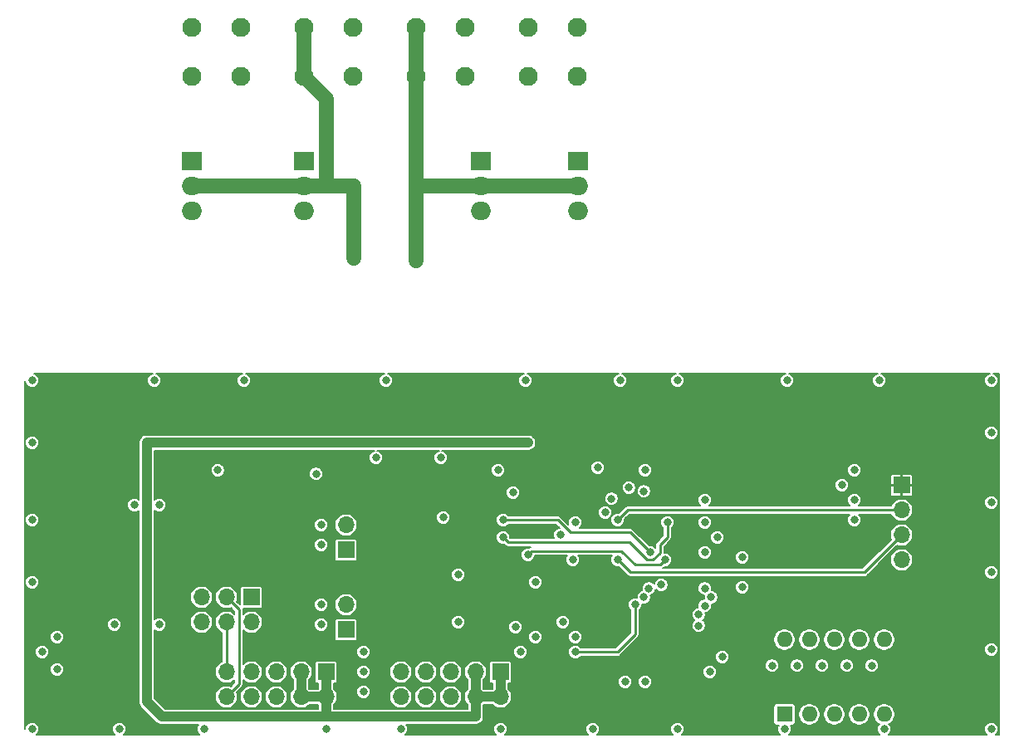
<source format=gbr>
%TF.GenerationSoftware,KiCad,Pcbnew,5.1.10-88a1d61d58~90~ubuntu20.04.1*%
%TF.CreationDate,2021-10-13T16:19:26+02:00*%
%TF.ProjectId,XT_V1,58545f56-312e-46b6-9963-61645f706362,rev?*%
%TF.SameCoordinates,Original*%
%TF.FileFunction,Copper,L4,Bot*%
%TF.FilePolarity,Positive*%
%FSLAX46Y46*%
G04 Gerber Fmt 4.6, Leading zero omitted, Abs format (unit mm)*
G04 Created by KiCad (PCBNEW 5.1.10-88a1d61d58~90~ubuntu20.04.1) date 2021-10-13 16:19:26*
%MOMM*%
%LPD*%
G01*
G04 APERTURE LIST*
%TA.AperFunction,ComponentPad*%
%ADD10O,2.000000X1.905000*%
%TD*%
%TA.AperFunction,ComponentPad*%
%ADD11R,2.000000X1.905000*%
%TD*%
%TA.AperFunction,ComponentPad*%
%ADD12C,1.950000*%
%TD*%
%TA.AperFunction,ComponentPad*%
%ADD13O,1.600000X1.600000*%
%TD*%
%TA.AperFunction,ComponentPad*%
%ADD14R,1.600000X1.600000*%
%TD*%
%TA.AperFunction,ComponentPad*%
%ADD15O,1.700000X1.700000*%
%TD*%
%TA.AperFunction,ComponentPad*%
%ADD16R,1.700000X1.700000*%
%TD*%
%TA.AperFunction,ViaPad*%
%ADD17C,0.800000*%
%TD*%
%TA.AperFunction,Conductor*%
%ADD18C,0.250000*%
%TD*%
%TA.AperFunction,Conductor*%
%ADD19C,1.000000*%
%TD*%
%TA.AperFunction,Conductor*%
%ADD20C,1.500000*%
%TD*%
%TA.AperFunction,Conductor*%
%ADD21C,0.127000*%
%TD*%
%TA.AperFunction,Conductor*%
%ADD22C,0.100000*%
%TD*%
G04 APERTURE END LIST*
D10*
%TO.P,Q10,3*%
%TO.N,Net-(Q10-Pad3)*%
X154686000Y-82296000D03*
%TO.P,Q10,2*%
%TO.N,Net-(D2-Pad2)*%
X154686000Y-79756000D03*
D11*
%TO.P,Q10,1*%
%TO.N,Net-(C18-Pad2)*%
X154686000Y-77216000D03*
%TD*%
D10*
%TO.P,Q9,3*%
%TO.N,Net-(Q9-Pad3)*%
X144780000Y-82296000D03*
%TO.P,Q9,2*%
%TO.N,Net-(D2-Pad2)*%
X144780000Y-79756000D03*
D11*
%TO.P,Q9,1*%
%TO.N,Net-(C17-Pad2)*%
X144780000Y-77216000D03*
%TD*%
D10*
%TO.P,Q8,3*%
%TO.N,Net-(Q8-Pad3)*%
X126746000Y-82296000D03*
%TO.P,Q8,2*%
%TO.N,Net-(D1-Pad2)*%
X126746000Y-79756000D03*
D11*
%TO.P,Q8,1*%
%TO.N,Net-(C15-Pad2)*%
X126746000Y-77216000D03*
%TD*%
D10*
%TO.P,Q6,3*%
%TO.N,Net-(Q6-Pad3)*%
X115316000Y-82296000D03*
%TO.P,Q6,2*%
%TO.N,Net-(D1-Pad2)*%
X115316000Y-79756000D03*
D11*
%TO.P,Q6,1*%
%TO.N,Net-(C16-Pad2)*%
X115316000Y-77216000D03*
%TD*%
D12*
%TO.P,J10,4*%
%TO.N,Net-(C18-Pad2)*%
X154606000Y-63580000D03*
%TO.P,J10,3*%
X154606000Y-68580000D03*
%TO.P,J10,2*%
%TO.N,Net-(C17-Pad2)*%
X149606000Y-63580000D03*
%TO.P,J10,1*%
X149606000Y-68580000D03*
%TD*%
%TO.P,J9,4*%
%TO.N,Net-(J9-Pad3)*%
X143176000Y-63580000D03*
%TO.P,J9,3*%
X143176000Y-68580000D03*
%TO.P,J9,2*%
%TO.N,Net-(D2-Pad2)*%
X138176000Y-63580000D03*
%TO.P,J9,1*%
X138176000Y-68580000D03*
%TD*%
%TO.P,J8,4*%
%TO.N,Net-(C15-Pad2)*%
X120316000Y-63580000D03*
%TO.P,J8,3*%
X120316000Y-68580000D03*
%TO.P,J8,2*%
%TO.N,Net-(C16-Pad2)*%
X115316000Y-63580000D03*
%TO.P,J8,1*%
X115316000Y-68580000D03*
%TD*%
%TO.P,J7,4*%
%TO.N,Net-(J7-Pad3)*%
X131746000Y-63580000D03*
%TO.P,J7,3*%
X131746000Y-68580000D03*
%TO.P,J7,2*%
%TO.N,Net-(D1-Pad2)*%
X126746000Y-63580000D03*
%TO.P,J7,1*%
X126746000Y-68580000D03*
%TD*%
D13*
%TO.P,SW1,10*%
%TO.N,GND*%
X175768000Y-125984000D03*
%TO.P,SW1,5*%
%TO.N,Net-(R11-Pad1)*%
X185928000Y-133604000D03*
%TO.P,SW1,9*%
%TO.N,GND*%
X178308000Y-125984000D03*
%TO.P,SW1,4*%
%TO.N,Net-(R10-Pad1)*%
X183388000Y-133604000D03*
%TO.P,SW1,8*%
%TO.N,GND*%
X180848000Y-125984000D03*
%TO.P,SW1,3*%
%TO.N,Net-(R9-Pad1)*%
X180848000Y-133604000D03*
%TO.P,SW1,7*%
%TO.N,GND*%
X183388000Y-125984000D03*
%TO.P,SW1,2*%
%TO.N,Net-(R8-Pad1)*%
X178308000Y-133604000D03*
%TO.P,SW1,6*%
%TO.N,GND*%
X185928000Y-125984000D03*
D14*
%TO.P,SW1,1*%
%TO.N,Net-(R7-Pad1)*%
X175768000Y-133604000D03*
%TD*%
D15*
%TO.P,J6,10*%
%TO.N,BUS-*%
X136652000Y-131826000D03*
%TO.P,J6,9*%
%TO.N,BUS+*%
X136652000Y-129286000D03*
%TO.P,J6,8*%
%TO.N,GND*%
X139192000Y-131826000D03*
%TO.P,J6,7*%
X139192000Y-129286000D03*
%TO.P,J6,6*%
X141732000Y-131826000D03*
%TO.P,J6,5*%
X141732000Y-129286000D03*
%TO.P,J6,4*%
%TO.N,VCC*%
X144272000Y-131826000D03*
%TO.P,J6,3*%
X144272000Y-129286000D03*
%TO.P,J6,2*%
X146812000Y-131826000D03*
D16*
%TO.P,J6,1*%
X146812000Y-129286000D03*
%TD*%
D15*
%TO.P,J5,10*%
%TO.N,BUS-*%
X118872000Y-131826000D03*
%TO.P,J5,9*%
%TO.N,BUS+*%
X118872000Y-129286000D03*
%TO.P,J5,8*%
%TO.N,GND*%
X121412000Y-131826000D03*
%TO.P,J5,7*%
X121412000Y-129286000D03*
%TO.P,J5,6*%
X123952000Y-131826000D03*
%TO.P,J5,5*%
X123952000Y-129286000D03*
%TO.P,J5,4*%
%TO.N,VCC*%
X126492000Y-131826000D03*
%TO.P,J5,3*%
X126492000Y-129286000D03*
%TO.P,J5,2*%
X129032000Y-131826000D03*
D16*
%TO.P,J5,1*%
X129032000Y-129286000D03*
%TD*%
D15*
%TO.P,J4,6*%
%TO.N,Net-(J4-Pad6)*%
X116332000Y-124206000D03*
%TO.P,J4,5*%
%TO.N,Net-(J3-Pad2)*%
X116332000Y-121666000D03*
%TO.P,J4,4*%
%TO.N,BUS+*%
X118872000Y-124206000D03*
%TO.P,J4,3*%
%TO.N,BUS-*%
X118872000Y-121666000D03*
%TO.P,J4,2*%
%TO.N,Net-(J4-Pad2)*%
X121412000Y-124206000D03*
D16*
%TO.P,J4,1*%
%TO.N,Net-(J2-Pad2)*%
X121412000Y-121666000D03*
%TD*%
D15*
%TO.P,J3,2*%
%TO.N,Net-(J3-Pad2)*%
X131064000Y-114300000D03*
D16*
%TO.P,J3,1*%
%TO.N,Net-(J3-Pad1)*%
X131064000Y-116840000D03*
%TD*%
D15*
%TO.P,J2,2*%
%TO.N,Net-(J2-Pad2)*%
X131064000Y-122428000D03*
D16*
%TO.P,J2,1*%
%TO.N,Net-(J2-Pad1)*%
X131064000Y-124968000D03*
%TD*%
D15*
%TO.P,J1,4*%
%TO.N,GND*%
X187706000Y-117856000D03*
%TO.P,J1,3*%
%TO.N,SWCLK*%
X187706000Y-115316000D03*
%TO.P,J1,2*%
%TO.N,SWIO*%
X187706000Y-112776000D03*
D16*
%TO.P,J1,1*%
%TO.N,+3V3*%
X187706000Y-110236000D03*
%TD*%
D17*
%TO.N,GND*%
X142494000Y-119380000D03*
X148336000Y-124714000D03*
X142494000Y-124206000D03*
X140970000Y-113538000D03*
X168910000Y-115570000D03*
X171450000Y-120650000D03*
X171450000Y-117602000D03*
X167640000Y-114046000D03*
X167640000Y-117094000D03*
X169418000Y-127762000D03*
X168148000Y-129286000D03*
X159512000Y-130302000D03*
X161544000Y-130302000D03*
X148844000Y-127254000D03*
X150368000Y-125730000D03*
X101600000Y-125730000D03*
X100076000Y-127254000D03*
X101600000Y-129032000D03*
X107442000Y-124460000D03*
X112014000Y-124460000D03*
X152908000Y-115316000D03*
X154432000Y-114046000D03*
X153162000Y-124206000D03*
X154432000Y-125730000D03*
X181610000Y-110236000D03*
X182880000Y-108712000D03*
X182880000Y-111760000D03*
X99060000Y-135128000D03*
X107950000Y-135128000D03*
X116586000Y-135128000D03*
X129032000Y-135128000D03*
X136652000Y-135128000D03*
X146812000Y-135128000D03*
X156210000Y-135128000D03*
X164846000Y-135128000D03*
X175768000Y-135128000D03*
X185928000Y-135128000D03*
X196850000Y-135128000D03*
X196850000Y-127000000D03*
X196850000Y-119126000D03*
X196850000Y-112014000D03*
X196850000Y-104902000D03*
X196850000Y-99568000D03*
X185420000Y-99568000D03*
X176022000Y-99568000D03*
X164846000Y-99568000D03*
X99060000Y-99568000D03*
X99060000Y-105918000D03*
X99060000Y-113792000D03*
X99060000Y-120142000D03*
X112014000Y-112268000D03*
X109474000Y-112268000D03*
X128524000Y-114300000D03*
X128524000Y-116332000D03*
X128524000Y-122428000D03*
X128524000Y-124460000D03*
X132842000Y-127254000D03*
X132842000Y-129286000D03*
X132842000Y-131318000D03*
X167640000Y-111760000D03*
X182880000Y-113792000D03*
X161417000Y-121666000D03*
X158115000Y-111633000D03*
X148082000Y-110998000D03*
X120650000Y-99568000D03*
X111506000Y-99568000D03*
X135128000Y-99568000D03*
X149352000Y-99568000D03*
X159004000Y-99568000D03*
X150368000Y-120142000D03*
X161544000Y-108712000D03*
%TO.N,+3V3*%
X108712000Y-119634000D03*
X112268000Y-121158000D03*
X150114000Y-130810000D03*
X148336000Y-122682000D03*
X137668000Y-119380000D03*
X156464000Y-125730000D03*
X166116000Y-129286000D03*
X179578000Y-120396000D03*
X165608000Y-114046000D03*
X156464000Y-114046000D03*
X135890000Y-107442000D03*
X129540000Y-107442000D03*
%TO.N,Net-(C4-Pad1)*%
X154432000Y-127254000D03*
X160528000Y-122428000D03*
%TO.N,VCC*%
X110744000Y-130048000D03*
X149606000Y-105918000D03*
X140208000Y-105918000D03*
X134112000Y-105918000D03*
X121666000Y-105918000D03*
X111760000Y-105918000D03*
%TO.N,SWCLK*%
X158750000Y-117856000D03*
%TO.N,SWIO*%
X158750000Y-113792000D03*
%TO.N,Net-(R7-Pad1)*%
X167005000Y-124587000D03*
X174498000Y-128651000D03*
%TO.N,Net-(R8-Pad1)*%
X167005000Y-123444000D03*
X177038000Y-128651000D03*
%TO.N,Net-(R9-Pad1)*%
X167640000Y-122555000D03*
X179578000Y-128651000D03*
%TO.N,Net-(R10-Pad1)*%
X168275000Y-121666000D03*
X182118000Y-128651000D03*
%TO.N,Net-(R11-Pad1)*%
X167640000Y-120777000D03*
X184658000Y-128651000D03*
%TO.N,CH1*%
X161417000Y-110871000D03*
X117983000Y-108712000D03*
%TO.N,CH2*%
X159893000Y-110490000D03*
X128016000Y-109093000D03*
%TO.N,CH3*%
X161925000Y-120777000D03*
X146558000Y-108712000D03*
%TO.N,CH4*%
X163195000Y-120396000D03*
X156718000Y-108458000D03*
%TO.N,TXD*%
X162052000Y-117094000D03*
X147066000Y-113792000D03*
%TO.N,DIR*%
X163830000Y-114046000D03*
X147066000Y-115570000D03*
%TO.N,RXD*%
X149606000Y-117348000D03*
X163580653Y-117856008D03*
%TO.N,Net-(D1-Pad2)*%
X131826000Y-85852000D03*
X131826000Y-87122000D03*
%TO.N,Net-(D2-Pad2)*%
X138176000Y-86106000D03*
X138176000Y-87376000D03*
%TO.N,ZC1*%
X134112000Y-107442000D03*
X157480000Y-113030000D03*
%TO.N,ZC2*%
X140716000Y-107442000D03*
X154178000Y-117856000D03*
%TD*%
D18*
%TO.N,Net-(C4-Pad1)*%
X160528000Y-125476000D02*
X160528000Y-122428000D01*
X154432000Y-127254000D02*
X158750000Y-127254000D01*
X158750000Y-127254000D02*
X160528000Y-125476000D01*
D19*
%TO.N,VCC*%
X146812000Y-129286000D02*
X146812000Y-131826000D01*
X144272000Y-129286000D02*
X144272000Y-131826000D01*
X129032000Y-129286000D02*
X129032000Y-131826000D01*
X126492000Y-129286000D02*
X126492000Y-131826000D01*
X126492000Y-131826000D02*
X129032000Y-131826000D01*
X144272000Y-131826000D02*
X146812000Y-131826000D01*
X144272000Y-131826000D02*
X144272000Y-133858000D01*
X144272000Y-133858000D02*
X129032000Y-133858000D01*
X129032000Y-133858000D02*
X129032000Y-131826000D01*
X129032000Y-133858000D02*
X112268000Y-133858000D01*
X110744000Y-132334000D02*
X112268000Y-133858000D01*
X110744000Y-130048000D02*
X110744000Y-132334000D01*
X110744000Y-130048000D02*
X110744000Y-111909998D01*
X110744000Y-111909998D02*
X110744000Y-105918000D01*
X140208000Y-105918000D02*
X149606000Y-105918000D01*
X134112000Y-105918000D02*
X140208000Y-105918000D01*
X121666000Y-105918000D02*
X134112000Y-105918000D01*
X111760000Y-105918000D02*
X121666000Y-105918000D01*
X110744000Y-105918000D02*
X111760000Y-105918000D01*
D18*
%TO.N,SWCLK*%
X183896000Y-119126000D02*
X187706000Y-115316000D01*
X158750000Y-117856000D02*
X160020000Y-119126000D01*
X160020000Y-119126000D02*
X183896000Y-119126000D01*
%TO.N,SWIO*%
X159766000Y-112776000D02*
X187706000Y-112776000D01*
X158750000Y-113792000D02*
X159766000Y-112776000D01*
%TO.N,BUS+*%
X118872000Y-124206000D02*
X118872000Y-129286000D01*
%TO.N,BUS-*%
X118872000Y-121666000D02*
X120142000Y-122936000D01*
X120142000Y-130556000D02*
X118872000Y-131826000D01*
X120142000Y-122936000D02*
X120142000Y-130556000D01*
%TO.N,TXD*%
X162052000Y-117094000D02*
X160020000Y-115062000D01*
X160020000Y-115062000D02*
X153924000Y-115062000D01*
X153924000Y-115062000D02*
X152654000Y-113792000D01*
X152654000Y-113792000D02*
X147066000Y-113792000D01*
%TO.N,DIR*%
X163830000Y-114046000D02*
X163830000Y-115570000D01*
X163830000Y-115570000D02*
X163068000Y-116332000D01*
X163068000Y-117151002D02*
X162363002Y-117856000D01*
X163068000Y-116332000D02*
X163068000Y-117151002D01*
X161740998Y-117856000D02*
X159962998Y-116078000D01*
X162363002Y-117856000D02*
X161740998Y-117856000D01*
X159962998Y-116078000D02*
X147574000Y-116078000D01*
X147574000Y-116078000D02*
X147066000Y-115570000D01*
%TO.N,RXD*%
X159112001Y-116948001D02*
X160528000Y-118364000D01*
X163072661Y-118364000D02*
X163580653Y-117856008D01*
X160528000Y-118364000D02*
X163072661Y-118364000D01*
X149606000Y-117348000D02*
X150005999Y-116948001D01*
X150005999Y-116948001D02*
X159112001Y-116948001D01*
D20*
%TO.N,Net-(D1-Pad2)*%
X115316000Y-79756000D02*
X126746000Y-79756000D01*
X126746000Y-79756000D02*
X129032000Y-79756000D01*
X129032000Y-70866000D02*
X126746000Y-68580000D01*
X129032000Y-79756000D02*
X129032000Y-70866000D01*
X126746000Y-63580000D02*
X126746000Y-68580000D01*
X129032000Y-79756000D02*
X131826000Y-79756000D01*
X131826000Y-79756000D02*
X131826000Y-85852000D01*
X131826000Y-85852000D02*
X131826000Y-87122000D01*
%TO.N,Net-(D2-Pad2)*%
X138176000Y-63580000D02*
X138176000Y-68580000D01*
X138176000Y-86106000D02*
X138176000Y-87376000D01*
X154686000Y-79756000D02*
X138176000Y-79756000D01*
X138176000Y-79756000D02*
X138176000Y-86106000D01*
X138176000Y-68580000D02*
X138176000Y-79756000D01*
%TD*%
D21*
%TO.N,+3V3*%
X111296713Y-98878073D02*
X111166136Y-98932159D01*
X111048620Y-99010681D01*
X110948681Y-99110620D01*
X110870159Y-99228136D01*
X110816073Y-99358713D01*
X110788500Y-99497332D01*
X110788500Y-99638668D01*
X110816073Y-99777287D01*
X110870159Y-99907864D01*
X110948681Y-100025380D01*
X111048620Y-100125319D01*
X111166136Y-100203841D01*
X111296713Y-100257927D01*
X111435332Y-100285500D01*
X111576668Y-100285500D01*
X111715287Y-100257927D01*
X111845864Y-100203841D01*
X111963380Y-100125319D01*
X112063319Y-100025380D01*
X112141841Y-99907864D01*
X112195927Y-99777287D01*
X112223500Y-99638668D01*
X112223500Y-99497332D01*
X112195927Y-99358713D01*
X112141841Y-99228136D01*
X112063319Y-99110620D01*
X111963380Y-99010681D01*
X111845864Y-98932159D01*
X111715287Y-98878073D01*
X111672188Y-98869500D01*
X120483812Y-98869500D01*
X120440713Y-98878073D01*
X120310136Y-98932159D01*
X120192620Y-99010681D01*
X120092681Y-99110620D01*
X120014159Y-99228136D01*
X119960073Y-99358713D01*
X119932500Y-99497332D01*
X119932500Y-99638668D01*
X119960073Y-99777287D01*
X120014159Y-99907864D01*
X120092681Y-100025380D01*
X120192620Y-100125319D01*
X120310136Y-100203841D01*
X120440713Y-100257927D01*
X120579332Y-100285500D01*
X120720668Y-100285500D01*
X120859287Y-100257927D01*
X120989864Y-100203841D01*
X121107380Y-100125319D01*
X121207319Y-100025380D01*
X121285841Y-99907864D01*
X121339927Y-99777287D01*
X121367500Y-99638668D01*
X121367500Y-99497332D01*
X121339927Y-99358713D01*
X121285841Y-99228136D01*
X121207319Y-99110620D01*
X121107380Y-99010681D01*
X120989864Y-98932159D01*
X120859287Y-98878073D01*
X120816188Y-98869500D01*
X134961812Y-98869500D01*
X134918713Y-98878073D01*
X134788136Y-98932159D01*
X134670620Y-99010681D01*
X134570681Y-99110620D01*
X134492159Y-99228136D01*
X134438073Y-99358713D01*
X134410500Y-99497332D01*
X134410500Y-99638668D01*
X134438073Y-99777287D01*
X134492159Y-99907864D01*
X134570681Y-100025380D01*
X134670620Y-100125319D01*
X134788136Y-100203841D01*
X134918713Y-100257927D01*
X135057332Y-100285500D01*
X135198668Y-100285500D01*
X135337287Y-100257927D01*
X135467864Y-100203841D01*
X135585380Y-100125319D01*
X135685319Y-100025380D01*
X135763841Y-99907864D01*
X135817927Y-99777287D01*
X135845500Y-99638668D01*
X135845500Y-99497332D01*
X135817927Y-99358713D01*
X135763841Y-99228136D01*
X135685319Y-99110620D01*
X135585380Y-99010681D01*
X135467864Y-98932159D01*
X135337287Y-98878073D01*
X135294188Y-98869500D01*
X149185812Y-98869500D01*
X149142713Y-98878073D01*
X149012136Y-98932159D01*
X148894620Y-99010681D01*
X148794681Y-99110620D01*
X148716159Y-99228136D01*
X148662073Y-99358713D01*
X148634500Y-99497332D01*
X148634500Y-99638668D01*
X148662073Y-99777287D01*
X148716159Y-99907864D01*
X148794681Y-100025380D01*
X148894620Y-100125319D01*
X149012136Y-100203841D01*
X149142713Y-100257927D01*
X149281332Y-100285500D01*
X149422668Y-100285500D01*
X149561287Y-100257927D01*
X149691864Y-100203841D01*
X149809380Y-100125319D01*
X149909319Y-100025380D01*
X149987841Y-99907864D01*
X150041927Y-99777287D01*
X150069500Y-99638668D01*
X150069500Y-99497332D01*
X150041927Y-99358713D01*
X149987841Y-99228136D01*
X149909319Y-99110620D01*
X149809380Y-99010681D01*
X149691864Y-98932159D01*
X149561287Y-98878073D01*
X149518188Y-98869500D01*
X158837812Y-98869500D01*
X158794713Y-98878073D01*
X158664136Y-98932159D01*
X158546620Y-99010681D01*
X158446681Y-99110620D01*
X158368159Y-99228136D01*
X158314073Y-99358713D01*
X158286500Y-99497332D01*
X158286500Y-99638668D01*
X158314073Y-99777287D01*
X158368159Y-99907864D01*
X158446681Y-100025380D01*
X158546620Y-100125319D01*
X158664136Y-100203841D01*
X158794713Y-100257927D01*
X158933332Y-100285500D01*
X159074668Y-100285500D01*
X159213287Y-100257927D01*
X159343864Y-100203841D01*
X159461380Y-100125319D01*
X159561319Y-100025380D01*
X159639841Y-99907864D01*
X159693927Y-99777287D01*
X159721500Y-99638668D01*
X159721500Y-99497332D01*
X159693927Y-99358713D01*
X159639841Y-99228136D01*
X159561319Y-99110620D01*
X159461380Y-99010681D01*
X159343864Y-98932159D01*
X159213287Y-98878073D01*
X159170188Y-98869500D01*
X164679812Y-98869500D01*
X164636713Y-98878073D01*
X164506136Y-98932159D01*
X164388620Y-99010681D01*
X164288681Y-99110620D01*
X164210159Y-99228136D01*
X164156073Y-99358713D01*
X164128500Y-99497332D01*
X164128500Y-99638668D01*
X164156073Y-99777287D01*
X164210159Y-99907864D01*
X164288681Y-100025380D01*
X164388620Y-100125319D01*
X164506136Y-100203841D01*
X164636713Y-100257927D01*
X164775332Y-100285500D01*
X164916668Y-100285500D01*
X165055287Y-100257927D01*
X165185864Y-100203841D01*
X165303380Y-100125319D01*
X165403319Y-100025380D01*
X165481841Y-99907864D01*
X165535927Y-99777287D01*
X165563500Y-99638668D01*
X165563500Y-99497332D01*
X165535927Y-99358713D01*
X165481841Y-99228136D01*
X165403319Y-99110620D01*
X165303380Y-99010681D01*
X165185864Y-98932159D01*
X165055287Y-98878073D01*
X165012188Y-98869500D01*
X175855812Y-98869500D01*
X175812713Y-98878073D01*
X175682136Y-98932159D01*
X175564620Y-99010681D01*
X175464681Y-99110620D01*
X175386159Y-99228136D01*
X175332073Y-99358713D01*
X175304500Y-99497332D01*
X175304500Y-99638668D01*
X175332073Y-99777287D01*
X175386159Y-99907864D01*
X175464681Y-100025380D01*
X175564620Y-100125319D01*
X175682136Y-100203841D01*
X175812713Y-100257927D01*
X175951332Y-100285500D01*
X176092668Y-100285500D01*
X176231287Y-100257927D01*
X176361864Y-100203841D01*
X176479380Y-100125319D01*
X176579319Y-100025380D01*
X176657841Y-99907864D01*
X176711927Y-99777287D01*
X176739500Y-99638668D01*
X176739500Y-99497332D01*
X176711927Y-99358713D01*
X176657841Y-99228136D01*
X176579319Y-99110620D01*
X176479380Y-99010681D01*
X176361864Y-98932159D01*
X176231287Y-98878073D01*
X176188188Y-98869500D01*
X185253812Y-98869500D01*
X185210713Y-98878073D01*
X185080136Y-98932159D01*
X184962620Y-99010681D01*
X184862681Y-99110620D01*
X184784159Y-99228136D01*
X184730073Y-99358713D01*
X184702500Y-99497332D01*
X184702500Y-99638668D01*
X184730073Y-99777287D01*
X184784159Y-99907864D01*
X184862681Y-100025380D01*
X184962620Y-100125319D01*
X185080136Y-100203841D01*
X185210713Y-100257927D01*
X185349332Y-100285500D01*
X185490668Y-100285500D01*
X185629287Y-100257927D01*
X185759864Y-100203841D01*
X185877380Y-100125319D01*
X185977319Y-100025380D01*
X186055841Y-99907864D01*
X186109927Y-99777287D01*
X186137500Y-99638668D01*
X186137500Y-99497332D01*
X186109927Y-99358713D01*
X186055841Y-99228136D01*
X185977319Y-99110620D01*
X185877380Y-99010681D01*
X185759864Y-98932159D01*
X185629287Y-98878073D01*
X185586188Y-98869500D01*
X196683812Y-98869500D01*
X196640713Y-98878073D01*
X196510136Y-98932159D01*
X196392620Y-99010681D01*
X196292681Y-99110620D01*
X196214159Y-99228136D01*
X196160073Y-99358713D01*
X196132500Y-99497332D01*
X196132500Y-99638668D01*
X196160073Y-99777287D01*
X196214159Y-99907864D01*
X196292681Y-100025380D01*
X196392620Y-100125319D01*
X196510136Y-100203841D01*
X196640713Y-100257927D01*
X196779332Y-100285500D01*
X196920668Y-100285500D01*
X197059287Y-100257927D01*
X197189864Y-100203841D01*
X197307380Y-100125319D01*
X197407319Y-100025380D01*
X197485841Y-99907864D01*
X197539927Y-99777287D01*
X197567500Y-99638668D01*
X197567500Y-99497332D01*
X197539927Y-99358713D01*
X197485841Y-99228136D01*
X197407319Y-99110620D01*
X197307380Y-99010681D01*
X197189864Y-98932159D01*
X197059287Y-98878073D01*
X197016188Y-98869500D01*
X197657501Y-98869500D01*
X197657501Y-135657500D01*
X197335199Y-135657500D01*
X197407319Y-135585380D01*
X197485841Y-135467864D01*
X197539927Y-135337287D01*
X197567500Y-135198668D01*
X197567500Y-135057332D01*
X197539927Y-134918713D01*
X197485841Y-134788136D01*
X197407319Y-134670620D01*
X197307380Y-134570681D01*
X197189864Y-134492159D01*
X197059287Y-134438073D01*
X196920668Y-134410500D01*
X196779332Y-134410500D01*
X196640713Y-134438073D01*
X196510136Y-134492159D01*
X196392620Y-134570681D01*
X196292681Y-134670620D01*
X196214159Y-134788136D01*
X196160073Y-134918713D01*
X196132500Y-135057332D01*
X196132500Y-135198668D01*
X196160073Y-135337287D01*
X196214159Y-135467864D01*
X196292681Y-135585380D01*
X196364801Y-135657500D01*
X186413199Y-135657500D01*
X186485319Y-135585380D01*
X186563841Y-135467864D01*
X186617927Y-135337287D01*
X186645500Y-135198668D01*
X186645500Y-135057332D01*
X186617927Y-134918713D01*
X186563841Y-134788136D01*
X186485319Y-134670620D01*
X186423168Y-134608469D01*
X186457335Y-134594316D01*
X186640365Y-134472019D01*
X186796019Y-134316365D01*
X186918316Y-134133335D01*
X187002555Y-133929963D01*
X187045500Y-133714064D01*
X187045500Y-133493936D01*
X187002555Y-133278037D01*
X186918316Y-133074665D01*
X186796019Y-132891635D01*
X186640365Y-132735981D01*
X186457335Y-132613684D01*
X186253963Y-132529445D01*
X186038064Y-132486500D01*
X185817936Y-132486500D01*
X185602037Y-132529445D01*
X185398665Y-132613684D01*
X185215635Y-132735981D01*
X185059981Y-132891635D01*
X184937684Y-133074665D01*
X184853445Y-133278037D01*
X184810500Y-133493936D01*
X184810500Y-133714064D01*
X184853445Y-133929963D01*
X184937684Y-134133335D01*
X185059981Y-134316365D01*
X185215635Y-134472019D01*
X185398665Y-134594316D01*
X185432832Y-134608469D01*
X185370681Y-134670620D01*
X185292159Y-134788136D01*
X185238073Y-134918713D01*
X185210500Y-135057332D01*
X185210500Y-135198668D01*
X185238073Y-135337287D01*
X185292159Y-135467864D01*
X185370681Y-135585380D01*
X185442801Y-135657500D01*
X176253199Y-135657500D01*
X176325319Y-135585380D01*
X176403841Y-135467864D01*
X176457927Y-135337287D01*
X176485500Y-135198668D01*
X176485500Y-135057332D01*
X176457927Y-134918713D01*
X176403841Y-134788136D01*
X176360342Y-134723036D01*
X176568000Y-134723036D01*
X176630241Y-134716906D01*
X176690090Y-134698751D01*
X176745247Y-134669269D01*
X176793593Y-134629593D01*
X176833269Y-134581247D01*
X176862751Y-134526090D01*
X176880906Y-134466241D01*
X176887036Y-134404000D01*
X176887036Y-133493936D01*
X177190500Y-133493936D01*
X177190500Y-133714064D01*
X177233445Y-133929963D01*
X177317684Y-134133335D01*
X177439981Y-134316365D01*
X177595635Y-134472019D01*
X177778665Y-134594316D01*
X177982037Y-134678555D01*
X178197936Y-134721500D01*
X178418064Y-134721500D01*
X178633963Y-134678555D01*
X178837335Y-134594316D01*
X179020365Y-134472019D01*
X179176019Y-134316365D01*
X179298316Y-134133335D01*
X179382555Y-133929963D01*
X179425500Y-133714064D01*
X179425500Y-133493936D01*
X179730500Y-133493936D01*
X179730500Y-133714064D01*
X179773445Y-133929963D01*
X179857684Y-134133335D01*
X179979981Y-134316365D01*
X180135635Y-134472019D01*
X180318665Y-134594316D01*
X180522037Y-134678555D01*
X180737936Y-134721500D01*
X180958064Y-134721500D01*
X181173963Y-134678555D01*
X181377335Y-134594316D01*
X181560365Y-134472019D01*
X181716019Y-134316365D01*
X181838316Y-134133335D01*
X181922555Y-133929963D01*
X181965500Y-133714064D01*
X181965500Y-133493936D01*
X182270500Y-133493936D01*
X182270500Y-133714064D01*
X182313445Y-133929963D01*
X182397684Y-134133335D01*
X182519981Y-134316365D01*
X182675635Y-134472019D01*
X182858665Y-134594316D01*
X183062037Y-134678555D01*
X183277936Y-134721500D01*
X183498064Y-134721500D01*
X183713963Y-134678555D01*
X183917335Y-134594316D01*
X184100365Y-134472019D01*
X184256019Y-134316365D01*
X184378316Y-134133335D01*
X184462555Y-133929963D01*
X184505500Y-133714064D01*
X184505500Y-133493936D01*
X184462555Y-133278037D01*
X184378316Y-133074665D01*
X184256019Y-132891635D01*
X184100365Y-132735981D01*
X183917335Y-132613684D01*
X183713963Y-132529445D01*
X183498064Y-132486500D01*
X183277936Y-132486500D01*
X183062037Y-132529445D01*
X182858665Y-132613684D01*
X182675635Y-132735981D01*
X182519981Y-132891635D01*
X182397684Y-133074665D01*
X182313445Y-133278037D01*
X182270500Y-133493936D01*
X181965500Y-133493936D01*
X181922555Y-133278037D01*
X181838316Y-133074665D01*
X181716019Y-132891635D01*
X181560365Y-132735981D01*
X181377335Y-132613684D01*
X181173963Y-132529445D01*
X180958064Y-132486500D01*
X180737936Y-132486500D01*
X180522037Y-132529445D01*
X180318665Y-132613684D01*
X180135635Y-132735981D01*
X179979981Y-132891635D01*
X179857684Y-133074665D01*
X179773445Y-133278037D01*
X179730500Y-133493936D01*
X179425500Y-133493936D01*
X179382555Y-133278037D01*
X179298316Y-133074665D01*
X179176019Y-132891635D01*
X179020365Y-132735981D01*
X178837335Y-132613684D01*
X178633963Y-132529445D01*
X178418064Y-132486500D01*
X178197936Y-132486500D01*
X177982037Y-132529445D01*
X177778665Y-132613684D01*
X177595635Y-132735981D01*
X177439981Y-132891635D01*
X177317684Y-133074665D01*
X177233445Y-133278037D01*
X177190500Y-133493936D01*
X176887036Y-133493936D01*
X176887036Y-132804000D01*
X176880906Y-132741759D01*
X176862751Y-132681910D01*
X176833269Y-132626753D01*
X176793593Y-132578407D01*
X176745247Y-132538731D01*
X176690090Y-132509249D01*
X176630241Y-132491094D01*
X176568000Y-132484964D01*
X174968000Y-132484964D01*
X174905759Y-132491094D01*
X174845910Y-132509249D01*
X174790753Y-132538731D01*
X174742407Y-132578407D01*
X174702731Y-132626753D01*
X174673249Y-132681910D01*
X174655094Y-132741759D01*
X174648964Y-132804000D01*
X174648964Y-134404000D01*
X174655094Y-134466241D01*
X174673249Y-134526090D01*
X174702731Y-134581247D01*
X174742407Y-134629593D01*
X174790753Y-134669269D01*
X174845910Y-134698751D01*
X174905759Y-134716906D01*
X174968000Y-134723036D01*
X175175658Y-134723036D01*
X175132159Y-134788136D01*
X175078073Y-134918713D01*
X175050500Y-135057332D01*
X175050500Y-135198668D01*
X175078073Y-135337287D01*
X175132159Y-135467864D01*
X175210681Y-135585380D01*
X175282801Y-135657500D01*
X165331199Y-135657500D01*
X165403319Y-135585380D01*
X165481841Y-135467864D01*
X165535927Y-135337287D01*
X165563500Y-135198668D01*
X165563500Y-135057332D01*
X165535927Y-134918713D01*
X165481841Y-134788136D01*
X165403319Y-134670620D01*
X165303380Y-134570681D01*
X165185864Y-134492159D01*
X165055287Y-134438073D01*
X164916668Y-134410500D01*
X164775332Y-134410500D01*
X164636713Y-134438073D01*
X164506136Y-134492159D01*
X164388620Y-134570681D01*
X164288681Y-134670620D01*
X164210159Y-134788136D01*
X164156073Y-134918713D01*
X164128500Y-135057332D01*
X164128500Y-135198668D01*
X164156073Y-135337287D01*
X164210159Y-135467864D01*
X164288681Y-135585380D01*
X164360801Y-135657500D01*
X156695199Y-135657500D01*
X156767319Y-135585380D01*
X156845841Y-135467864D01*
X156899927Y-135337287D01*
X156927500Y-135198668D01*
X156927500Y-135057332D01*
X156899927Y-134918713D01*
X156845841Y-134788136D01*
X156767319Y-134670620D01*
X156667380Y-134570681D01*
X156549864Y-134492159D01*
X156419287Y-134438073D01*
X156280668Y-134410500D01*
X156139332Y-134410500D01*
X156000713Y-134438073D01*
X155870136Y-134492159D01*
X155752620Y-134570681D01*
X155652681Y-134670620D01*
X155574159Y-134788136D01*
X155520073Y-134918713D01*
X155492500Y-135057332D01*
X155492500Y-135198668D01*
X155520073Y-135337287D01*
X155574159Y-135467864D01*
X155652681Y-135585380D01*
X155724801Y-135657500D01*
X147297199Y-135657500D01*
X147369319Y-135585380D01*
X147447841Y-135467864D01*
X147501927Y-135337287D01*
X147529500Y-135198668D01*
X147529500Y-135057332D01*
X147501927Y-134918713D01*
X147447841Y-134788136D01*
X147369319Y-134670620D01*
X147269380Y-134570681D01*
X147151864Y-134492159D01*
X147021287Y-134438073D01*
X146882668Y-134410500D01*
X146741332Y-134410500D01*
X146602713Y-134438073D01*
X146472136Y-134492159D01*
X146354620Y-134570681D01*
X146254681Y-134670620D01*
X146176159Y-134788136D01*
X146122073Y-134918713D01*
X146094500Y-135057332D01*
X146094500Y-135198668D01*
X146122073Y-135337287D01*
X146176159Y-135467864D01*
X146254681Y-135585380D01*
X146326801Y-135657500D01*
X137137199Y-135657500D01*
X137209319Y-135585380D01*
X137287841Y-135467864D01*
X137341927Y-135337287D01*
X137369500Y-135198668D01*
X137369500Y-135057332D01*
X137341927Y-134918713D01*
X137287841Y-134788136D01*
X137212580Y-134675500D01*
X144231844Y-134675500D01*
X144272000Y-134679455D01*
X144361704Y-134670620D01*
X144432258Y-134663671D01*
X144586357Y-134616925D01*
X144728376Y-134541015D01*
X144852856Y-134438856D01*
X144955015Y-134314376D01*
X145030925Y-134172357D01*
X145077671Y-134018258D01*
X145093455Y-133858000D01*
X145089500Y-133817844D01*
X145089500Y-132659594D01*
X145105594Y-132643500D01*
X145978406Y-132643500D01*
X146067762Y-132732856D01*
X146258981Y-132860625D01*
X146471453Y-132948634D01*
X146697011Y-132993500D01*
X146926989Y-132993500D01*
X147152547Y-132948634D01*
X147365019Y-132860625D01*
X147556238Y-132732856D01*
X147718856Y-132570238D01*
X147846625Y-132379019D01*
X147934634Y-132166547D01*
X147979500Y-131940989D01*
X147979500Y-131711011D01*
X147934634Y-131485453D01*
X147846625Y-131272981D01*
X147718856Y-131081762D01*
X147629500Y-130992406D01*
X147629500Y-130455036D01*
X147662000Y-130455036D01*
X147724241Y-130448906D01*
X147784090Y-130430751D01*
X147839247Y-130401269D01*
X147887593Y-130361593D01*
X147927269Y-130313247D01*
X147956751Y-130258090D01*
X147964867Y-130231332D01*
X158794500Y-130231332D01*
X158794500Y-130372668D01*
X158822073Y-130511287D01*
X158876159Y-130641864D01*
X158954681Y-130759380D01*
X159054620Y-130859319D01*
X159172136Y-130937841D01*
X159302713Y-130991927D01*
X159441332Y-131019500D01*
X159582668Y-131019500D01*
X159721287Y-130991927D01*
X159851864Y-130937841D01*
X159969380Y-130859319D01*
X160069319Y-130759380D01*
X160147841Y-130641864D01*
X160201927Y-130511287D01*
X160229500Y-130372668D01*
X160229500Y-130231332D01*
X160826500Y-130231332D01*
X160826500Y-130372668D01*
X160854073Y-130511287D01*
X160908159Y-130641864D01*
X160986681Y-130759380D01*
X161086620Y-130859319D01*
X161204136Y-130937841D01*
X161334713Y-130991927D01*
X161473332Y-131019500D01*
X161614668Y-131019500D01*
X161753287Y-130991927D01*
X161883864Y-130937841D01*
X162001380Y-130859319D01*
X162101319Y-130759380D01*
X162179841Y-130641864D01*
X162233927Y-130511287D01*
X162261500Y-130372668D01*
X162261500Y-130231332D01*
X162233927Y-130092713D01*
X162179841Y-129962136D01*
X162101319Y-129844620D01*
X162001380Y-129744681D01*
X161883864Y-129666159D01*
X161753287Y-129612073D01*
X161614668Y-129584500D01*
X161473332Y-129584500D01*
X161334713Y-129612073D01*
X161204136Y-129666159D01*
X161086620Y-129744681D01*
X160986681Y-129844620D01*
X160908159Y-129962136D01*
X160854073Y-130092713D01*
X160826500Y-130231332D01*
X160229500Y-130231332D01*
X160201927Y-130092713D01*
X160147841Y-129962136D01*
X160069319Y-129844620D01*
X159969380Y-129744681D01*
X159851864Y-129666159D01*
X159721287Y-129612073D01*
X159582668Y-129584500D01*
X159441332Y-129584500D01*
X159302713Y-129612073D01*
X159172136Y-129666159D01*
X159054620Y-129744681D01*
X158954681Y-129844620D01*
X158876159Y-129962136D01*
X158822073Y-130092713D01*
X158794500Y-130231332D01*
X147964867Y-130231332D01*
X147974906Y-130198241D01*
X147981036Y-130136000D01*
X147981036Y-129215332D01*
X167430500Y-129215332D01*
X167430500Y-129356668D01*
X167458073Y-129495287D01*
X167512159Y-129625864D01*
X167590681Y-129743380D01*
X167690620Y-129843319D01*
X167808136Y-129921841D01*
X167938713Y-129975927D01*
X168077332Y-130003500D01*
X168218668Y-130003500D01*
X168357287Y-129975927D01*
X168487864Y-129921841D01*
X168605380Y-129843319D01*
X168705319Y-129743380D01*
X168783841Y-129625864D01*
X168837927Y-129495287D01*
X168865500Y-129356668D01*
X168865500Y-129215332D01*
X168837927Y-129076713D01*
X168783841Y-128946136D01*
X168705319Y-128828620D01*
X168605380Y-128728681D01*
X168487864Y-128650159D01*
X168357287Y-128596073D01*
X168278152Y-128580332D01*
X173780500Y-128580332D01*
X173780500Y-128721668D01*
X173808073Y-128860287D01*
X173862159Y-128990864D01*
X173940681Y-129108380D01*
X174040620Y-129208319D01*
X174158136Y-129286841D01*
X174288713Y-129340927D01*
X174427332Y-129368500D01*
X174568668Y-129368500D01*
X174707287Y-129340927D01*
X174837864Y-129286841D01*
X174955380Y-129208319D01*
X175055319Y-129108380D01*
X175133841Y-128990864D01*
X175187927Y-128860287D01*
X175215500Y-128721668D01*
X175215500Y-128580332D01*
X176320500Y-128580332D01*
X176320500Y-128721668D01*
X176348073Y-128860287D01*
X176402159Y-128990864D01*
X176480681Y-129108380D01*
X176580620Y-129208319D01*
X176698136Y-129286841D01*
X176828713Y-129340927D01*
X176967332Y-129368500D01*
X177108668Y-129368500D01*
X177247287Y-129340927D01*
X177377864Y-129286841D01*
X177495380Y-129208319D01*
X177595319Y-129108380D01*
X177673841Y-128990864D01*
X177727927Y-128860287D01*
X177755500Y-128721668D01*
X177755500Y-128580332D01*
X178860500Y-128580332D01*
X178860500Y-128721668D01*
X178888073Y-128860287D01*
X178942159Y-128990864D01*
X179020681Y-129108380D01*
X179120620Y-129208319D01*
X179238136Y-129286841D01*
X179368713Y-129340927D01*
X179507332Y-129368500D01*
X179648668Y-129368500D01*
X179787287Y-129340927D01*
X179917864Y-129286841D01*
X180035380Y-129208319D01*
X180135319Y-129108380D01*
X180213841Y-128990864D01*
X180267927Y-128860287D01*
X180295500Y-128721668D01*
X180295500Y-128580332D01*
X181400500Y-128580332D01*
X181400500Y-128721668D01*
X181428073Y-128860287D01*
X181482159Y-128990864D01*
X181560681Y-129108380D01*
X181660620Y-129208319D01*
X181778136Y-129286841D01*
X181908713Y-129340927D01*
X182047332Y-129368500D01*
X182188668Y-129368500D01*
X182327287Y-129340927D01*
X182457864Y-129286841D01*
X182575380Y-129208319D01*
X182675319Y-129108380D01*
X182753841Y-128990864D01*
X182807927Y-128860287D01*
X182835500Y-128721668D01*
X182835500Y-128580332D01*
X183940500Y-128580332D01*
X183940500Y-128721668D01*
X183968073Y-128860287D01*
X184022159Y-128990864D01*
X184100681Y-129108380D01*
X184200620Y-129208319D01*
X184318136Y-129286841D01*
X184448713Y-129340927D01*
X184587332Y-129368500D01*
X184728668Y-129368500D01*
X184867287Y-129340927D01*
X184997864Y-129286841D01*
X185115380Y-129208319D01*
X185215319Y-129108380D01*
X185293841Y-128990864D01*
X185347927Y-128860287D01*
X185375500Y-128721668D01*
X185375500Y-128580332D01*
X185347927Y-128441713D01*
X185293841Y-128311136D01*
X185215319Y-128193620D01*
X185115380Y-128093681D01*
X184997864Y-128015159D01*
X184867287Y-127961073D01*
X184728668Y-127933500D01*
X184587332Y-127933500D01*
X184448713Y-127961073D01*
X184318136Y-128015159D01*
X184200620Y-128093681D01*
X184100681Y-128193620D01*
X184022159Y-128311136D01*
X183968073Y-128441713D01*
X183940500Y-128580332D01*
X182835500Y-128580332D01*
X182807927Y-128441713D01*
X182753841Y-128311136D01*
X182675319Y-128193620D01*
X182575380Y-128093681D01*
X182457864Y-128015159D01*
X182327287Y-127961073D01*
X182188668Y-127933500D01*
X182047332Y-127933500D01*
X181908713Y-127961073D01*
X181778136Y-128015159D01*
X181660620Y-128093681D01*
X181560681Y-128193620D01*
X181482159Y-128311136D01*
X181428073Y-128441713D01*
X181400500Y-128580332D01*
X180295500Y-128580332D01*
X180267927Y-128441713D01*
X180213841Y-128311136D01*
X180135319Y-128193620D01*
X180035380Y-128093681D01*
X179917864Y-128015159D01*
X179787287Y-127961073D01*
X179648668Y-127933500D01*
X179507332Y-127933500D01*
X179368713Y-127961073D01*
X179238136Y-128015159D01*
X179120620Y-128093681D01*
X179020681Y-128193620D01*
X178942159Y-128311136D01*
X178888073Y-128441713D01*
X178860500Y-128580332D01*
X177755500Y-128580332D01*
X177727927Y-128441713D01*
X177673841Y-128311136D01*
X177595319Y-128193620D01*
X177495380Y-128093681D01*
X177377864Y-128015159D01*
X177247287Y-127961073D01*
X177108668Y-127933500D01*
X176967332Y-127933500D01*
X176828713Y-127961073D01*
X176698136Y-128015159D01*
X176580620Y-128093681D01*
X176480681Y-128193620D01*
X176402159Y-128311136D01*
X176348073Y-128441713D01*
X176320500Y-128580332D01*
X175215500Y-128580332D01*
X175187927Y-128441713D01*
X175133841Y-128311136D01*
X175055319Y-128193620D01*
X174955380Y-128093681D01*
X174837864Y-128015159D01*
X174707287Y-127961073D01*
X174568668Y-127933500D01*
X174427332Y-127933500D01*
X174288713Y-127961073D01*
X174158136Y-128015159D01*
X174040620Y-128093681D01*
X173940681Y-128193620D01*
X173862159Y-128311136D01*
X173808073Y-128441713D01*
X173780500Y-128580332D01*
X168278152Y-128580332D01*
X168218668Y-128568500D01*
X168077332Y-128568500D01*
X167938713Y-128596073D01*
X167808136Y-128650159D01*
X167690620Y-128728681D01*
X167590681Y-128828620D01*
X167512159Y-128946136D01*
X167458073Y-129076713D01*
X167430500Y-129215332D01*
X147981036Y-129215332D01*
X147981036Y-128436000D01*
X147974906Y-128373759D01*
X147956751Y-128313910D01*
X147927269Y-128258753D01*
X147887593Y-128210407D01*
X147839247Y-128170731D01*
X147784090Y-128141249D01*
X147724241Y-128123094D01*
X147662000Y-128116964D01*
X145962000Y-128116964D01*
X145899759Y-128123094D01*
X145839910Y-128141249D01*
X145784753Y-128170731D01*
X145736407Y-128210407D01*
X145696731Y-128258753D01*
X145667249Y-128313910D01*
X145649094Y-128373759D01*
X145642964Y-128436000D01*
X145642964Y-130136000D01*
X145649094Y-130198241D01*
X145667249Y-130258090D01*
X145696731Y-130313247D01*
X145736407Y-130361593D01*
X145784753Y-130401269D01*
X145839910Y-130430751D01*
X145899759Y-130448906D01*
X145962000Y-130455036D01*
X145994500Y-130455036D01*
X145994501Y-130992405D01*
X145978406Y-131008500D01*
X145105594Y-131008500D01*
X145089500Y-130992406D01*
X145089500Y-130119594D01*
X145178856Y-130030238D01*
X145306625Y-129839019D01*
X145394634Y-129626547D01*
X145439500Y-129400989D01*
X145439500Y-129171011D01*
X145394634Y-128945453D01*
X145306625Y-128732981D01*
X145178856Y-128541762D01*
X145016238Y-128379144D01*
X144825019Y-128251375D01*
X144612547Y-128163366D01*
X144386989Y-128118500D01*
X144157011Y-128118500D01*
X143931453Y-128163366D01*
X143718981Y-128251375D01*
X143527762Y-128379144D01*
X143365144Y-128541762D01*
X143237375Y-128732981D01*
X143149366Y-128945453D01*
X143104500Y-129171011D01*
X143104500Y-129400989D01*
X143149366Y-129626547D01*
X143237375Y-129839019D01*
X143365144Y-130030238D01*
X143454500Y-130119594D01*
X143454501Y-130992405D01*
X143365144Y-131081762D01*
X143237375Y-131272981D01*
X143149366Y-131485453D01*
X143104500Y-131711011D01*
X143104500Y-131940989D01*
X143149366Y-132166547D01*
X143237375Y-132379019D01*
X143365144Y-132570238D01*
X143454500Y-132659594D01*
X143454501Y-133040500D01*
X129849500Y-133040500D01*
X129849500Y-132659594D01*
X129938856Y-132570238D01*
X130066625Y-132379019D01*
X130154634Y-132166547D01*
X130199500Y-131940989D01*
X130199500Y-131711011D01*
X130154634Y-131485453D01*
X130066625Y-131272981D01*
X130049487Y-131247332D01*
X132124500Y-131247332D01*
X132124500Y-131388668D01*
X132152073Y-131527287D01*
X132206159Y-131657864D01*
X132284681Y-131775380D01*
X132384620Y-131875319D01*
X132502136Y-131953841D01*
X132632713Y-132007927D01*
X132771332Y-132035500D01*
X132912668Y-132035500D01*
X133051287Y-132007927D01*
X133181864Y-131953841D01*
X133299380Y-131875319D01*
X133399319Y-131775380D01*
X133442329Y-131711011D01*
X135484500Y-131711011D01*
X135484500Y-131940989D01*
X135529366Y-132166547D01*
X135617375Y-132379019D01*
X135745144Y-132570238D01*
X135907762Y-132732856D01*
X136098981Y-132860625D01*
X136311453Y-132948634D01*
X136537011Y-132993500D01*
X136766989Y-132993500D01*
X136992547Y-132948634D01*
X137205019Y-132860625D01*
X137396238Y-132732856D01*
X137558856Y-132570238D01*
X137686625Y-132379019D01*
X137774634Y-132166547D01*
X137819500Y-131940989D01*
X137819500Y-131711011D01*
X138024500Y-131711011D01*
X138024500Y-131940989D01*
X138069366Y-132166547D01*
X138157375Y-132379019D01*
X138285144Y-132570238D01*
X138447762Y-132732856D01*
X138638981Y-132860625D01*
X138851453Y-132948634D01*
X139077011Y-132993500D01*
X139306989Y-132993500D01*
X139532547Y-132948634D01*
X139745019Y-132860625D01*
X139936238Y-132732856D01*
X140098856Y-132570238D01*
X140226625Y-132379019D01*
X140314634Y-132166547D01*
X140359500Y-131940989D01*
X140359500Y-131711011D01*
X140564500Y-131711011D01*
X140564500Y-131940989D01*
X140609366Y-132166547D01*
X140697375Y-132379019D01*
X140825144Y-132570238D01*
X140987762Y-132732856D01*
X141178981Y-132860625D01*
X141391453Y-132948634D01*
X141617011Y-132993500D01*
X141846989Y-132993500D01*
X142072547Y-132948634D01*
X142285019Y-132860625D01*
X142476238Y-132732856D01*
X142638856Y-132570238D01*
X142766625Y-132379019D01*
X142854634Y-132166547D01*
X142899500Y-131940989D01*
X142899500Y-131711011D01*
X142854634Y-131485453D01*
X142766625Y-131272981D01*
X142638856Y-131081762D01*
X142476238Y-130919144D01*
X142285019Y-130791375D01*
X142072547Y-130703366D01*
X141846989Y-130658500D01*
X141617011Y-130658500D01*
X141391453Y-130703366D01*
X141178981Y-130791375D01*
X140987762Y-130919144D01*
X140825144Y-131081762D01*
X140697375Y-131272981D01*
X140609366Y-131485453D01*
X140564500Y-131711011D01*
X140359500Y-131711011D01*
X140314634Y-131485453D01*
X140226625Y-131272981D01*
X140098856Y-131081762D01*
X139936238Y-130919144D01*
X139745019Y-130791375D01*
X139532547Y-130703366D01*
X139306989Y-130658500D01*
X139077011Y-130658500D01*
X138851453Y-130703366D01*
X138638981Y-130791375D01*
X138447762Y-130919144D01*
X138285144Y-131081762D01*
X138157375Y-131272981D01*
X138069366Y-131485453D01*
X138024500Y-131711011D01*
X137819500Y-131711011D01*
X137774634Y-131485453D01*
X137686625Y-131272981D01*
X137558856Y-131081762D01*
X137396238Y-130919144D01*
X137205019Y-130791375D01*
X136992547Y-130703366D01*
X136766989Y-130658500D01*
X136537011Y-130658500D01*
X136311453Y-130703366D01*
X136098981Y-130791375D01*
X135907762Y-130919144D01*
X135745144Y-131081762D01*
X135617375Y-131272981D01*
X135529366Y-131485453D01*
X135484500Y-131711011D01*
X133442329Y-131711011D01*
X133477841Y-131657864D01*
X133531927Y-131527287D01*
X133559500Y-131388668D01*
X133559500Y-131247332D01*
X133531927Y-131108713D01*
X133477841Y-130978136D01*
X133399319Y-130860620D01*
X133299380Y-130760681D01*
X133181864Y-130682159D01*
X133051287Y-130628073D01*
X132912668Y-130600500D01*
X132771332Y-130600500D01*
X132632713Y-130628073D01*
X132502136Y-130682159D01*
X132384620Y-130760681D01*
X132284681Y-130860620D01*
X132206159Y-130978136D01*
X132152073Y-131108713D01*
X132124500Y-131247332D01*
X130049487Y-131247332D01*
X129938856Y-131081762D01*
X129849500Y-130992406D01*
X129849500Y-130455036D01*
X129882000Y-130455036D01*
X129944241Y-130448906D01*
X130004090Y-130430751D01*
X130059247Y-130401269D01*
X130107593Y-130361593D01*
X130147269Y-130313247D01*
X130176751Y-130258090D01*
X130194906Y-130198241D01*
X130201036Y-130136000D01*
X130201036Y-129215332D01*
X132124500Y-129215332D01*
X132124500Y-129356668D01*
X132152073Y-129495287D01*
X132206159Y-129625864D01*
X132284681Y-129743380D01*
X132384620Y-129843319D01*
X132502136Y-129921841D01*
X132632713Y-129975927D01*
X132771332Y-130003500D01*
X132912668Y-130003500D01*
X133051287Y-129975927D01*
X133181864Y-129921841D01*
X133299380Y-129843319D01*
X133399319Y-129743380D01*
X133477841Y-129625864D01*
X133531927Y-129495287D01*
X133559500Y-129356668D01*
X133559500Y-129215332D01*
X133550685Y-129171011D01*
X135484500Y-129171011D01*
X135484500Y-129400989D01*
X135529366Y-129626547D01*
X135617375Y-129839019D01*
X135745144Y-130030238D01*
X135907762Y-130192856D01*
X136098981Y-130320625D01*
X136311453Y-130408634D01*
X136537011Y-130453500D01*
X136766989Y-130453500D01*
X136992547Y-130408634D01*
X137205019Y-130320625D01*
X137396238Y-130192856D01*
X137558856Y-130030238D01*
X137686625Y-129839019D01*
X137774634Y-129626547D01*
X137819500Y-129400989D01*
X137819500Y-129171011D01*
X138024500Y-129171011D01*
X138024500Y-129400989D01*
X138069366Y-129626547D01*
X138157375Y-129839019D01*
X138285144Y-130030238D01*
X138447762Y-130192856D01*
X138638981Y-130320625D01*
X138851453Y-130408634D01*
X139077011Y-130453500D01*
X139306989Y-130453500D01*
X139532547Y-130408634D01*
X139745019Y-130320625D01*
X139936238Y-130192856D01*
X140098856Y-130030238D01*
X140226625Y-129839019D01*
X140314634Y-129626547D01*
X140359500Y-129400989D01*
X140359500Y-129171011D01*
X140564500Y-129171011D01*
X140564500Y-129400989D01*
X140609366Y-129626547D01*
X140697375Y-129839019D01*
X140825144Y-130030238D01*
X140987762Y-130192856D01*
X141178981Y-130320625D01*
X141391453Y-130408634D01*
X141617011Y-130453500D01*
X141846989Y-130453500D01*
X142072547Y-130408634D01*
X142285019Y-130320625D01*
X142476238Y-130192856D01*
X142638856Y-130030238D01*
X142766625Y-129839019D01*
X142854634Y-129626547D01*
X142899500Y-129400989D01*
X142899500Y-129171011D01*
X142854634Y-128945453D01*
X142766625Y-128732981D01*
X142638856Y-128541762D01*
X142476238Y-128379144D01*
X142285019Y-128251375D01*
X142072547Y-128163366D01*
X141846989Y-128118500D01*
X141617011Y-128118500D01*
X141391453Y-128163366D01*
X141178981Y-128251375D01*
X140987762Y-128379144D01*
X140825144Y-128541762D01*
X140697375Y-128732981D01*
X140609366Y-128945453D01*
X140564500Y-129171011D01*
X140359500Y-129171011D01*
X140314634Y-128945453D01*
X140226625Y-128732981D01*
X140098856Y-128541762D01*
X139936238Y-128379144D01*
X139745019Y-128251375D01*
X139532547Y-128163366D01*
X139306989Y-128118500D01*
X139077011Y-128118500D01*
X138851453Y-128163366D01*
X138638981Y-128251375D01*
X138447762Y-128379144D01*
X138285144Y-128541762D01*
X138157375Y-128732981D01*
X138069366Y-128945453D01*
X138024500Y-129171011D01*
X137819500Y-129171011D01*
X137774634Y-128945453D01*
X137686625Y-128732981D01*
X137558856Y-128541762D01*
X137396238Y-128379144D01*
X137205019Y-128251375D01*
X136992547Y-128163366D01*
X136766989Y-128118500D01*
X136537011Y-128118500D01*
X136311453Y-128163366D01*
X136098981Y-128251375D01*
X135907762Y-128379144D01*
X135745144Y-128541762D01*
X135617375Y-128732981D01*
X135529366Y-128945453D01*
X135484500Y-129171011D01*
X133550685Y-129171011D01*
X133531927Y-129076713D01*
X133477841Y-128946136D01*
X133399319Y-128828620D01*
X133299380Y-128728681D01*
X133181864Y-128650159D01*
X133051287Y-128596073D01*
X132912668Y-128568500D01*
X132771332Y-128568500D01*
X132632713Y-128596073D01*
X132502136Y-128650159D01*
X132384620Y-128728681D01*
X132284681Y-128828620D01*
X132206159Y-128946136D01*
X132152073Y-129076713D01*
X132124500Y-129215332D01*
X130201036Y-129215332D01*
X130201036Y-128436000D01*
X130194906Y-128373759D01*
X130176751Y-128313910D01*
X130147269Y-128258753D01*
X130107593Y-128210407D01*
X130059247Y-128170731D01*
X130004090Y-128141249D01*
X129944241Y-128123094D01*
X129882000Y-128116964D01*
X128182000Y-128116964D01*
X128119759Y-128123094D01*
X128059910Y-128141249D01*
X128004753Y-128170731D01*
X127956407Y-128210407D01*
X127916731Y-128258753D01*
X127887249Y-128313910D01*
X127869094Y-128373759D01*
X127862964Y-128436000D01*
X127862964Y-130136000D01*
X127869094Y-130198241D01*
X127887249Y-130258090D01*
X127916731Y-130313247D01*
X127956407Y-130361593D01*
X128004753Y-130401269D01*
X128059910Y-130430751D01*
X128119759Y-130448906D01*
X128182000Y-130455036D01*
X128214500Y-130455036D01*
X128214501Y-130992405D01*
X128198406Y-131008500D01*
X127325594Y-131008500D01*
X127309500Y-130992406D01*
X127309500Y-130119594D01*
X127398856Y-130030238D01*
X127526625Y-129839019D01*
X127614634Y-129626547D01*
X127659500Y-129400989D01*
X127659500Y-129171011D01*
X127614634Y-128945453D01*
X127526625Y-128732981D01*
X127398856Y-128541762D01*
X127236238Y-128379144D01*
X127045019Y-128251375D01*
X126832547Y-128163366D01*
X126606989Y-128118500D01*
X126377011Y-128118500D01*
X126151453Y-128163366D01*
X125938981Y-128251375D01*
X125747762Y-128379144D01*
X125585144Y-128541762D01*
X125457375Y-128732981D01*
X125369366Y-128945453D01*
X125324500Y-129171011D01*
X125324500Y-129400989D01*
X125369366Y-129626547D01*
X125457375Y-129839019D01*
X125585144Y-130030238D01*
X125674500Y-130119594D01*
X125674501Y-130992405D01*
X125585144Y-131081762D01*
X125457375Y-131272981D01*
X125369366Y-131485453D01*
X125324500Y-131711011D01*
X125324500Y-131940989D01*
X125369366Y-132166547D01*
X125457375Y-132379019D01*
X125585144Y-132570238D01*
X125747762Y-132732856D01*
X125938981Y-132860625D01*
X126151453Y-132948634D01*
X126377011Y-132993500D01*
X126606989Y-132993500D01*
X126832547Y-132948634D01*
X127045019Y-132860625D01*
X127236238Y-132732856D01*
X127325594Y-132643500D01*
X128198406Y-132643500D01*
X128214501Y-132659595D01*
X128214500Y-133040500D01*
X112606620Y-133040500D01*
X111561500Y-131995381D01*
X111561500Y-125020580D01*
X111674136Y-125095841D01*
X111804713Y-125149927D01*
X111943332Y-125177500D01*
X112084668Y-125177500D01*
X112223287Y-125149927D01*
X112353864Y-125095841D01*
X112471380Y-125017319D01*
X112571319Y-124917380D01*
X112649841Y-124799864D01*
X112703927Y-124669287D01*
X112731500Y-124530668D01*
X112731500Y-124389332D01*
X112703927Y-124250713D01*
X112649841Y-124120136D01*
X112630381Y-124091011D01*
X115164500Y-124091011D01*
X115164500Y-124320989D01*
X115209366Y-124546547D01*
X115297375Y-124759019D01*
X115425144Y-124950238D01*
X115587762Y-125112856D01*
X115778981Y-125240625D01*
X115991453Y-125328634D01*
X116217011Y-125373500D01*
X116446989Y-125373500D01*
X116672547Y-125328634D01*
X116885019Y-125240625D01*
X117076238Y-125112856D01*
X117238856Y-124950238D01*
X117366625Y-124759019D01*
X117454634Y-124546547D01*
X117499500Y-124320989D01*
X117499500Y-124091011D01*
X117454634Y-123865453D01*
X117366625Y-123652981D01*
X117238856Y-123461762D01*
X117076238Y-123299144D01*
X116885019Y-123171375D01*
X116672547Y-123083366D01*
X116446989Y-123038500D01*
X116217011Y-123038500D01*
X115991453Y-123083366D01*
X115778981Y-123171375D01*
X115587762Y-123299144D01*
X115425144Y-123461762D01*
X115297375Y-123652981D01*
X115209366Y-123865453D01*
X115164500Y-124091011D01*
X112630381Y-124091011D01*
X112571319Y-124002620D01*
X112471380Y-123902681D01*
X112353864Y-123824159D01*
X112223287Y-123770073D01*
X112084668Y-123742500D01*
X111943332Y-123742500D01*
X111804713Y-123770073D01*
X111674136Y-123824159D01*
X111561500Y-123899420D01*
X111561500Y-121551011D01*
X115164500Y-121551011D01*
X115164500Y-121780989D01*
X115209366Y-122006547D01*
X115297375Y-122219019D01*
X115425144Y-122410238D01*
X115587762Y-122572856D01*
X115778981Y-122700625D01*
X115991453Y-122788634D01*
X116217011Y-122833500D01*
X116446989Y-122833500D01*
X116672547Y-122788634D01*
X116885019Y-122700625D01*
X117076238Y-122572856D01*
X117238856Y-122410238D01*
X117366625Y-122219019D01*
X117454634Y-122006547D01*
X117499500Y-121780989D01*
X117499500Y-121551011D01*
X117704500Y-121551011D01*
X117704500Y-121780989D01*
X117749366Y-122006547D01*
X117837375Y-122219019D01*
X117965144Y-122410238D01*
X118127762Y-122572856D01*
X118318981Y-122700625D01*
X118531453Y-122788634D01*
X118757011Y-122833500D01*
X118986989Y-122833500D01*
X119212547Y-122788634D01*
X119323066Y-122742855D01*
X119699500Y-123119289D01*
X119699500Y-123382406D01*
X119616238Y-123299144D01*
X119425019Y-123171375D01*
X119212547Y-123083366D01*
X118986989Y-123038500D01*
X118757011Y-123038500D01*
X118531453Y-123083366D01*
X118318981Y-123171375D01*
X118127762Y-123299144D01*
X117965144Y-123461762D01*
X117837375Y-123652981D01*
X117749366Y-123865453D01*
X117704500Y-124091011D01*
X117704500Y-124320989D01*
X117749366Y-124546547D01*
X117837375Y-124759019D01*
X117965144Y-124950238D01*
X118127762Y-125112856D01*
X118318981Y-125240625D01*
X118429500Y-125286404D01*
X118429501Y-128205596D01*
X118318981Y-128251375D01*
X118127762Y-128379144D01*
X117965144Y-128541762D01*
X117837375Y-128732981D01*
X117749366Y-128945453D01*
X117704500Y-129171011D01*
X117704500Y-129400989D01*
X117749366Y-129626547D01*
X117837375Y-129839019D01*
X117965144Y-130030238D01*
X118127762Y-130192856D01*
X118318981Y-130320625D01*
X118531453Y-130408634D01*
X118757011Y-130453500D01*
X118986989Y-130453500D01*
X119212547Y-130408634D01*
X119425019Y-130320625D01*
X119616238Y-130192856D01*
X119699501Y-130109593D01*
X119699501Y-130372710D01*
X119323066Y-130749145D01*
X119212547Y-130703366D01*
X118986989Y-130658500D01*
X118757011Y-130658500D01*
X118531453Y-130703366D01*
X118318981Y-130791375D01*
X118127762Y-130919144D01*
X117965144Y-131081762D01*
X117837375Y-131272981D01*
X117749366Y-131485453D01*
X117704500Y-131711011D01*
X117704500Y-131940989D01*
X117749366Y-132166547D01*
X117837375Y-132379019D01*
X117965144Y-132570238D01*
X118127762Y-132732856D01*
X118318981Y-132860625D01*
X118531453Y-132948634D01*
X118757011Y-132993500D01*
X118986989Y-132993500D01*
X119212547Y-132948634D01*
X119425019Y-132860625D01*
X119616238Y-132732856D01*
X119778856Y-132570238D01*
X119906625Y-132379019D01*
X119994634Y-132166547D01*
X120039500Y-131940989D01*
X120039500Y-131711011D01*
X120244500Y-131711011D01*
X120244500Y-131940989D01*
X120289366Y-132166547D01*
X120377375Y-132379019D01*
X120505144Y-132570238D01*
X120667762Y-132732856D01*
X120858981Y-132860625D01*
X121071453Y-132948634D01*
X121297011Y-132993500D01*
X121526989Y-132993500D01*
X121752547Y-132948634D01*
X121965019Y-132860625D01*
X122156238Y-132732856D01*
X122318856Y-132570238D01*
X122446625Y-132379019D01*
X122534634Y-132166547D01*
X122579500Y-131940989D01*
X122579500Y-131711011D01*
X122784500Y-131711011D01*
X122784500Y-131940989D01*
X122829366Y-132166547D01*
X122917375Y-132379019D01*
X123045144Y-132570238D01*
X123207762Y-132732856D01*
X123398981Y-132860625D01*
X123611453Y-132948634D01*
X123837011Y-132993500D01*
X124066989Y-132993500D01*
X124292547Y-132948634D01*
X124505019Y-132860625D01*
X124696238Y-132732856D01*
X124858856Y-132570238D01*
X124986625Y-132379019D01*
X125074634Y-132166547D01*
X125119500Y-131940989D01*
X125119500Y-131711011D01*
X125074634Y-131485453D01*
X124986625Y-131272981D01*
X124858856Y-131081762D01*
X124696238Y-130919144D01*
X124505019Y-130791375D01*
X124292547Y-130703366D01*
X124066989Y-130658500D01*
X123837011Y-130658500D01*
X123611453Y-130703366D01*
X123398981Y-130791375D01*
X123207762Y-130919144D01*
X123045144Y-131081762D01*
X122917375Y-131272981D01*
X122829366Y-131485453D01*
X122784500Y-131711011D01*
X122579500Y-131711011D01*
X122534634Y-131485453D01*
X122446625Y-131272981D01*
X122318856Y-131081762D01*
X122156238Y-130919144D01*
X121965019Y-130791375D01*
X121752547Y-130703366D01*
X121526989Y-130658500D01*
X121297011Y-130658500D01*
X121071453Y-130703366D01*
X120858981Y-130791375D01*
X120667762Y-130919144D01*
X120505144Y-131081762D01*
X120377375Y-131272981D01*
X120289366Y-131485453D01*
X120244500Y-131711011D01*
X120039500Y-131711011D01*
X119994634Y-131485453D01*
X119948855Y-131374934D01*
X120439519Y-130884270D01*
X120456409Y-130870409D01*
X120511705Y-130803029D01*
X120552795Y-130726157D01*
X120578097Y-130642745D01*
X120584500Y-130577737D01*
X120584500Y-130577735D01*
X120586641Y-130556001D01*
X120584500Y-130534267D01*
X120584500Y-130109594D01*
X120667762Y-130192856D01*
X120858981Y-130320625D01*
X121071453Y-130408634D01*
X121297011Y-130453500D01*
X121526989Y-130453500D01*
X121752547Y-130408634D01*
X121965019Y-130320625D01*
X122156238Y-130192856D01*
X122318856Y-130030238D01*
X122446625Y-129839019D01*
X122534634Y-129626547D01*
X122579500Y-129400989D01*
X122579500Y-129171011D01*
X122784500Y-129171011D01*
X122784500Y-129400989D01*
X122829366Y-129626547D01*
X122917375Y-129839019D01*
X123045144Y-130030238D01*
X123207762Y-130192856D01*
X123398981Y-130320625D01*
X123611453Y-130408634D01*
X123837011Y-130453500D01*
X124066989Y-130453500D01*
X124292547Y-130408634D01*
X124505019Y-130320625D01*
X124696238Y-130192856D01*
X124858856Y-130030238D01*
X124986625Y-129839019D01*
X125074634Y-129626547D01*
X125119500Y-129400989D01*
X125119500Y-129171011D01*
X125074634Y-128945453D01*
X124986625Y-128732981D01*
X124858856Y-128541762D01*
X124696238Y-128379144D01*
X124505019Y-128251375D01*
X124292547Y-128163366D01*
X124066989Y-128118500D01*
X123837011Y-128118500D01*
X123611453Y-128163366D01*
X123398981Y-128251375D01*
X123207762Y-128379144D01*
X123045144Y-128541762D01*
X122917375Y-128732981D01*
X122829366Y-128945453D01*
X122784500Y-129171011D01*
X122579500Y-129171011D01*
X122534634Y-128945453D01*
X122446625Y-128732981D01*
X122318856Y-128541762D01*
X122156238Y-128379144D01*
X121965019Y-128251375D01*
X121752547Y-128163366D01*
X121526989Y-128118500D01*
X121297011Y-128118500D01*
X121071453Y-128163366D01*
X120858981Y-128251375D01*
X120667762Y-128379144D01*
X120584500Y-128462406D01*
X120584500Y-127183332D01*
X132124500Y-127183332D01*
X132124500Y-127324668D01*
X132152073Y-127463287D01*
X132206159Y-127593864D01*
X132284681Y-127711380D01*
X132384620Y-127811319D01*
X132502136Y-127889841D01*
X132632713Y-127943927D01*
X132771332Y-127971500D01*
X132912668Y-127971500D01*
X133051287Y-127943927D01*
X133181864Y-127889841D01*
X133299380Y-127811319D01*
X133399319Y-127711380D01*
X133477841Y-127593864D01*
X133531927Y-127463287D01*
X133559500Y-127324668D01*
X133559500Y-127183332D01*
X148126500Y-127183332D01*
X148126500Y-127324668D01*
X148154073Y-127463287D01*
X148208159Y-127593864D01*
X148286681Y-127711380D01*
X148386620Y-127811319D01*
X148504136Y-127889841D01*
X148634713Y-127943927D01*
X148773332Y-127971500D01*
X148914668Y-127971500D01*
X149053287Y-127943927D01*
X149183864Y-127889841D01*
X149301380Y-127811319D01*
X149401319Y-127711380D01*
X149479841Y-127593864D01*
X149533927Y-127463287D01*
X149561500Y-127324668D01*
X149561500Y-127183332D01*
X153714500Y-127183332D01*
X153714500Y-127324668D01*
X153742073Y-127463287D01*
X153796159Y-127593864D01*
X153874681Y-127711380D01*
X153974620Y-127811319D01*
X154092136Y-127889841D01*
X154222713Y-127943927D01*
X154361332Y-127971500D01*
X154502668Y-127971500D01*
X154641287Y-127943927D01*
X154771864Y-127889841D01*
X154889380Y-127811319D01*
X154989319Y-127711380D01*
X154999262Y-127696500D01*
X158728266Y-127696500D01*
X158750000Y-127698641D01*
X158771734Y-127696500D01*
X158771737Y-127696500D01*
X158824206Y-127691332D01*
X168700500Y-127691332D01*
X168700500Y-127832668D01*
X168728073Y-127971287D01*
X168782159Y-128101864D01*
X168860681Y-128219380D01*
X168960620Y-128319319D01*
X169078136Y-128397841D01*
X169208713Y-128451927D01*
X169347332Y-128479500D01*
X169488668Y-128479500D01*
X169627287Y-128451927D01*
X169757864Y-128397841D01*
X169875380Y-128319319D01*
X169975319Y-128219380D01*
X170053841Y-128101864D01*
X170107927Y-127971287D01*
X170135500Y-127832668D01*
X170135500Y-127691332D01*
X170107927Y-127552713D01*
X170053841Y-127422136D01*
X169975319Y-127304620D01*
X169875380Y-127204681D01*
X169757864Y-127126159D01*
X169627287Y-127072073D01*
X169488668Y-127044500D01*
X169347332Y-127044500D01*
X169208713Y-127072073D01*
X169078136Y-127126159D01*
X168960620Y-127204681D01*
X168860681Y-127304620D01*
X168782159Y-127422136D01*
X168728073Y-127552713D01*
X168700500Y-127691332D01*
X158824206Y-127691332D01*
X158836745Y-127690097D01*
X158920157Y-127664795D01*
X158997029Y-127623705D01*
X159064409Y-127568409D01*
X159078270Y-127551519D01*
X160755853Y-125873936D01*
X174650500Y-125873936D01*
X174650500Y-126094064D01*
X174693445Y-126309963D01*
X174777684Y-126513335D01*
X174899981Y-126696365D01*
X175055635Y-126852019D01*
X175238665Y-126974316D01*
X175442037Y-127058555D01*
X175657936Y-127101500D01*
X175878064Y-127101500D01*
X176093963Y-127058555D01*
X176297335Y-126974316D01*
X176480365Y-126852019D01*
X176636019Y-126696365D01*
X176758316Y-126513335D01*
X176842555Y-126309963D01*
X176885500Y-126094064D01*
X176885500Y-125873936D01*
X177190500Y-125873936D01*
X177190500Y-126094064D01*
X177233445Y-126309963D01*
X177317684Y-126513335D01*
X177439981Y-126696365D01*
X177595635Y-126852019D01*
X177778665Y-126974316D01*
X177982037Y-127058555D01*
X178197936Y-127101500D01*
X178418064Y-127101500D01*
X178633963Y-127058555D01*
X178837335Y-126974316D01*
X179020365Y-126852019D01*
X179176019Y-126696365D01*
X179298316Y-126513335D01*
X179382555Y-126309963D01*
X179425500Y-126094064D01*
X179425500Y-125873936D01*
X179730500Y-125873936D01*
X179730500Y-126094064D01*
X179773445Y-126309963D01*
X179857684Y-126513335D01*
X179979981Y-126696365D01*
X180135635Y-126852019D01*
X180318665Y-126974316D01*
X180522037Y-127058555D01*
X180737936Y-127101500D01*
X180958064Y-127101500D01*
X181173963Y-127058555D01*
X181377335Y-126974316D01*
X181560365Y-126852019D01*
X181716019Y-126696365D01*
X181838316Y-126513335D01*
X181922555Y-126309963D01*
X181965500Y-126094064D01*
X181965500Y-125873936D01*
X182270500Y-125873936D01*
X182270500Y-126094064D01*
X182313445Y-126309963D01*
X182397684Y-126513335D01*
X182519981Y-126696365D01*
X182675635Y-126852019D01*
X182858665Y-126974316D01*
X183062037Y-127058555D01*
X183277936Y-127101500D01*
X183498064Y-127101500D01*
X183713963Y-127058555D01*
X183917335Y-126974316D01*
X184100365Y-126852019D01*
X184256019Y-126696365D01*
X184378316Y-126513335D01*
X184462555Y-126309963D01*
X184505500Y-126094064D01*
X184505500Y-125873936D01*
X184810500Y-125873936D01*
X184810500Y-126094064D01*
X184853445Y-126309963D01*
X184937684Y-126513335D01*
X185059981Y-126696365D01*
X185215635Y-126852019D01*
X185398665Y-126974316D01*
X185602037Y-127058555D01*
X185817936Y-127101500D01*
X186038064Y-127101500D01*
X186253963Y-127058555D01*
X186457335Y-126974316D01*
X186524658Y-126929332D01*
X196132500Y-126929332D01*
X196132500Y-127070668D01*
X196160073Y-127209287D01*
X196214159Y-127339864D01*
X196292681Y-127457380D01*
X196392620Y-127557319D01*
X196510136Y-127635841D01*
X196640713Y-127689927D01*
X196779332Y-127717500D01*
X196920668Y-127717500D01*
X197059287Y-127689927D01*
X197189864Y-127635841D01*
X197307380Y-127557319D01*
X197407319Y-127457380D01*
X197485841Y-127339864D01*
X197539927Y-127209287D01*
X197567500Y-127070668D01*
X197567500Y-126929332D01*
X197539927Y-126790713D01*
X197485841Y-126660136D01*
X197407319Y-126542620D01*
X197307380Y-126442681D01*
X197189864Y-126364159D01*
X197059287Y-126310073D01*
X196920668Y-126282500D01*
X196779332Y-126282500D01*
X196640713Y-126310073D01*
X196510136Y-126364159D01*
X196392620Y-126442681D01*
X196292681Y-126542620D01*
X196214159Y-126660136D01*
X196160073Y-126790713D01*
X196132500Y-126929332D01*
X186524658Y-126929332D01*
X186640365Y-126852019D01*
X186796019Y-126696365D01*
X186918316Y-126513335D01*
X187002555Y-126309963D01*
X187045500Y-126094064D01*
X187045500Y-125873936D01*
X187002555Y-125658037D01*
X186918316Y-125454665D01*
X186796019Y-125271635D01*
X186640365Y-125115981D01*
X186457335Y-124993684D01*
X186253963Y-124909445D01*
X186038064Y-124866500D01*
X185817936Y-124866500D01*
X185602037Y-124909445D01*
X185398665Y-124993684D01*
X185215635Y-125115981D01*
X185059981Y-125271635D01*
X184937684Y-125454665D01*
X184853445Y-125658037D01*
X184810500Y-125873936D01*
X184505500Y-125873936D01*
X184462555Y-125658037D01*
X184378316Y-125454665D01*
X184256019Y-125271635D01*
X184100365Y-125115981D01*
X183917335Y-124993684D01*
X183713963Y-124909445D01*
X183498064Y-124866500D01*
X183277936Y-124866500D01*
X183062037Y-124909445D01*
X182858665Y-124993684D01*
X182675635Y-125115981D01*
X182519981Y-125271635D01*
X182397684Y-125454665D01*
X182313445Y-125658037D01*
X182270500Y-125873936D01*
X181965500Y-125873936D01*
X181922555Y-125658037D01*
X181838316Y-125454665D01*
X181716019Y-125271635D01*
X181560365Y-125115981D01*
X181377335Y-124993684D01*
X181173963Y-124909445D01*
X180958064Y-124866500D01*
X180737936Y-124866500D01*
X180522037Y-124909445D01*
X180318665Y-124993684D01*
X180135635Y-125115981D01*
X179979981Y-125271635D01*
X179857684Y-125454665D01*
X179773445Y-125658037D01*
X179730500Y-125873936D01*
X179425500Y-125873936D01*
X179382555Y-125658037D01*
X179298316Y-125454665D01*
X179176019Y-125271635D01*
X179020365Y-125115981D01*
X178837335Y-124993684D01*
X178633963Y-124909445D01*
X178418064Y-124866500D01*
X178197936Y-124866500D01*
X177982037Y-124909445D01*
X177778665Y-124993684D01*
X177595635Y-125115981D01*
X177439981Y-125271635D01*
X177317684Y-125454665D01*
X177233445Y-125658037D01*
X177190500Y-125873936D01*
X176885500Y-125873936D01*
X176842555Y-125658037D01*
X176758316Y-125454665D01*
X176636019Y-125271635D01*
X176480365Y-125115981D01*
X176297335Y-124993684D01*
X176093963Y-124909445D01*
X175878064Y-124866500D01*
X175657936Y-124866500D01*
X175442037Y-124909445D01*
X175238665Y-124993684D01*
X175055635Y-125115981D01*
X174899981Y-125271635D01*
X174777684Y-125454665D01*
X174693445Y-125658037D01*
X174650500Y-125873936D01*
X160755853Y-125873936D01*
X160825526Y-125804264D01*
X160842409Y-125790409D01*
X160897705Y-125723029D01*
X160938795Y-125646157D01*
X160964097Y-125562745D01*
X160970500Y-125497737D01*
X160970500Y-125497734D01*
X160972641Y-125476000D01*
X160970500Y-125454266D01*
X160970500Y-123373332D01*
X166287500Y-123373332D01*
X166287500Y-123514668D01*
X166315073Y-123653287D01*
X166369159Y-123783864D01*
X166447681Y-123901380D01*
X166547620Y-124001319D01*
X166568843Y-124015500D01*
X166547620Y-124029681D01*
X166447681Y-124129620D01*
X166369159Y-124247136D01*
X166315073Y-124377713D01*
X166287500Y-124516332D01*
X166287500Y-124657668D01*
X166315073Y-124796287D01*
X166369159Y-124926864D01*
X166447681Y-125044380D01*
X166547620Y-125144319D01*
X166665136Y-125222841D01*
X166795713Y-125276927D01*
X166934332Y-125304500D01*
X167075668Y-125304500D01*
X167214287Y-125276927D01*
X167344864Y-125222841D01*
X167462380Y-125144319D01*
X167562319Y-125044380D01*
X167640841Y-124926864D01*
X167694927Y-124796287D01*
X167722500Y-124657668D01*
X167722500Y-124516332D01*
X167694927Y-124377713D01*
X167640841Y-124247136D01*
X167562319Y-124129620D01*
X167462380Y-124029681D01*
X167441157Y-124015500D01*
X167462380Y-124001319D01*
X167562319Y-123901380D01*
X167640841Y-123783864D01*
X167694927Y-123653287D01*
X167722500Y-123514668D01*
X167722500Y-123373332D01*
X167702443Y-123272500D01*
X167710668Y-123272500D01*
X167849287Y-123244927D01*
X167979864Y-123190841D01*
X168097380Y-123112319D01*
X168197319Y-123012380D01*
X168275841Y-122894864D01*
X168329927Y-122764287D01*
X168357500Y-122625668D01*
X168357500Y-122484332D01*
X168337443Y-122383500D01*
X168345668Y-122383500D01*
X168484287Y-122355927D01*
X168614864Y-122301841D01*
X168732380Y-122223319D01*
X168832319Y-122123380D01*
X168910841Y-122005864D01*
X168964927Y-121875287D01*
X168992500Y-121736668D01*
X168992500Y-121595332D01*
X168964927Y-121456713D01*
X168910841Y-121326136D01*
X168832319Y-121208620D01*
X168732380Y-121108681D01*
X168614864Y-121030159D01*
X168484287Y-120976073D01*
X168345668Y-120948500D01*
X168337443Y-120948500D01*
X168357500Y-120847668D01*
X168357500Y-120706332D01*
X168332239Y-120579332D01*
X170732500Y-120579332D01*
X170732500Y-120720668D01*
X170760073Y-120859287D01*
X170814159Y-120989864D01*
X170892681Y-121107380D01*
X170992620Y-121207319D01*
X171110136Y-121285841D01*
X171240713Y-121339927D01*
X171379332Y-121367500D01*
X171520668Y-121367500D01*
X171659287Y-121339927D01*
X171789864Y-121285841D01*
X171907380Y-121207319D01*
X172007319Y-121107380D01*
X172085841Y-120989864D01*
X172139927Y-120859287D01*
X172167500Y-120720668D01*
X172167500Y-120579332D01*
X172139927Y-120440713D01*
X172085841Y-120310136D01*
X172007319Y-120192620D01*
X171907380Y-120092681D01*
X171789864Y-120014159D01*
X171659287Y-119960073D01*
X171520668Y-119932500D01*
X171379332Y-119932500D01*
X171240713Y-119960073D01*
X171110136Y-120014159D01*
X170992620Y-120092681D01*
X170892681Y-120192620D01*
X170814159Y-120310136D01*
X170760073Y-120440713D01*
X170732500Y-120579332D01*
X168332239Y-120579332D01*
X168329927Y-120567713D01*
X168275841Y-120437136D01*
X168197319Y-120319620D01*
X168097380Y-120219681D01*
X167979864Y-120141159D01*
X167849287Y-120087073D01*
X167710668Y-120059500D01*
X167569332Y-120059500D01*
X167430713Y-120087073D01*
X167300136Y-120141159D01*
X167182620Y-120219681D01*
X167082681Y-120319620D01*
X167004159Y-120437136D01*
X166950073Y-120567713D01*
X166922500Y-120706332D01*
X166922500Y-120847668D01*
X166950073Y-120986287D01*
X167004159Y-121116864D01*
X167082681Y-121234380D01*
X167182620Y-121334319D01*
X167300136Y-121412841D01*
X167430713Y-121466927D01*
X167569332Y-121494500D01*
X167577557Y-121494500D01*
X167557500Y-121595332D01*
X167557500Y-121736668D01*
X167577557Y-121837500D01*
X167569332Y-121837500D01*
X167430713Y-121865073D01*
X167300136Y-121919159D01*
X167182620Y-121997681D01*
X167082681Y-122097620D01*
X167004159Y-122215136D01*
X166950073Y-122345713D01*
X166922500Y-122484332D01*
X166922500Y-122625668D01*
X166942557Y-122726500D01*
X166934332Y-122726500D01*
X166795713Y-122754073D01*
X166665136Y-122808159D01*
X166547620Y-122886681D01*
X166447681Y-122986620D01*
X166369159Y-123104136D01*
X166315073Y-123234713D01*
X166287500Y-123373332D01*
X160970500Y-123373332D01*
X160970500Y-122995262D01*
X160985380Y-122985319D01*
X161085319Y-122885380D01*
X161163841Y-122767864D01*
X161217927Y-122637287D01*
X161245500Y-122498668D01*
X161245500Y-122363443D01*
X161346332Y-122383500D01*
X161487668Y-122383500D01*
X161626287Y-122355927D01*
X161756864Y-122301841D01*
X161874380Y-122223319D01*
X161974319Y-122123380D01*
X162052841Y-122005864D01*
X162106927Y-121875287D01*
X162134500Y-121736668D01*
X162134500Y-121595332D01*
X162109923Y-121471773D01*
X162134287Y-121466927D01*
X162264864Y-121412841D01*
X162382380Y-121334319D01*
X162482319Y-121234380D01*
X162560841Y-121116864D01*
X162614927Y-120986287D01*
X162640753Y-120856452D01*
X162737620Y-120953319D01*
X162855136Y-121031841D01*
X162985713Y-121085927D01*
X163124332Y-121113500D01*
X163265668Y-121113500D01*
X163404287Y-121085927D01*
X163534864Y-121031841D01*
X163652380Y-120953319D01*
X163752319Y-120853380D01*
X163830841Y-120735864D01*
X163884927Y-120605287D01*
X163912500Y-120466668D01*
X163912500Y-120325332D01*
X163884927Y-120186713D01*
X163830841Y-120056136D01*
X163752319Y-119938620D01*
X163652380Y-119838681D01*
X163534864Y-119760159D01*
X163404287Y-119706073D01*
X163265668Y-119678500D01*
X163124332Y-119678500D01*
X162985713Y-119706073D01*
X162855136Y-119760159D01*
X162737620Y-119838681D01*
X162637681Y-119938620D01*
X162559159Y-120056136D01*
X162505073Y-120186713D01*
X162479247Y-120316548D01*
X162382380Y-120219681D01*
X162264864Y-120141159D01*
X162134287Y-120087073D01*
X161995668Y-120059500D01*
X161854332Y-120059500D01*
X161715713Y-120087073D01*
X161585136Y-120141159D01*
X161467620Y-120219681D01*
X161367681Y-120319620D01*
X161289159Y-120437136D01*
X161235073Y-120567713D01*
X161207500Y-120706332D01*
X161207500Y-120847668D01*
X161232077Y-120971227D01*
X161207713Y-120976073D01*
X161077136Y-121030159D01*
X160959620Y-121108681D01*
X160859681Y-121208620D01*
X160781159Y-121326136D01*
X160727073Y-121456713D01*
X160699500Y-121595332D01*
X160699500Y-121730557D01*
X160598668Y-121710500D01*
X160457332Y-121710500D01*
X160318713Y-121738073D01*
X160188136Y-121792159D01*
X160070620Y-121870681D01*
X159970681Y-121970620D01*
X159892159Y-122088136D01*
X159838073Y-122218713D01*
X159810500Y-122357332D01*
X159810500Y-122498668D01*
X159838073Y-122637287D01*
X159892159Y-122767864D01*
X159970681Y-122885380D01*
X160070620Y-122985319D01*
X160085501Y-122995262D01*
X160085500Y-125292710D01*
X158566711Y-126811500D01*
X154999262Y-126811500D01*
X154989319Y-126796620D01*
X154889380Y-126696681D01*
X154771864Y-126618159D01*
X154641287Y-126564073D01*
X154502668Y-126536500D01*
X154361332Y-126536500D01*
X154222713Y-126564073D01*
X154092136Y-126618159D01*
X153974620Y-126696681D01*
X153874681Y-126796620D01*
X153796159Y-126914136D01*
X153742073Y-127044713D01*
X153714500Y-127183332D01*
X149561500Y-127183332D01*
X149533927Y-127044713D01*
X149479841Y-126914136D01*
X149401319Y-126796620D01*
X149301380Y-126696681D01*
X149183864Y-126618159D01*
X149053287Y-126564073D01*
X148914668Y-126536500D01*
X148773332Y-126536500D01*
X148634713Y-126564073D01*
X148504136Y-126618159D01*
X148386620Y-126696681D01*
X148286681Y-126796620D01*
X148208159Y-126914136D01*
X148154073Y-127044713D01*
X148126500Y-127183332D01*
X133559500Y-127183332D01*
X133531927Y-127044713D01*
X133477841Y-126914136D01*
X133399319Y-126796620D01*
X133299380Y-126696681D01*
X133181864Y-126618159D01*
X133051287Y-126564073D01*
X132912668Y-126536500D01*
X132771332Y-126536500D01*
X132632713Y-126564073D01*
X132502136Y-126618159D01*
X132384620Y-126696681D01*
X132284681Y-126796620D01*
X132206159Y-126914136D01*
X132152073Y-127044713D01*
X132124500Y-127183332D01*
X120584500Y-127183332D01*
X120584500Y-125029594D01*
X120667762Y-125112856D01*
X120858981Y-125240625D01*
X121071453Y-125328634D01*
X121297011Y-125373500D01*
X121526989Y-125373500D01*
X121752547Y-125328634D01*
X121965019Y-125240625D01*
X122156238Y-125112856D01*
X122318856Y-124950238D01*
X122446625Y-124759019D01*
X122534634Y-124546547D01*
X122565905Y-124389332D01*
X127806500Y-124389332D01*
X127806500Y-124530668D01*
X127834073Y-124669287D01*
X127888159Y-124799864D01*
X127966681Y-124917380D01*
X128066620Y-125017319D01*
X128184136Y-125095841D01*
X128314713Y-125149927D01*
X128453332Y-125177500D01*
X128594668Y-125177500D01*
X128733287Y-125149927D01*
X128863864Y-125095841D01*
X128981380Y-125017319D01*
X129081319Y-124917380D01*
X129159841Y-124799864D01*
X129213927Y-124669287D01*
X129241500Y-124530668D01*
X129241500Y-124389332D01*
X129213927Y-124250713D01*
X129159841Y-124120136D01*
X129158414Y-124118000D01*
X129894964Y-124118000D01*
X129894964Y-125818000D01*
X129901094Y-125880241D01*
X129919249Y-125940090D01*
X129948731Y-125995247D01*
X129988407Y-126043593D01*
X130036753Y-126083269D01*
X130091910Y-126112751D01*
X130151759Y-126130906D01*
X130214000Y-126137036D01*
X131914000Y-126137036D01*
X131976241Y-126130906D01*
X132036090Y-126112751D01*
X132091247Y-126083269D01*
X132139593Y-126043593D01*
X132179269Y-125995247D01*
X132208751Y-125940090D01*
X132226906Y-125880241D01*
X132233036Y-125818000D01*
X132233036Y-125659332D01*
X149650500Y-125659332D01*
X149650500Y-125800668D01*
X149678073Y-125939287D01*
X149732159Y-126069864D01*
X149810681Y-126187380D01*
X149910620Y-126287319D01*
X150028136Y-126365841D01*
X150158713Y-126419927D01*
X150297332Y-126447500D01*
X150438668Y-126447500D01*
X150577287Y-126419927D01*
X150707864Y-126365841D01*
X150825380Y-126287319D01*
X150925319Y-126187380D01*
X151003841Y-126069864D01*
X151057927Y-125939287D01*
X151085500Y-125800668D01*
X151085500Y-125659332D01*
X153714500Y-125659332D01*
X153714500Y-125800668D01*
X153742073Y-125939287D01*
X153796159Y-126069864D01*
X153874681Y-126187380D01*
X153974620Y-126287319D01*
X154092136Y-126365841D01*
X154222713Y-126419927D01*
X154361332Y-126447500D01*
X154502668Y-126447500D01*
X154641287Y-126419927D01*
X154771864Y-126365841D01*
X154889380Y-126287319D01*
X154989319Y-126187380D01*
X155067841Y-126069864D01*
X155121927Y-125939287D01*
X155149500Y-125800668D01*
X155149500Y-125659332D01*
X155121927Y-125520713D01*
X155067841Y-125390136D01*
X154989319Y-125272620D01*
X154889380Y-125172681D01*
X154771864Y-125094159D01*
X154641287Y-125040073D01*
X154502668Y-125012500D01*
X154361332Y-125012500D01*
X154222713Y-125040073D01*
X154092136Y-125094159D01*
X153974620Y-125172681D01*
X153874681Y-125272620D01*
X153796159Y-125390136D01*
X153742073Y-125520713D01*
X153714500Y-125659332D01*
X151085500Y-125659332D01*
X151057927Y-125520713D01*
X151003841Y-125390136D01*
X150925319Y-125272620D01*
X150825380Y-125172681D01*
X150707864Y-125094159D01*
X150577287Y-125040073D01*
X150438668Y-125012500D01*
X150297332Y-125012500D01*
X150158713Y-125040073D01*
X150028136Y-125094159D01*
X149910620Y-125172681D01*
X149810681Y-125272620D01*
X149732159Y-125390136D01*
X149678073Y-125520713D01*
X149650500Y-125659332D01*
X132233036Y-125659332D01*
X132233036Y-124135332D01*
X141776500Y-124135332D01*
X141776500Y-124276668D01*
X141804073Y-124415287D01*
X141858159Y-124545864D01*
X141936681Y-124663380D01*
X142036620Y-124763319D01*
X142154136Y-124841841D01*
X142284713Y-124895927D01*
X142423332Y-124923500D01*
X142564668Y-124923500D01*
X142703287Y-124895927D01*
X142833864Y-124841841D01*
X142951380Y-124763319D01*
X143051319Y-124663380D01*
X143064714Y-124643332D01*
X147618500Y-124643332D01*
X147618500Y-124784668D01*
X147646073Y-124923287D01*
X147700159Y-125053864D01*
X147778681Y-125171380D01*
X147878620Y-125271319D01*
X147996136Y-125349841D01*
X148126713Y-125403927D01*
X148265332Y-125431500D01*
X148406668Y-125431500D01*
X148545287Y-125403927D01*
X148675864Y-125349841D01*
X148793380Y-125271319D01*
X148893319Y-125171380D01*
X148971841Y-125053864D01*
X149025927Y-124923287D01*
X149053500Y-124784668D01*
X149053500Y-124643332D01*
X149025927Y-124504713D01*
X148971841Y-124374136D01*
X148893319Y-124256620D01*
X148793380Y-124156681D01*
X148761430Y-124135332D01*
X152444500Y-124135332D01*
X152444500Y-124276668D01*
X152472073Y-124415287D01*
X152526159Y-124545864D01*
X152604681Y-124663380D01*
X152704620Y-124763319D01*
X152822136Y-124841841D01*
X152952713Y-124895927D01*
X153091332Y-124923500D01*
X153232668Y-124923500D01*
X153371287Y-124895927D01*
X153501864Y-124841841D01*
X153619380Y-124763319D01*
X153719319Y-124663380D01*
X153797841Y-124545864D01*
X153851927Y-124415287D01*
X153879500Y-124276668D01*
X153879500Y-124135332D01*
X153851927Y-123996713D01*
X153797841Y-123866136D01*
X153719319Y-123748620D01*
X153619380Y-123648681D01*
X153501864Y-123570159D01*
X153371287Y-123516073D01*
X153232668Y-123488500D01*
X153091332Y-123488500D01*
X152952713Y-123516073D01*
X152822136Y-123570159D01*
X152704620Y-123648681D01*
X152604681Y-123748620D01*
X152526159Y-123866136D01*
X152472073Y-123996713D01*
X152444500Y-124135332D01*
X148761430Y-124135332D01*
X148675864Y-124078159D01*
X148545287Y-124024073D01*
X148406668Y-123996500D01*
X148265332Y-123996500D01*
X148126713Y-124024073D01*
X147996136Y-124078159D01*
X147878620Y-124156681D01*
X147778681Y-124256620D01*
X147700159Y-124374136D01*
X147646073Y-124504713D01*
X147618500Y-124643332D01*
X143064714Y-124643332D01*
X143129841Y-124545864D01*
X143183927Y-124415287D01*
X143211500Y-124276668D01*
X143211500Y-124135332D01*
X143183927Y-123996713D01*
X143129841Y-123866136D01*
X143051319Y-123748620D01*
X142951380Y-123648681D01*
X142833864Y-123570159D01*
X142703287Y-123516073D01*
X142564668Y-123488500D01*
X142423332Y-123488500D01*
X142284713Y-123516073D01*
X142154136Y-123570159D01*
X142036620Y-123648681D01*
X141936681Y-123748620D01*
X141858159Y-123866136D01*
X141804073Y-123996713D01*
X141776500Y-124135332D01*
X132233036Y-124135332D01*
X132233036Y-124118000D01*
X132226906Y-124055759D01*
X132208751Y-123995910D01*
X132179269Y-123940753D01*
X132139593Y-123892407D01*
X132091247Y-123852731D01*
X132036090Y-123823249D01*
X131976241Y-123805094D01*
X131914000Y-123798964D01*
X130214000Y-123798964D01*
X130151759Y-123805094D01*
X130091910Y-123823249D01*
X130036753Y-123852731D01*
X129988407Y-123892407D01*
X129948731Y-123940753D01*
X129919249Y-123995910D01*
X129901094Y-124055759D01*
X129894964Y-124118000D01*
X129158414Y-124118000D01*
X129081319Y-124002620D01*
X128981380Y-123902681D01*
X128863864Y-123824159D01*
X128733287Y-123770073D01*
X128594668Y-123742500D01*
X128453332Y-123742500D01*
X128314713Y-123770073D01*
X128184136Y-123824159D01*
X128066620Y-123902681D01*
X127966681Y-124002620D01*
X127888159Y-124120136D01*
X127834073Y-124250713D01*
X127806500Y-124389332D01*
X122565905Y-124389332D01*
X122579500Y-124320989D01*
X122579500Y-124091011D01*
X122534634Y-123865453D01*
X122446625Y-123652981D01*
X122318856Y-123461762D01*
X122156238Y-123299144D01*
X121965019Y-123171375D01*
X121752547Y-123083366D01*
X121526989Y-123038500D01*
X121297011Y-123038500D01*
X121071453Y-123083366D01*
X120858981Y-123171375D01*
X120667762Y-123299144D01*
X120584500Y-123382406D01*
X120584500Y-122957733D01*
X120586641Y-122935999D01*
X120581655Y-122885380D01*
X120578097Y-122849255D01*
X120573784Y-122835036D01*
X122262000Y-122835036D01*
X122324241Y-122828906D01*
X122384090Y-122810751D01*
X122439247Y-122781269D01*
X122487593Y-122741593D01*
X122527269Y-122693247D01*
X122556751Y-122638090D01*
X122574906Y-122578241D01*
X122581036Y-122516000D01*
X122581036Y-122357332D01*
X127806500Y-122357332D01*
X127806500Y-122498668D01*
X127834073Y-122637287D01*
X127888159Y-122767864D01*
X127966681Y-122885380D01*
X128066620Y-122985319D01*
X128184136Y-123063841D01*
X128314713Y-123117927D01*
X128453332Y-123145500D01*
X128594668Y-123145500D01*
X128733287Y-123117927D01*
X128863864Y-123063841D01*
X128981380Y-122985319D01*
X129081319Y-122885380D01*
X129159841Y-122767864D01*
X129213927Y-122637287D01*
X129241500Y-122498668D01*
X129241500Y-122357332D01*
X129232685Y-122313011D01*
X129896500Y-122313011D01*
X129896500Y-122542989D01*
X129941366Y-122768547D01*
X130029375Y-122981019D01*
X130157144Y-123172238D01*
X130319762Y-123334856D01*
X130510981Y-123462625D01*
X130723453Y-123550634D01*
X130949011Y-123595500D01*
X131178989Y-123595500D01*
X131404547Y-123550634D01*
X131617019Y-123462625D01*
X131808238Y-123334856D01*
X131970856Y-123172238D01*
X132098625Y-122981019D01*
X132186634Y-122768547D01*
X132231500Y-122542989D01*
X132231500Y-122313011D01*
X132186634Y-122087453D01*
X132098625Y-121874981D01*
X131970856Y-121683762D01*
X131808238Y-121521144D01*
X131617019Y-121393375D01*
X131404547Y-121305366D01*
X131178989Y-121260500D01*
X130949011Y-121260500D01*
X130723453Y-121305366D01*
X130510981Y-121393375D01*
X130319762Y-121521144D01*
X130157144Y-121683762D01*
X130029375Y-121874981D01*
X129941366Y-122087453D01*
X129896500Y-122313011D01*
X129232685Y-122313011D01*
X129213927Y-122218713D01*
X129159841Y-122088136D01*
X129081319Y-121970620D01*
X128981380Y-121870681D01*
X128863864Y-121792159D01*
X128733287Y-121738073D01*
X128594668Y-121710500D01*
X128453332Y-121710500D01*
X128314713Y-121738073D01*
X128184136Y-121792159D01*
X128066620Y-121870681D01*
X127966681Y-121970620D01*
X127888159Y-122088136D01*
X127834073Y-122218713D01*
X127806500Y-122357332D01*
X122581036Y-122357332D01*
X122581036Y-120816000D01*
X122574906Y-120753759D01*
X122556751Y-120693910D01*
X122527269Y-120638753D01*
X122487593Y-120590407D01*
X122439247Y-120550731D01*
X122384090Y-120521249D01*
X122324241Y-120503094D01*
X122262000Y-120496964D01*
X120562000Y-120496964D01*
X120499759Y-120503094D01*
X120439910Y-120521249D01*
X120384753Y-120550731D01*
X120336407Y-120590407D01*
X120296731Y-120638753D01*
X120267249Y-120693910D01*
X120249094Y-120753759D01*
X120242964Y-120816000D01*
X120242964Y-122411175D01*
X119948855Y-122117066D01*
X119994634Y-122006547D01*
X120039500Y-121780989D01*
X120039500Y-121551011D01*
X119994634Y-121325453D01*
X119906625Y-121112981D01*
X119778856Y-120921762D01*
X119616238Y-120759144D01*
X119425019Y-120631375D01*
X119212547Y-120543366D01*
X118986989Y-120498500D01*
X118757011Y-120498500D01*
X118531453Y-120543366D01*
X118318981Y-120631375D01*
X118127762Y-120759144D01*
X117965144Y-120921762D01*
X117837375Y-121112981D01*
X117749366Y-121325453D01*
X117704500Y-121551011D01*
X117499500Y-121551011D01*
X117454634Y-121325453D01*
X117366625Y-121112981D01*
X117238856Y-120921762D01*
X117076238Y-120759144D01*
X116885019Y-120631375D01*
X116672547Y-120543366D01*
X116446989Y-120498500D01*
X116217011Y-120498500D01*
X115991453Y-120543366D01*
X115778981Y-120631375D01*
X115587762Y-120759144D01*
X115425144Y-120921762D01*
X115297375Y-121112981D01*
X115209366Y-121325453D01*
X115164500Y-121551011D01*
X111561500Y-121551011D01*
X111561500Y-119309332D01*
X141776500Y-119309332D01*
X141776500Y-119450668D01*
X141804073Y-119589287D01*
X141858159Y-119719864D01*
X141936681Y-119837380D01*
X142036620Y-119937319D01*
X142154136Y-120015841D01*
X142284713Y-120069927D01*
X142423332Y-120097500D01*
X142564668Y-120097500D01*
X142696223Y-120071332D01*
X149650500Y-120071332D01*
X149650500Y-120212668D01*
X149678073Y-120351287D01*
X149732159Y-120481864D01*
X149810681Y-120599380D01*
X149910620Y-120699319D01*
X150028136Y-120777841D01*
X150158713Y-120831927D01*
X150297332Y-120859500D01*
X150438668Y-120859500D01*
X150577287Y-120831927D01*
X150707864Y-120777841D01*
X150825380Y-120699319D01*
X150925319Y-120599380D01*
X151003841Y-120481864D01*
X151057927Y-120351287D01*
X151085500Y-120212668D01*
X151085500Y-120071332D01*
X151057927Y-119932713D01*
X151003841Y-119802136D01*
X150925319Y-119684620D01*
X150825380Y-119584681D01*
X150707864Y-119506159D01*
X150577287Y-119452073D01*
X150438668Y-119424500D01*
X150297332Y-119424500D01*
X150158713Y-119452073D01*
X150028136Y-119506159D01*
X149910620Y-119584681D01*
X149810681Y-119684620D01*
X149732159Y-119802136D01*
X149678073Y-119932713D01*
X149650500Y-120071332D01*
X142696223Y-120071332D01*
X142703287Y-120069927D01*
X142833864Y-120015841D01*
X142951380Y-119937319D01*
X143051319Y-119837380D01*
X143129841Y-119719864D01*
X143183927Y-119589287D01*
X143211500Y-119450668D01*
X143211500Y-119309332D01*
X143183927Y-119170713D01*
X143129841Y-119040136D01*
X143051319Y-118922620D01*
X142951380Y-118822681D01*
X142833864Y-118744159D01*
X142703287Y-118690073D01*
X142564668Y-118662500D01*
X142423332Y-118662500D01*
X142284713Y-118690073D01*
X142154136Y-118744159D01*
X142036620Y-118822681D01*
X141936681Y-118922620D01*
X141858159Y-119040136D01*
X141804073Y-119170713D01*
X141776500Y-119309332D01*
X111561500Y-119309332D01*
X111561500Y-116261332D01*
X127806500Y-116261332D01*
X127806500Y-116402668D01*
X127834073Y-116541287D01*
X127888159Y-116671864D01*
X127966681Y-116789380D01*
X128066620Y-116889319D01*
X128184136Y-116967841D01*
X128314713Y-117021927D01*
X128453332Y-117049500D01*
X128594668Y-117049500D01*
X128733287Y-117021927D01*
X128863864Y-116967841D01*
X128981380Y-116889319D01*
X129081319Y-116789380D01*
X129159841Y-116671864D01*
X129213927Y-116541287D01*
X129241500Y-116402668D01*
X129241500Y-116261332D01*
X129213927Y-116122713D01*
X129159841Y-115992136D01*
X129158414Y-115990000D01*
X129894964Y-115990000D01*
X129894964Y-117690000D01*
X129901094Y-117752241D01*
X129919249Y-117812090D01*
X129948731Y-117867247D01*
X129988407Y-117915593D01*
X130036753Y-117955269D01*
X130091910Y-117984751D01*
X130151759Y-118002906D01*
X130214000Y-118009036D01*
X131914000Y-118009036D01*
X131976241Y-118002906D01*
X132036090Y-117984751D01*
X132091247Y-117955269D01*
X132139593Y-117915593D01*
X132179269Y-117867247D01*
X132208751Y-117812090D01*
X132226906Y-117752241D01*
X132233036Y-117690000D01*
X132233036Y-115990000D01*
X132226906Y-115927759D01*
X132208751Y-115867910D01*
X132179269Y-115812753D01*
X132139593Y-115764407D01*
X132091247Y-115724731D01*
X132036090Y-115695249D01*
X131976241Y-115677094D01*
X131914000Y-115670964D01*
X130214000Y-115670964D01*
X130151759Y-115677094D01*
X130091910Y-115695249D01*
X130036753Y-115724731D01*
X129988407Y-115764407D01*
X129948731Y-115812753D01*
X129919249Y-115867910D01*
X129901094Y-115927759D01*
X129894964Y-115990000D01*
X129158414Y-115990000D01*
X129081319Y-115874620D01*
X128981380Y-115774681D01*
X128863864Y-115696159D01*
X128733287Y-115642073D01*
X128594668Y-115614500D01*
X128453332Y-115614500D01*
X128314713Y-115642073D01*
X128184136Y-115696159D01*
X128066620Y-115774681D01*
X127966681Y-115874620D01*
X127888159Y-115992136D01*
X127834073Y-116122713D01*
X127806500Y-116261332D01*
X111561500Y-116261332D01*
X111561500Y-114229332D01*
X127806500Y-114229332D01*
X127806500Y-114370668D01*
X127834073Y-114509287D01*
X127888159Y-114639864D01*
X127966681Y-114757380D01*
X128066620Y-114857319D01*
X128184136Y-114935841D01*
X128314713Y-114989927D01*
X128453332Y-115017500D01*
X128594668Y-115017500D01*
X128733287Y-114989927D01*
X128863864Y-114935841D01*
X128981380Y-114857319D01*
X129081319Y-114757380D01*
X129159841Y-114639864D01*
X129213927Y-114509287D01*
X129241500Y-114370668D01*
X129241500Y-114229332D01*
X129232685Y-114185011D01*
X129896500Y-114185011D01*
X129896500Y-114414989D01*
X129941366Y-114640547D01*
X130029375Y-114853019D01*
X130157144Y-115044238D01*
X130319762Y-115206856D01*
X130510981Y-115334625D01*
X130723453Y-115422634D01*
X130949011Y-115467500D01*
X131178989Y-115467500D01*
X131404547Y-115422634D01*
X131617019Y-115334625D01*
X131808238Y-115206856D01*
X131970856Y-115044238D01*
X132098625Y-114853019D01*
X132186634Y-114640547D01*
X132231500Y-114414989D01*
X132231500Y-114185011D01*
X132186634Y-113959453D01*
X132098625Y-113746981D01*
X131970856Y-113555762D01*
X131882426Y-113467332D01*
X140252500Y-113467332D01*
X140252500Y-113608668D01*
X140280073Y-113747287D01*
X140334159Y-113877864D01*
X140412681Y-113995380D01*
X140512620Y-114095319D01*
X140630136Y-114173841D01*
X140760713Y-114227927D01*
X140899332Y-114255500D01*
X141040668Y-114255500D01*
X141179287Y-114227927D01*
X141309864Y-114173841D01*
X141427380Y-114095319D01*
X141527319Y-113995380D01*
X141605841Y-113877864D01*
X141659927Y-113747287D01*
X141665089Y-113721332D01*
X146348500Y-113721332D01*
X146348500Y-113862668D01*
X146376073Y-114001287D01*
X146430159Y-114131864D01*
X146508681Y-114249380D01*
X146608620Y-114349319D01*
X146726136Y-114427841D01*
X146856713Y-114481927D01*
X146995332Y-114509500D01*
X147136668Y-114509500D01*
X147275287Y-114481927D01*
X147405864Y-114427841D01*
X147523380Y-114349319D01*
X147623319Y-114249380D01*
X147633262Y-114234500D01*
X152470711Y-114234500D01*
X152835146Y-114598935D01*
X152698713Y-114626073D01*
X152568136Y-114680159D01*
X152450620Y-114758681D01*
X152350681Y-114858620D01*
X152272159Y-114976136D01*
X152218073Y-115106713D01*
X152190500Y-115245332D01*
X152190500Y-115386668D01*
X152218073Y-115525287D01*
X152263724Y-115635500D01*
X147783500Y-115635500D01*
X147783500Y-115499332D01*
X147755927Y-115360713D01*
X147701841Y-115230136D01*
X147623319Y-115112620D01*
X147523380Y-115012681D01*
X147405864Y-114934159D01*
X147275287Y-114880073D01*
X147136668Y-114852500D01*
X146995332Y-114852500D01*
X146856713Y-114880073D01*
X146726136Y-114934159D01*
X146608620Y-115012681D01*
X146508681Y-115112620D01*
X146430159Y-115230136D01*
X146376073Y-115360713D01*
X146348500Y-115499332D01*
X146348500Y-115640668D01*
X146376073Y-115779287D01*
X146430159Y-115909864D01*
X146508681Y-116027380D01*
X146608620Y-116127319D01*
X146726136Y-116205841D01*
X146856713Y-116259927D01*
X146995332Y-116287500D01*
X147136668Y-116287500D01*
X147154220Y-116284009D01*
X147245730Y-116375519D01*
X147259591Y-116392409D01*
X147326971Y-116447705D01*
X147403843Y-116488795D01*
X147487255Y-116514097D01*
X147552263Y-116520500D01*
X147552265Y-116520500D01*
X147573999Y-116522641D01*
X147595733Y-116520500D01*
X149890916Y-116520500D01*
X149837573Y-116536681D01*
X149835842Y-116537206D01*
X149758969Y-116578296D01*
X149708822Y-116619450D01*
X149691711Y-116633492D01*
X149676668Y-116630500D01*
X149535332Y-116630500D01*
X149396713Y-116658073D01*
X149266136Y-116712159D01*
X149148620Y-116790681D01*
X149048681Y-116890620D01*
X148970159Y-117008136D01*
X148916073Y-117138713D01*
X148888500Y-117277332D01*
X148888500Y-117418668D01*
X148916073Y-117557287D01*
X148970159Y-117687864D01*
X149048681Y-117805380D01*
X149148620Y-117905319D01*
X149266136Y-117983841D01*
X149396713Y-118037927D01*
X149535332Y-118065500D01*
X149676668Y-118065500D01*
X149815287Y-118037927D01*
X149945864Y-117983841D01*
X150063380Y-117905319D01*
X150163319Y-117805380D01*
X150241841Y-117687864D01*
X150295927Y-117557287D01*
X150323500Y-117418668D01*
X150323500Y-117390501D01*
X153628800Y-117390501D01*
X153620681Y-117398620D01*
X153542159Y-117516136D01*
X153488073Y-117646713D01*
X153460500Y-117785332D01*
X153460500Y-117926668D01*
X153488073Y-118065287D01*
X153542159Y-118195864D01*
X153620681Y-118313380D01*
X153720620Y-118413319D01*
X153838136Y-118491841D01*
X153968713Y-118545927D01*
X154107332Y-118573500D01*
X154248668Y-118573500D01*
X154387287Y-118545927D01*
X154517864Y-118491841D01*
X154635380Y-118413319D01*
X154735319Y-118313380D01*
X154813841Y-118195864D01*
X154867927Y-118065287D01*
X154895500Y-117926668D01*
X154895500Y-117785332D01*
X154867927Y-117646713D01*
X154813841Y-117516136D01*
X154735319Y-117398620D01*
X154727200Y-117390501D01*
X158200800Y-117390501D01*
X158192681Y-117398620D01*
X158114159Y-117516136D01*
X158060073Y-117646713D01*
X158032500Y-117785332D01*
X158032500Y-117926668D01*
X158060073Y-118065287D01*
X158114159Y-118195864D01*
X158192681Y-118313380D01*
X158292620Y-118413319D01*
X158410136Y-118491841D01*
X158540713Y-118545927D01*
X158679332Y-118573500D01*
X158820668Y-118573500D01*
X158838220Y-118570009D01*
X159691730Y-119423519D01*
X159705591Y-119440409D01*
X159772971Y-119495705D01*
X159849843Y-119536795D01*
X159933255Y-119562097D01*
X159998263Y-119568500D01*
X159998265Y-119568500D01*
X160019999Y-119570641D01*
X160041733Y-119568500D01*
X183874266Y-119568500D01*
X183896000Y-119570641D01*
X183917734Y-119568500D01*
X183917737Y-119568500D01*
X183982745Y-119562097D01*
X184066157Y-119536795D01*
X184143029Y-119495705D01*
X184210409Y-119440409D01*
X184224270Y-119423519D01*
X184592457Y-119055332D01*
X196132500Y-119055332D01*
X196132500Y-119196668D01*
X196160073Y-119335287D01*
X196214159Y-119465864D01*
X196292681Y-119583380D01*
X196392620Y-119683319D01*
X196510136Y-119761841D01*
X196640713Y-119815927D01*
X196779332Y-119843500D01*
X196920668Y-119843500D01*
X197059287Y-119815927D01*
X197189864Y-119761841D01*
X197307380Y-119683319D01*
X197407319Y-119583380D01*
X197485841Y-119465864D01*
X197539927Y-119335287D01*
X197567500Y-119196668D01*
X197567500Y-119055332D01*
X197539927Y-118916713D01*
X197485841Y-118786136D01*
X197407319Y-118668620D01*
X197307380Y-118568681D01*
X197189864Y-118490159D01*
X197059287Y-118436073D01*
X196920668Y-118408500D01*
X196779332Y-118408500D01*
X196640713Y-118436073D01*
X196510136Y-118490159D01*
X196392620Y-118568681D01*
X196292681Y-118668620D01*
X196214159Y-118786136D01*
X196160073Y-118916713D01*
X196132500Y-119055332D01*
X184592457Y-119055332D01*
X185906778Y-117741011D01*
X186538500Y-117741011D01*
X186538500Y-117970989D01*
X186583366Y-118196547D01*
X186671375Y-118409019D01*
X186799144Y-118600238D01*
X186961762Y-118762856D01*
X187152981Y-118890625D01*
X187365453Y-118978634D01*
X187591011Y-119023500D01*
X187820989Y-119023500D01*
X188046547Y-118978634D01*
X188259019Y-118890625D01*
X188450238Y-118762856D01*
X188612856Y-118600238D01*
X188740625Y-118409019D01*
X188828634Y-118196547D01*
X188873500Y-117970989D01*
X188873500Y-117741011D01*
X188828634Y-117515453D01*
X188740625Y-117302981D01*
X188612856Y-117111762D01*
X188450238Y-116949144D01*
X188259019Y-116821375D01*
X188046547Y-116733366D01*
X187820989Y-116688500D01*
X187591011Y-116688500D01*
X187365453Y-116733366D01*
X187152981Y-116821375D01*
X186961762Y-116949144D01*
X186799144Y-117111762D01*
X186671375Y-117302981D01*
X186583366Y-117515453D01*
X186538500Y-117741011D01*
X185906778Y-117741011D01*
X187254934Y-116392856D01*
X187365453Y-116438634D01*
X187591011Y-116483500D01*
X187820989Y-116483500D01*
X188046547Y-116438634D01*
X188259019Y-116350625D01*
X188450238Y-116222856D01*
X188612856Y-116060238D01*
X188740625Y-115869019D01*
X188828634Y-115656547D01*
X188873500Y-115430989D01*
X188873500Y-115201011D01*
X188828634Y-114975453D01*
X188740625Y-114762981D01*
X188612856Y-114571762D01*
X188450238Y-114409144D01*
X188259019Y-114281375D01*
X188046547Y-114193366D01*
X187820989Y-114148500D01*
X187591011Y-114148500D01*
X187365453Y-114193366D01*
X187152981Y-114281375D01*
X186961762Y-114409144D01*
X186799144Y-114571762D01*
X186671375Y-114762981D01*
X186583366Y-114975453D01*
X186538500Y-115201011D01*
X186538500Y-115430989D01*
X186583366Y-115656547D01*
X186629144Y-115767066D01*
X183712711Y-118683500D01*
X163380866Y-118683500D01*
X163387070Y-118678409D01*
X163400930Y-118661520D01*
X163492433Y-118570017D01*
X163509985Y-118573508D01*
X163651321Y-118573508D01*
X163789940Y-118545935D01*
X163920517Y-118491849D01*
X164038033Y-118413327D01*
X164137972Y-118313388D01*
X164216494Y-118195872D01*
X164270580Y-118065295D01*
X164298153Y-117926676D01*
X164298153Y-117785340D01*
X164270580Y-117646721D01*
X164216494Y-117516144D01*
X164137972Y-117398628D01*
X164038033Y-117298689D01*
X163920517Y-117220167D01*
X163789940Y-117166081D01*
X163651321Y-117138508D01*
X163511410Y-117138508D01*
X163510500Y-117129268D01*
X163510500Y-117023332D01*
X166922500Y-117023332D01*
X166922500Y-117164668D01*
X166950073Y-117303287D01*
X167004159Y-117433864D01*
X167082681Y-117551380D01*
X167182620Y-117651319D01*
X167300136Y-117729841D01*
X167430713Y-117783927D01*
X167569332Y-117811500D01*
X167710668Y-117811500D01*
X167849287Y-117783927D01*
X167979864Y-117729841D01*
X168097380Y-117651319D01*
X168197319Y-117551380D01*
X168210714Y-117531332D01*
X170732500Y-117531332D01*
X170732500Y-117672668D01*
X170760073Y-117811287D01*
X170814159Y-117941864D01*
X170892681Y-118059380D01*
X170992620Y-118159319D01*
X171110136Y-118237841D01*
X171240713Y-118291927D01*
X171379332Y-118319500D01*
X171520668Y-118319500D01*
X171659287Y-118291927D01*
X171789864Y-118237841D01*
X171907380Y-118159319D01*
X172007319Y-118059380D01*
X172085841Y-117941864D01*
X172139927Y-117811287D01*
X172167500Y-117672668D01*
X172167500Y-117531332D01*
X172139927Y-117392713D01*
X172085841Y-117262136D01*
X172007319Y-117144620D01*
X171907380Y-117044681D01*
X171789864Y-116966159D01*
X171659287Y-116912073D01*
X171520668Y-116884500D01*
X171379332Y-116884500D01*
X171240713Y-116912073D01*
X171110136Y-116966159D01*
X170992620Y-117044681D01*
X170892681Y-117144620D01*
X170814159Y-117262136D01*
X170760073Y-117392713D01*
X170732500Y-117531332D01*
X168210714Y-117531332D01*
X168275841Y-117433864D01*
X168329927Y-117303287D01*
X168357500Y-117164668D01*
X168357500Y-117023332D01*
X168329927Y-116884713D01*
X168275841Y-116754136D01*
X168197319Y-116636620D01*
X168097380Y-116536681D01*
X167979864Y-116458159D01*
X167849287Y-116404073D01*
X167710668Y-116376500D01*
X167569332Y-116376500D01*
X167430713Y-116404073D01*
X167300136Y-116458159D01*
X167182620Y-116536681D01*
X167082681Y-116636620D01*
X167004159Y-116754136D01*
X166950073Y-116884713D01*
X166922500Y-117023332D01*
X163510500Y-117023332D01*
X163510500Y-116515289D01*
X164127525Y-115898265D01*
X164144409Y-115884409D01*
X164199705Y-115817029D01*
X164240795Y-115740157D01*
X164266097Y-115656745D01*
X164272500Y-115591737D01*
X164272500Y-115591734D01*
X164274641Y-115570000D01*
X164272500Y-115548266D01*
X164272500Y-115499332D01*
X168192500Y-115499332D01*
X168192500Y-115640668D01*
X168220073Y-115779287D01*
X168274159Y-115909864D01*
X168352681Y-116027380D01*
X168452620Y-116127319D01*
X168570136Y-116205841D01*
X168700713Y-116259927D01*
X168839332Y-116287500D01*
X168980668Y-116287500D01*
X169119287Y-116259927D01*
X169249864Y-116205841D01*
X169367380Y-116127319D01*
X169467319Y-116027380D01*
X169545841Y-115909864D01*
X169599927Y-115779287D01*
X169627500Y-115640668D01*
X169627500Y-115499332D01*
X169599927Y-115360713D01*
X169545841Y-115230136D01*
X169467319Y-115112620D01*
X169367380Y-115012681D01*
X169249864Y-114934159D01*
X169119287Y-114880073D01*
X168980668Y-114852500D01*
X168839332Y-114852500D01*
X168700713Y-114880073D01*
X168570136Y-114934159D01*
X168452620Y-115012681D01*
X168352681Y-115112620D01*
X168274159Y-115230136D01*
X168220073Y-115360713D01*
X168192500Y-115499332D01*
X164272500Y-115499332D01*
X164272500Y-114613262D01*
X164287380Y-114603319D01*
X164387319Y-114503380D01*
X164465841Y-114385864D01*
X164519927Y-114255287D01*
X164547500Y-114116668D01*
X164547500Y-113975332D01*
X166922500Y-113975332D01*
X166922500Y-114116668D01*
X166950073Y-114255287D01*
X167004159Y-114385864D01*
X167082681Y-114503380D01*
X167182620Y-114603319D01*
X167300136Y-114681841D01*
X167430713Y-114735927D01*
X167569332Y-114763500D01*
X167710668Y-114763500D01*
X167849287Y-114735927D01*
X167979864Y-114681841D01*
X168097380Y-114603319D01*
X168197319Y-114503380D01*
X168275841Y-114385864D01*
X168329927Y-114255287D01*
X168357500Y-114116668D01*
X168357500Y-113975332D01*
X168329927Y-113836713D01*
X168275841Y-113706136D01*
X168197319Y-113588620D01*
X168097380Y-113488681D01*
X167979864Y-113410159D01*
X167849287Y-113356073D01*
X167710668Y-113328500D01*
X167569332Y-113328500D01*
X167430713Y-113356073D01*
X167300136Y-113410159D01*
X167182620Y-113488681D01*
X167082681Y-113588620D01*
X167004159Y-113706136D01*
X166950073Y-113836713D01*
X166922500Y-113975332D01*
X164547500Y-113975332D01*
X164519927Y-113836713D01*
X164465841Y-113706136D01*
X164387319Y-113588620D01*
X164287380Y-113488681D01*
X164169864Y-113410159D01*
X164039287Y-113356073D01*
X163900668Y-113328500D01*
X163759332Y-113328500D01*
X163620713Y-113356073D01*
X163490136Y-113410159D01*
X163372620Y-113488681D01*
X163272681Y-113588620D01*
X163194159Y-113706136D01*
X163140073Y-113836713D01*
X163112500Y-113975332D01*
X163112500Y-114116668D01*
X163140073Y-114255287D01*
X163194159Y-114385864D01*
X163272681Y-114503380D01*
X163372620Y-114603319D01*
X163387500Y-114613262D01*
X163387501Y-115386709D01*
X162770480Y-116003731D01*
X162753591Y-116017591D01*
X162721889Y-116056221D01*
X162698295Y-116084971D01*
X162678121Y-116122713D01*
X162657205Y-116161844D01*
X162631903Y-116245256D01*
X162625500Y-116310263D01*
X162623359Y-116332000D01*
X162625500Y-116353735D01*
X162625500Y-116660837D01*
X162609319Y-116636620D01*
X162509380Y-116536681D01*
X162391864Y-116458159D01*
X162261287Y-116404073D01*
X162122668Y-116376500D01*
X161981332Y-116376500D01*
X161963781Y-116379991D01*
X160348270Y-114764481D01*
X160334409Y-114747591D01*
X160267029Y-114692295D01*
X160190157Y-114651205D01*
X160106745Y-114625903D01*
X160041737Y-114619500D01*
X160041734Y-114619500D01*
X160020000Y-114617359D01*
X159998266Y-114619500D01*
X154865164Y-114619500D01*
X154889380Y-114603319D01*
X154989319Y-114503380D01*
X155067841Y-114385864D01*
X155121927Y-114255287D01*
X155149500Y-114116668D01*
X155149500Y-113975332D01*
X155121927Y-113836713D01*
X155067841Y-113706136D01*
X154989319Y-113588620D01*
X154889380Y-113488681D01*
X154771864Y-113410159D01*
X154641287Y-113356073D01*
X154502668Y-113328500D01*
X154361332Y-113328500D01*
X154222713Y-113356073D01*
X154092136Y-113410159D01*
X153974620Y-113488681D01*
X153874681Y-113588620D01*
X153796159Y-113706136D01*
X153742073Y-113836713D01*
X153714500Y-113975332D01*
X153714500Y-114116668D01*
X153741824Y-114254035D01*
X152982270Y-113494481D01*
X152968409Y-113477591D01*
X152901029Y-113422295D01*
X152824157Y-113381205D01*
X152740745Y-113355903D01*
X152675737Y-113349500D01*
X152675734Y-113349500D01*
X152654000Y-113347359D01*
X152632266Y-113349500D01*
X147633262Y-113349500D01*
X147623319Y-113334620D01*
X147523380Y-113234681D01*
X147405864Y-113156159D01*
X147275287Y-113102073D01*
X147136668Y-113074500D01*
X146995332Y-113074500D01*
X146856713Y-113102073D01*
X146726136Y-113156159D01*
X146608620Y-113234681D01*
X146508681Y-113334620D01*
X146430159Y-113452136D01*
X146376073Y-113582713D01*
X146348500Y-113721332D01*
X141665089Y-113721332D01*
X141687500Y-113608668D01*
X141687500Y-113467332D01*
X141659927Y-113328713D01*
X141605841Y-113198136D01*
X141527319Y-113080620D01*
X141427380Y-112980681D01*
X141395430Y-112959332D01*
X156762500Y-112959332D01*
X156762500Y-113100668D01*
X156790073Y-113239287D01*
X156844159Y-113369864D01*
X156922681Y-113487380D01*
X157022620Y-113587319D01*
X157140136Y-113665841D01*
X157270713Y-113719927D01*
X157409332Y-113747500D01*
X157550668Y-113747500D01*
X157682223Y-113721332D01*
X158032500Y-113721332D01*
X158032500Y-113862668D01*
X158060073Y-114001287D01*
X158114159Y-114131864D01*
X158192681Y-114249380D01*
X158292620Y-114349319D01*
X158410136Y-114427841D01*
X158540713Y-114481927D01*
X158679332Y-114509500D01*
X158820668Y-114509500D01*
X158959287Y-114481927D01*
X159089864Y-114427841D01*
X159207380Y-114349319D01*
X159307319Y-114249380D01*
X159385841Y-114131864D01*
X159439927Y-114001287D01*
X159467500Y-113862668D01*
X159467500Y-113721332D01*
X159464009Y-113703781D01*
X159949290Y-113218500D01*
X182446836Y-113218500D01*
X182422620Y-113234681D01*
X182322681Y-113334620D01*
X182244159Y-113452136D01*
X182190073Y-113582713D01*
X182162500Y-113721332D01*
X182162500Y-113862668D01*
X182190073Y-114001287D01*
X182244159Y-114131864D01*
X182322681Y-114249380D01*
X182422620Y-114349319D01*
X182540136Y-114427841D01*
X182670713Y-114481927D01*
X182809332Y-114509500D01*
X182950668Y-114509500D01*
X183089287Y-114481927D01*
X183219864Y-114427841D01*
X183337380Y-114349319D01*
X183437319Y-114249380D01*
X183515841Y-114131864D01*
X183569927Y-114001287D01*
X183597500Y-113862668D01*
X183597500Y-113721332D01*
X183569927Y-113582713D01*
X183515841Y-113452136D01*
X183437319Y-113334620D01*
X183337380Y-113234681D01*
X183313164Y-113218500D01*
X186625596Y-113218500D01*
X186671375Y-113329019D01*
X186799144Y-113520238D01*
X186961762Y-113682856D01*
X187152981Y-113810625D01*
X187365453Y-113898634D01*
X187591011Y-113943500D01*
X187820989Y-113943500D01*
X188046547Y-113898634D01*
X188259019Y-113810625D01*
X188450238Y-113682856D01*
X188612856Y-113520238D01*
X188740625Y-113329019D01*
X188828634Y-113116547D01*
X188873500Y-112890989D01*
X188873500Y-112661011D01*
X188828634Y-112435453D01*
X188740625Y-112222981D01*
X188612856Y-112031762D01*
X188524426Y-111943332D01*
X196132500Y-111943332D01*
X196132500Y-112084668D01*
X196160073Y-112223287D01*
X196214159Y-112353864D01*
X196292681Y-112471380D01*
X196392620Y-112571319D01*
X196510136Y-112649841D01*
X196640713Y-112703927D01*
X196779332Y-112731500D01*
X196920668Y-112731500D01*
X197059287Y-112703927D01*
X197189864Y-112649841D01*
X197307380Y-112571319D01*
X197407319Y-112471380D01*
X197485841Y-112353864D01*
X197539927Y-112223287D01*
X197567500Y-112084668D01*
X197567500Y-111943332D01*
X197539927Y-111804713D01*
X197485841Y-111674136D01*
X197407319Y-111556620D01*
X197307380Y-111456681D01*
X197189864Y-111378159D01*
X197059287Y-111324073D01*
X196920668Y-111296500D01*
X196779332Y-111296500D01*
X196640713Y-111324073D01*
X196510136Y-111378159D01*
X196392620Y-111456681D01*
X196292681Y-111556620D01*
X196214159Y-111674136D01*
X196160073Y-111804713D01*
X196132500Y-111943332D01*
X188524426Y-111943332D01*
X188450238Y-111869144D01*
X188259019Y-111741375D01*
X188046547Y-111653366D01*
X187820989Y-111608500D01*
X187591011Y-111608500D01*
X187365453Y-111653366D01*
X187152981Y-111741375D01*
X186961762Y-111869144D01*
X186799144Y-112031762D01*
X186671375Y-112222981D01*
X186625596Y-112333500D01*
X183313164Y-112333500D01*
X183337380Y-112317319D01*
X183437319Y-112217380D01*
X183515841Y-112099864D01*
X183569927Y-111969287D01*
X183597500Y-111830668D01*
X183597500Y-111689332D01*
X183569927Y-111550713D01*
X183515841Y-111420136D01*
X183437319Y-111302620D01*
X183337380Y-111202681D01*
X183219864Y-111124159D01*
X183127739Y-111086000D01*
X186536964Y-111086000D01*
X186543094Y-111148241D01*
X186561249Y-111208090D01*
X186590731Y-111263247D01*
X186630407Y-111311593D01*
X186678753Y-111351269D01*
X186733910Y-111380751D01*
X186793759Y-111398906D01*
X186856000Y-111405036D01*
X187563125Y-111403500D01*
X187642500Y-111324125D01*
X187642500Y-110299500D01*
X187769500Y-110299500D01*
X187769500Y-111324125D01*
X187848875Y-111403500D01*
X188556000Y-111405036D01*
X188618241Y-111398906D01*
X188678090Y-111380751D01*
X188733247Y-111351269D01*
X188781593Y-111311593D01*
X188821269Y-111263247D01*
X188850751Y-111208090D01*
X188868906Y-111148241D01*
X188875036Y-111086000D01*
X188873500Y-110378875D01*
X188794125Y-110299500D01*
X187769500Y-110299500D01*
X187642500Y-110299500D01*
X186617875Y-110299500D01*
X186538500Y-110378875D01*
X186536964Y-111086000D01*
X183127739Y-111086000D01*
X183089287Y-111070073D01*
X182950668Y-111042500D01*
X182809332Y-111042500D01*
X182670713Y-111070073D01*
X182540136Y-111124159D01*
X182422620Y-111202681D01*
X182322681Y-111302620D01*
X182244159Y-111420136D01*
X182190073Y-111550713D01*
X182162500Y-111689332D01*
X182162500Y-111830668D01*
X182190073Y-111969287D01*
X182244159Y-112099864D01*
X182322681Y-112217380D01*
X182422620Y-112317319D01*
X182446836Y-112333500D01*
X168073164Y-112333500D01*
X168097380Y-112317319D01*
X168197319Y-112217380D01*
X168275841Y-112099864D01*
X168329927Y-111969287D01*
X168357500Y-111830668D01*
X168357500Y-111689332D01*
X168329927Y-111550713D01*
X168275841Y-111420136D01*
X168197319Y-111302620D01*
X168097380Y-111202681D01*
X167979864Y-111124159D01*
X167849287Y-111070073D01*
X167710668Y-111042500D01*
X167569332Y-111042500D01*
X167430713Y-111070073D01*
X167300136Y-111124159D01*
X167182620Y-111202681D01*
X167082681Y-111302620D01*
X167004159Y-111420136D01*
X166950073Y-111550713D01*
X166922500Y-111689332D01*
X166922500Y-111830668D01*
X166950073Y-111969287D01*
X167004159Y-112099864D01*
X167082681Y-112217380D01*
X167182620Y-112317319D01*
X167206836Y-112333500D01*
X159787734Y-112333500D01*
X159766000Y-112331359D01*
X159744265Y-112333500D01*
X159744263Y-112333500D01*
X159679255Y-112339903D01*
X159595843Y-112365205D01*
X159518970Y-112406295D01*
X159483441Y-112435453D01*
X159451591Y-112461591D01*
X159437735Y-112478475D01*
X158838219Y-113077991D01*
X158820668Y-113074500D01*
X158679332Y-113074500D01*
X158540713Y-113102073D01*
X158410136Y-113156159D01*
X158292620Y-113234681D01*
X158192681Y-113334620D01*
X158114159Y-113452136D01*
X158060073Y-113582713D01*
X158032500Y-113721332D01*
X157682223Y-113721332D01*
X157689287Y-113719927D01*
X157819864Y-113665841D01*
X157937380Y-113587319D01*
X158037319Y-113487380D01*
X158115841Y-113369864D01*
X158169927Y-113239287D01*
X158197500Y-113100668D01*
X158197500Y-112959332D01*
X158169927Y-112820713D01*
X158115841Y-112690136D01*
X158037319Y-112572620D01*
X157937380Y-112472681D01*
X157819864Y-112394159D01*
X157689287Y-112340073D01*
X157550668Y-112312500D01*
X157409332Y-112312500D01*
X157270713Y-112340073D01*
X157140136Y-112394159D01*
X157022620Y-112472681D01*
X156922681Y-112572620D01*
X156844159Y-112690136D01*
X156790073Y-112820713D01*
X156762500Y-112959332D01*
X141395430Y-112959332D01*
X141309864Y-112902159D01*
X141179287Y-112848073D01*
X141040668Y-112820500D01*
X140899332Y-112820500D01*
X140760713Y-112848073D01*
X140630136Y-112902159D01*
X140512620Y-112980681D01*
X140412681Y-113080620D01*
X140334159Y-113198136D01*
X140280073Y-113328713D01*
X140252500Y-113467332D01*
X131882426Y-113467332D01*
X131808238Y-113393144D01*
X131617019Y-113265375D01*
X131404547Y-113177366D01*
X131178989Y-113132500D01*
X130949011Y-113132500D01*
X130723453Y-113177366D01*
X130510981Y-113265375D01*
X130319762Y-113393144D01*
X130157144Y-113555762D01*
X130029375Y-113746981D01*
X129941366Y-113959453D01*
X129896500Y-114185011D01*
X129232685Y-114185011D01*
X129213927Y-114090713D01*
X129159841Y-113960136D01*
X129081319Y-113842620D01*
X128981380Y-113742681D01*
X128863864Y-113664159D01*
X128733287Y-113610073D01*
X128594668Y-113582500D01*
X128453332Y-113582500D01*
X128314713Y-113610073D01*
X128184136Y-113664159D01*
X128066620Y-113742681D01*
X127966681Y-113842620D01*
X127888159Y-113960136D01*
X127834073Y-114090713D01*
X127806500Y-114229332D01*
X111561500Y-114229332D01*
X111561500Y-112828580D01*
X111674136Y-112903841D01*
X111804713Y-112957927D01*
X111943332Y-112985500D01*
X112084668Y-112985500D01*
X112223287Y-112957927D01*
X112353864Y-112903841D01*
X112471380Y-112825319D01*
X112571319Y-112725380D01*
X112649841Y-112607864D01*
X112703927Y-112477287D01*
X112731500Y-112338668D01*
X112731500Y-112197332D01*
X112703927Y-112058713D01*
X112649841Y-111928136D01*
X112571319Y-111810620D01*
X112471380Y-111710681D01*
X112353864Y-111632159D01*
X112223287Y-111578073D01*
X112084668Y-111550500D01*
X111943332Y-111550500D01*
X111804713Y-111578073D01*
X111674136Y-111632159D01*
X111561500Y-111707420D01*
X111561500Y-110927332D01*
X147364500Y-110927332D01*
X147364500Y-111068668D01*
X147392073Y-111207287D01*
X147446159Y-111337864D01*
X147524681Y-111455380D01*
X147624620Y-111555319D01*
X147742136Y-111633841D01*
X147872713Y-111687927D01*
X148011332Y-111715500D01*
X148152668Y-111715500D01*
X148291287Y-111687927D01*
X148421864Y-111633841D01*
X148528884Y-111562332D01*
X157397500Y-111562332D01*
X157397500Y-111703668D01*
X157425073Y-111842287D01*
X157479159Y-111972864D01*
X157557681Y-112090380D01*
X157657620Y-112190319D01*
X157775136Y-112268841D01*
X157905713Y-112322927D01*
X158044332Y-112350500D01*
X158185668Y-112350500D01*
X158324287Y-112322927D01*
X158454864Y-112268841D01*
X158572380Y-112190319D01*
X158672319Y-112090380D01*
X158750841Y-111972864D01*
X158804927Y-111842287D01*
X158832500Y-111703668D01*
X158832500Y-111562332D01*
X158804927Y-111423713D01*
X158750841Y-111293136D01*
X158672319Y-111175620D01*
X158572380Y-111075681D01*
X158454864Y-110997159D01*
X158324287Y-110943073D01*
X158185668Y-110915500D01*
X158044332Y-110915500D01*
X157905713Y-110943073D01*
X157775136Y-110997159D01*
X157657620Y-111075681D01*
X157557681Y-111175620D01*
X157479159Y-111293136D01*
X157425073Y-111423713D01*
X157397500Y-111562332D01*
X148528884Y-111562332D01*
X148539380Y-111555319D01*
X148639319Y-111455380D01*
X148717841Y-111337864D01*
X148771927Y-111207287D01*
X148799500Y-111068668D01*
X148799500Y-110927332D01*
X148771927Y-110788713D01*
X148717841Y-110658136D01*
X148639319Y-110540620D01*
X148539380Y-110440681D01*
X148507430Y-110419332D01*
X159175500Y-110419332D01*
X159175500Y-110560668D01*
X159203073Y-110699287D01*
X159257159Y-110829864D01*
X159335681Y-110947380D01*
X159435620Y-111047319D01*
X159553136Y-111125841D01*
X159683713Y-111179927D01*
X159822332Y-111207500D01*
X159963668Y-111207500D01*
X160102287Y-111179927D01*
X160232864Y-111125841D01*
X160350380Y-111047319D01*
X160450319Y-110947380D01*
X160528841Y-110829864D01*
X160541073Y-110800332D01*
X160699500Y-110800332D01*
X160699500Y-110941668D01*
X160727073Y-111080287D01*
X160781159Y-111210864D01*
X160859681Y-111328380D01*
X160959620Y-111428319D01*
X161077136Y-111506841D01*
X161207713Y-111560927D01*
X161346332Y-111588500D01*
X161487668Y-111588500D01*
X161626287Y-111560927D01*
X161756864Y-111506841D01*
X161874380Y-111428319D01*
X161974319Y-111328380D01*
X162052841Y-111210864D01*
X162106927Y-111080287D01*
X162134500Y-110941668D01*
X162134500Y-110800332D01*
X162106927Y-110661713D01*
X162052841Y-110531136D01*
X161974319Y-110413620D01*
X161874380Y-110313681D01*
X161756864Y-110235159D01*
X161626287Y-110181073D01*
X161547152Y-110165332D01*
X180892500Y-110165332D01*
X180892500Y-110306668D01*
X180920073Y-110445287D01*
X180974159Y-110575864D01*
X181052681Y-110693380D01*
X181152620Y-110793319D01*
X181270136Y-110871841D01*
X181400713Y-110925927D01*
X181539332Y-110953500D01*
X181680668Y-110953500D01*
X181819287Y-110925927D01*
X181949864Y-110871841D01*
X182067380Y-110793319D01*
X182167319Y-110693380D01*
X182245841Y-110575864D01*
X182299927Y-110445287D01*
X182327500Y-110306668D01*
X182327500Y-110165332D01*
X182299927Y-110026713D01*
X182245841Y-109896136D01*
X182167319Y-109778620D01*
X182067380Y-109678681D01*
X181949864Y-109600159D01*
X181819287Y-109546073D01*
X181680668Y-109518500D01*
X181539332Y-109518500D01*
X181400713Y-109546073D01*
X181270136Y-109600159D01*
X181152620Y-109678681D01*
X181052681Y-109778620D01*
X180974159Y-109896136D01*
X180920073Y-110026713D01*
X180892500Y-110165332D01*
X161547152Y-110165332D01*
X161487668Y-110153500D01*
X161346332Y-110153500D01*
X161207713Y-110181073D01*
X161077136Y-110235159D01*
X160959620Y-110313681D01*
X160859681Y-110413620D01*
X160781159Y-110531136D01*
X160727073Y-110661713D01*
X160699500Y-110800332D01*
X160541073Y-110800332D01*
X160582927Y-110699287D01*
X160610500Y-110560668D01*
X160610500Y-110419332D01*
X160582927Y-110280713D01*
X160528841Y-110150136D01*
X160450319Y-110032620D01*
X160350380Y-109932681D01*
X160232864Y-109854159D01*
X160102287Y-109800073D01*
X159963668Y-109772500D01*
X159822332Y-109772500D01*
X159683713Y-109800073D01*
X159553136Y-109854159D01*
X159435620Y-109932681D01*
X159335681Y-110032620D01*
X159257159Y-110150136D01*
X159203073Y-110280713D01*
X159175500Y-110419332D01*
X148507430Y-110419332D01*
X148421864Y-110362159D01*
X148291287Y-110308073D01*
X148152668Y-110280500D01*
X148011332Y-110280500D01*
X147872713Y-110308073D01*
X147742136Y-110362159D01*
X147624620Y-110440681D01*
X147524681Y-110540620D01*
X147446159Y-110658136D01*
X147392073Y-110788713D01*
X147364500Y-110927332D01*
X111561500Y-110927332D01*
X111561500Y-108641332D01*
X117265500Y-108641332D01*
X117265500Y-108782668D01*
X117293073Y-108921287D01*
X117347159Y-109051864D01*
X117425681Y-109169380D01*
X117525620Y-109269319D01*
X117643136Y-109347841D01*
X117773713Y-109401927D01*
X117912332Y-109429500D01*
X118053668Y-109429500D01*
X118192287Y-109401927D01*
X118322864Y-109347841D01*
X118440380Y-109269319D01*
X118540319Y-109169380D01*
X118618841Y-109051864D01*
X118631073Y-109022332D01*
X127298500Y-109022332D01*
X127298500Y-109163668D01*
X127326073Y-109302287D01*
X127380159Y-109432864D01*
X127458681Y-109550380D01*
X127558620Y-109650319D01*
X127676136Y-109728841D01*
X127806713Y-109782927D01*
X127945332Y-109810500D01*
X128086668Y-109810500D01*
X128225287Y-109782927D01*
X128355864Y-109728841D01*
X128473380Y-109650319D01*
X128573319Y-109550380D01*
X128651841Y-109432864D01*
X128705927Y-109302287D01*
X128733500Y-109163668D01*
X128733500Y-109022332D01*
X128705927Y-108883713D01*
X128651841Y-108753136D01*
X128577136Y-108641332D01*
X145840500Y-108641332D01*
X145840500Y-108782668D01*
X145868073Y-108921287D01*
X145922159Y-109051864D01*
X146000681Y-109169380D01*
X146100620Y-109269319D01*
X146218136Y-109347841D01*
X146348713Y-109401927D01*
X146487332Y-109429500D01*
X146628668Y-109429500D01*
X146767287Y-109401927D01*
X146897864Y-109347841D01*
X147015380Y-109269319D01*
X147115319Y-109169380D01*
X147193841Y-109051864D01*
X147247927Y-108921287D01*
X147275500Y-108782668D01*
X147275500Y-108641332D01*
X147247927Y-108502713D01*
X147200136Y-108387332D01*
X156000500Y-108387332D01*
X156000500Y-108528668D01*
X156028073Y-108667287D01*
X156082159Y-108797864D01*
X156160681Y-108915380D01*
X156260620Y-109015319D01*
X156378136Y-109093841D01*
X156508713Y-109147927D01*
X156647332Y-109175500D01*
X156788668Y-109175500D01*
X156927287Y-109147927D01*
X157057864Y-109093841D01*
X157175380Y-109015319D01*
X157275319Y-108915380D01*
X157353841Y-108797864D01*
X157407927Y-108667287D01*
X157413089Y-108641332D01*
X160826500Y-108641332D01*
X160826500Y-108782668D01*
X160854073Y-108921287D01*
X160908159Y-109051864D01*
X160986681Y-109169380D01*
X161086620Y-109269319D01*
X161204136Y-109347841D01*
X161334713Y-109401927D01*
X161473332Y-109429500D01*
X161614668Y-109429500D01*
X161753287Y-109401927D01*
X161883864Y-109347841D01*
X162001380Y-109269319D01*
X162101319Y-109169380D01*
X162179841Y-109051864D01*
X162233927Y-108921287D01*
X162261500Y-108782668D01*
X162261500Y-108641332D01*
X182162500Y-108641332D01*
X182162500Y-108782668D01*
X182190073Y-108921287D01*
X182244159Y-109051864D01*
X182322681Y-109169380D01*
X182422620Y-109269319D01*
X182540136Y-109347841D01*
X182670713Y-109401927D01*
X182809332Y-109429500D01*
X182950668Y-109429500D01*
X183089287Y-109401927D01*
X183127738Y-109386000D01*
X186536964Y-109386000D01*
X186538500Y-110093125D01*
X186617875Y-110172500D01*
X187642500Y-110172500D01*
X187642500Y-109147875D01*
X187769500Y-109147875D01*
X187769500Y-110172500D01*
X188794125Y-110172500D01*
X188873500Y-110093125D01*
X188875036Y-109386000D01*
X188868906Y-109323759D01*
X188850751Y-109263910D01*
X188821269Y-109208753D01*
X188781593Y-109160407D01*
X188733247Y-109120731D01*
X188678090Y-109091249D01*
X188618241Y-109073094D01*
X188556000Y-109066964D01*
X187848875Y-109068500D01*
X187769500Y-109147875D01*
X187642500Y-109147875D01*
X187563125Y-109068500D01*
X186856000Y-109066964D01*
X186793759Y-109073094D01*
X186733910Y-109091249D01*
X186678753Y-109120731D01*
X186630407Y-109160407D01*
X186590731Y-109208753D01*
X186561249Y-109263910D01*
X186543094Y-109323759D01*
X186536964Y-109386000D01*
X183127738Y-109386000D01*
X183219864Y-109347841D01*
X183337380Y-109269319D01*
X183437319Y-109169380D01*
X183515841Y-109051864D01*
X183569927Y-108921287D01*
X183597500Y-108782668D01*
X183597500Y-108641332D01*
X183569927Y-108502713D01*
X183515841Y-108372136D01*
X183437319Y-108254620D01*
X183337380Y-108154681D01*
X183219864Y-108076159D01*
X183089287Y-108022073D01*
X182950668Y-107994500D01*
X182809332Y-107994500D01*
X182670713Y-108022073D01*
X182540136Y-108076159D01*
X182422620Y-108154681D01*
X182322681Y-108254620D01*
X182244159Y-108372136D01*
X182190073Y-108502713D01*
X182162500Y-108641332D01*
X162261500Y-108641332D01*
X162233927Y-108502713D01*
X162179841Y-108372136D01*
X162101319Y-108254620D01*
X162001380Y-108154681D01*
X161883864Y-108076159D01*
X161753287Y-108022073D01*
X161614668Y-107994500D01*
X161473332Y-107994500D01*
X161334713Y-108022073D01*
X161204136Y-108076159D01*
X161086620Y-108154681D01*
X160986681Y-108254620D01*
X160908159Y-108372136D01*
X160854073Y-108502713D01*
X160826500Y-108641332D01*
X157413089Y-108641332D01*
X157435500Y-108528668D01*
X157435500Y-108387332D01*
X157407927Y-108248713D01*
X157353841Y-108118136D01*
X157275319Y-108000620D01*
X157175380Y-107900681D01*
X157057864Y-107822159D01*
X156927287Y-107768073D01*
X156788668Y-107740500D01*
X156647332Y-107740500D01*
X156508713Y-107768073D01*
X156378136Y-107822159D01*
X156260620Y-107900681D01*
X156160681Y-108000620D01*
X156082159Y-108118136D01*
X156028073Y-108248713D01*
X156000500Y-108387332D01*
X147200136Y-108387332D01*
X147193841Y-108372136D01*
X147115319Y-108254620D01*
X147015380Y-108154681D01*
X146897864Y-108076159D01*
X146767287Y-108022073D01*
X146628668Y-107994500D01*
X146487332Y-107994500D01*
X146348713Y-108022073D01*
X146218136Y-108076159D01*
X146100620Y-108154681D01*
X146000681Y-108254620D01*
X145922159Y-108372136D01*
X145868073Y-108502713D01*
X145840500Y-108641332D01*
X128577136Y-108641332D01*
X128573319Y-108635620D01*
X128473380Y-108535681D01*
X128355864Y-108457159D01*
X128225287Y-108403073D01*
X128086668Y-108375500D01*
X127945332Y-108375500D01*
X127806713Y-108403073D01*
X127676136Y-108457159D01*
X127558620Y-108535681D01*
X127458681Y-108635620D01*
X127380159Y-108753136D01*
X127326073Y-108883713D01*
X127298500Y-109022332D01*
X118631073Y-109022332D01*
X118672927Y-108921287D01*
X118700500Y-108782668D01*
X118700500Y-108641332D01*
X118672927Y-108502713D01*
X118618841Y-108372136D01*
X118540319Y-108254620D01*
X118440380Y-108154681D01*
X118322864Y-108076159D01*
X118192287Y-108022073D01*
X118053668Y-107994500D01*
X117912332Y-107994500D01*
X117773713Y-108022073D01*
X117643136Y-108076159D01*
X117525620Y-108154681D01*
X117425681Y-108254620D01*
X117347159Y-108372136D01*
X117293073Y-108502713D01*
X117265500Y-108641332D01*
X111561500Y-108641332D01*
X111561500Y-106735500D01*
X133986031Y-106735500D01*
X133902713Y-106752073D01*
X133772136Y-106806159D01*
X133654620Y-106884681D01*
X133554681Y-106984620D01*
X133476159Y-107102136D01*
X133422073Y-107232713D01*
X133394500Y-107371332D01*
X133394500Y-107512668D01*
X133422073Y-107651287D01*
X133476159Y-107781864D01*
X133554681Y-107899380D01*
X133654620Y-107999319D01*
X133772136Y-108077841D01*
X133902713Y-108131927D01*
X134041332Y-108159500D01*
X134182668Y-108159500D01*
X134321287Y-108131927D01*
X134451864Y-108077841D01*
X134569380Y-107999319D01*
X134669319Y-107899380D01*
X134747841Y-107781864D01*
X134801927Y-107651287D01*
X134829500Y-107512668D01*
X134829500Y-107371332D01*
X134801927Y-107232713D01*
X134747841Y-107102136D01*
X134669319Y-106984620D01*
X134569380Y-106884681D01*
X134451864Y-106806159D01*
X134321287Y-106752073D01*
X134237969Y-106735500D01*
X140590031Y-106735500D01*
X140506713Y-106752073D01*
X140376136Y-106806159D01*
X140258620Y-106884681D01*
X140158681Y-106984620D01*
X140080159Y-107102136D01*
X140026073Y-107232713D01*
X139998500Y-107371332D01*
X139998500Y-107512668D01*
X140026073Y-107651287D01*
X140080159Y-107781864D01*
X140158681Y-107899380D01*
X140258620Y-107999319D01*
X140376136Y-108077841D01*
X140506713Y-108131927D01*
X140645332Y-108159500D01*
X140786668Y-108159500D01*
X140925287Y-108131927D01*
X141055864Y-108077841D01*
X141173380Y-107999319D01*
X141273319Y-107899380D01*
X141351841Y-107781864D01*
X141405927Y-107651287D01*
X141433500Y-107512668D01*
X141433500Y-107371332D01*
X141405927Y-107232713D01*
X141351841Y-107102136D01*
X141273319Y-106984620D01*
X141173380Y-106884681D01*
X141055864Y-106806159D01*
X140925287Y-106752073D01*
X140841969Y-106735500D01*
X149646156Y-106735500D01*
X149766258Y-106723671D01*
X149920357Y-106676925D01*
X150062376Y-106601015D01*
X150186856Y-106498856D01*
X150289015Y-106374376D01*
X150364925Y-106232357D01*
X150411671Y-106078258D01*
X150427455Y-105918000D01*
X150411671Y-105757742D01*
X150364925Y-105603643D01*
X150289015Y-105461624D01*
X150186856Y-105337144D01*
X150062376Y-105234985D01*
X149920357Y-105159075D01*
X149766258Y-105112329D01*
X149646156Y-105100500D01*
X110784156Y-105100500D01*
X110744000Y-105096545D01*
X110703844Y-105100500D01*
X110583742Y-105112329D01*
X110429643Y-105159075D01*
X110287624Y-105234985D01*
X110163144Y-105337144D01*
X110060985Y-105461624D01*
X109985075Y-105603643D01*
X109938329Y-105757742D01*
X109922545Y-105918000D01*
X109926501Y-105958166D01*
X109926500Y-111707420D01*
X109813864Y-111632159D01*
X109683287Y-111578073D01*
X109544668Y-111550500D01*
X109403332Y-111550500D01*
X109264713Y-111578073D01*
X109134136Y-111632159D01*
X109016620Y-111710681D01*
X108916681Y-111810620D01*
X108838159Y-111928136D01*
X108784073Y-112058713D01*
X108756500Y-112197332D01*
X108756500Y-112338668D01*
X108784073Y-112477287D01*
X108838159Y-112607864D01*
X108916681Y-112725380D01*
X109016620Y-112825319D01*
X109134136Y-112903841D01*
X109264713Y-112957927D01*
X109403332Y-112985500D01*
X109544668Y-112985500D01*
X109683287Y-112957927D01*
X109813864Y-112903841D01*
X109926501Y-112828579D01*
X109926500Y-130007844D01*
X109926500Y-130007845D01*
X109926501Y-132293842D01*
X109922546Y-132334000D01*
X109938329Y-132494257D01*
X109965834Y-132584925D01*
X109985076Y-132648357D01*
X110060986Y-132790376D01*
X110095854Y-132832863D01*
X110137546Y-132883665D01*
X110137551Y-132883670D01*
X110163145Y-132914856D01*
X110194330Y-132940449D01*
X111661550Y-134407670D01*
X111687144Y-134438856D01*
X111718330Y-134464450D01*
X111718334Y-134464454D01*
X111752093Y-134492159D01*
X111811624Y-134541015D01*
X111953643Y-134616925D01*
X112107742Y-134663671D01*
X112227844Y-134675500D01*
X112227853Y-134675500D01*
X112267999Y-134679454D01*
X112308145Y-134675500D01*
X116025420Y-134675500D01*
X115950159Y-134788136D01*
X115896073Y-134918713D01*
X115868500Y-135057332D01*
X115868500Y-135198668D01*
X115896073Y-135337287D01*
X115950159Y-135467864D01*
X116028681Y-135585380D01*
X116100801Y-135657500D01*
X108435199Y-135657500D01*
X108507319Y-135585380D01*
X108585841Y-135467864D01*
X108639927Y-135337287D01*
X108667500Y-135198668D01*
X108667500Y-135057332D01*
X108639927Y-134918713D01*
X108585841Y-134788136D01*
X108507319Y-134670620D01*
X108407380Y-134570681D01*
X108289864Y-134492159D01*
X108159287Y-134438073D01*
X108020668Y-134410500D01*
X107879332Y-134410500D01*
X107740713Y-134438073D01*
X107610136Y-134492159D01*
X107492620Y-134570681D01*
X107392681Y-134670620D01*
X107314159Y-134788136D01*
X107260073Y-134918713D01*
X107232500Y-135057332D01*
X107232500Y-135198668D01*
X107260073Y-135337287D01*
X107314159Y-135467864D01*
X107392681Y-135585380D01*
X107464801Y-135657500D01*
X99545199Y-135657500D01*
X99617319Y-135585380D01*
X99695841Y-135467864D01*
X99749927Y-135337287D01*
X99777500Y-135198668D01*
X99777500Y-135057332D01*
X99749927Y-134918713D01*
X99695841Y-134788136D01*
X99617319Y-134670620D01*
X99517380Y-134570681D01*
X99399864Y-134492159D01*
X99269287Y-134438073D01*
X99130668Y-134410500D01*
X98989332Y-134410500D01*
X98850713Y-134438073D01*
X98720136Y-134492159D01*
X98602620Y-134570681D01*
X98502681Y-134670620D01*
X98424159Y-134788136D01*
X98370073Y-134918713D01*
X98342500Y-135057332D01*
X98342500Y-128961332D01*
X100882500Y-128961332D01*
X100882500Y-129102668D01*
X100910073Y-129241287D01*
X100964159Y-129371864D01*
X101042681Y-129489380D01*
X101142620Y-129589319D01*
X101260136Y-129667841D01*
X101390713Y-129721927D01*
X101529332Y-129749500D01*
X101670668Y-129749500D01*
X101809287Y-129721927D01*
X101939864Y-129667841D01*
X102057380Y-129589319D01*
X102157319Y-129489380D01*
X102235841Y-129371864D01*
X102289927Y-129241287D01*
X102317500Y-129102668D01*
X102317500Y-128961332D01*
X102289927Y-128822713D01*
X102235841Y-128692136D01*
X102157319Y-128574620D01*
X102057380Y-128474681D01*
X101939864Y-128396159D01*
X101809287Y-128342073D01*
X101670668Y-128314500D01*
X101529332Y-128314500D01*
X101390713Y-128342073D01*
X101260136Y-128396159D01*
X101142620Y-128474681D01*
X101042681Y-128574620D01*
X100964159Y-128692136D01*
X100910073Y-128822713D01*
X100882500Y-128961332D01*
X98342500Y-128961332D01*
X98342500Y-127183332D01*
X99358500Y-127183332D01*
X99358500Y-127324668D01*
X99386073Y-127463287D01*
X99440159Y-127593864D01*
X99518681Y-127711380D01*
X99618620Y-127811319D01*
X99736136Y-127889841D01*
X99866713Y-127943927D01*
X100005332Y-127971500D01*
X100146668Y-127971500D01*
X100285287Y-127943927D01*
X100415864Y-127889841D01*
X100533380Y-127811319D01*
X100633319Y-127711380D01*
X100711841Y-127593864D01*
X100765927Y-127463287D01*
X100793500Y-127324668D01*
X100793500Y-127183332D01*
X100765927Y-127044713D01*
X100711841Y-126914136D01*
X100633319Y-126796620D01*
X100533380Y-126696681D01*
X100415864Y-126618159D01*
X100285287Y-126564073D01*
X100146668Y-126536500D01*
X100005332Y-126536500D01*
X99866713Y-126564073D01*
X99736136Y-126618159D01*
X99618620Y-126696681D01*
X99518681Y-126796620D01*
X99440159Y-126914136D01*
X99386073Y-127044713D01*
X99358500Y-127183332D01*
X98342500Y-127183332D01*
X98342500Y-125659332D01*
X100882500Y-125659332D01*
X100882500Y-125800668D01*
X100910073Y-125939287D01*
X100964159Y-126069864D01*
X101042681Y-126187380D01*
X101142620Y-126287319D01*
X101260136Y-126365841D01*
X101390713Y-126419927D01*
X101529332Y-126447500D01*
X101670668Y-126447500D01*
X101809287Y-126419927D01*
X101939864Y-126365841D01*
X102057380Y-126287319D01*
X102157319Y-126187380D01*
X102235841Y-126069864D01*
X102289927Y-125939287D01*
X102317500Y-125800668D01*
X102317500Y-125659332D01*
X102289927Y-125520713D01*
X102235841Y-125390136D01*
X102157319Y-125272620D01*
X102057380Y-125172681D01*
X101939864Y-125094159D01*
X101809287Y-125040073D01*
X101670668Y-125012500D01*
X101529332Y-125012500D01*
X101390713Y-125040073D01*
X101260136Y-125094159D01*
X101142620Y-125172681D01*
X101042681Y-125272620D01*
X100964159Y-125390136D01*
X100910073Y-125520713D01*
X100882500Y-125659332D01*
X98342500Y-125659332D01*
X98342500Y-124389332D01*
X106724500Y-124389332D01*
X106724500Y-124530668D01*
X106752073Y-124669287D01*
X106806159Y-124799864D01*
X106884681Y-124917380D01*
X106984620Y-125017319D01*
X107102136Y-125095841D01*
X107232713Y-125149927D01*
X107371332Y-125177500D01*
X107512668Y-125177500D01*
X107651287Y-125149927D01*
X107781864Y-125095841D01*
X107899380Y-125017319D01*
X107999319Y-124917380D01*
X108077841Y-124799864D01*
X108131927Y-124669287D01*
X108159500Y-124530668D01*
X108159500Y-124389332D01*
X108131927Y-124250713D01*
X108077841Y-124120136D01*
X107999319Y-124002620D01*
X107899380Y-123902681D01*
X107781864Y-123824159D01*
X107651287Y-123770073D01*
X107512668Y-123742500D01*
X107371332Y-123742500D01*
X107232713Y-123770073D01*
X107102136Y-123824159D01*
X106984620Y-123902681D01*
X106884681Y-124002620D01*
X106806159Y-124120136D01*
X106752073Y-124250713D01*
X106724500Y-124389332D01*
X98342500Y-124389332D01*
X98342500Y-120212668D01*
X98370073Y-120351287D01*
X98424159Y-120481864D01*
X98502681Y-120599380D01*
X98602620Y-120699319D01*
X98720136Y-120777841D01*
X98850713Y-120831927D01*
X98989332Y-120859500D01*
X99130668Y-120859500D01*
X99269287Y-120831927D01*
X99399864Y-120777841D01*
X99517380Y-120699319D01*
X99617319Y-120599380D01*
X99695841Y-120481864D01*
X99749927Y-120351287D01*
X99777500Y-120212668D01*
X99777500Y-120071332D01*
X99749927Y-119932713D01*
X99695841Y-119802136D01*
X99617319Y-119684620D01*
X99517380Y-119584681D01*
X99399864Y-119506159D01*
X99269287Y-119452073D01*
X99130668Y-119424500D01*
X98989332Y-119424500D01*
X98850713Y-119452073D01*
X98720136Y-119506159D01*
X98602620Y-119584681D01*
X98502681Y-119684620D01*
X98424159Y-119802136D01*
X98370073Y-119932713D01*
X98342500Y-120071332D01*
X98342500Y-113862668D01*
X98370073Y-114001287D01*
X98424159Y-114131864D01*
X98502681Y-114249380D01*
X98602620Y-114349319D01*
X98720136Y-114427841D01*
X98850713Y-114481927D01*
X98989332Y-114509500D01*
X99130668Y-114509500D01*
X99269287Y-114481927D01*
X99399864Y-114427841D01*
X99517380Y-114349319D01*
X99617319Y-114249380D01*
X99695841Y-114131864D01*
X99749927Y-114001287D01*
X99777500Y-113862668D01*
X99777500Y-113721332D01*
X99749927Y-113582713D01*
X99695841Y-113452136D01*
X99617319Y-113334620D01*
X99517380Y-113234681D01*
X99399864Y-113156159D01*
X99269287Y-113102073D01*
X99130668Y-113074500D01*
X98989332Y-113074500D01*
X98850713Y-113102073D01*
X98720136Y-113156159D01*
X98602620Y-113234681D01*
X98502681Y-113334620D01*
X98424159Y-113452136D01*
X98370073Y-113582713D01*
X98342500Y-113721332D01*
X98342500Y-105988668D01*
X98370073Y-106127287D01*
X98424159Y-106257864D01*
X98502681Y-106375380D01*
X98602620Y-106475319D01*
X98720136Y-106553841D01*
X98850713Y-106607927D01*
X98989332Y-106635500D01*
X99130668Y-106635500D01*
X99269287Y-106607927D01*
X99399864Y-106553841D01*
X99517380Y-106475319D01*
X99617319Y-106375380D01*
X99695841Y-106257864D01*
X99749927Y-106127287D01*
X99777500Y-105988668D01*
X99777500Y-105847332D01*
X99749927Y-105708713D01*
X99695841Y-105578136D01*
X99617319Y-105460620D01*
X99517380Y-105360681D01*
X99399864Y-105282159D01*
X99269287Y-105228073D01*
X99130668Y-105200500D01*
X98989332Y-105200500D01*
X98850713Y-105228073D01*
X98720136Y-105282159D01*
X98602620Y-105360681D01*
X98502681Y-105460620D01*
X98424159Y-105578136D01*
X98370073Y-105708713D01*
X98342500Y-105847332D01*
X98342500Y-104831332D01*
X196132500Y-104831332D01*
X196132500Y-104972668D01*
X196160073Y-105111287D01*
X196214159Y-105241864D01*
X196292681Y-105359380D01*
X196392620Y-105459319D01*
X196510136Y-105537841D01*
X196640713Y-105591927D01*
X196779332Y-105619500D01*
X196920668Y-105619500D01*
X197059287Y-105591927D01*
X197189864Y-105537841D01*
X197307380Y-105459319D01*
X197407319Y-105359380D01*
X197485841Y-105241864D01*
X197539927Y-105111287D01*
X197567500Y-104972668D01*
X197567500Y-104831332D01*
X197539927Y-104692713D01*
X197485841Y-104562136D01*
X197407319Y-104444620D01*
X197307380Y-104344681D01*
X197189864Y-104266159D01*
X197059287Y-104212073D01*
X196920668Y-104184500D01*
X196779332Y-104184500D01*
X196640713Y-104212073D01*
X196510136Y-104266159D01*
X196392620Y-104344681D01*
X196292681Y-104444620D01*
X196214159Y-104562136D01*
X196160073Y-104692713D01*
X196132500Y-104831332D01*
X98342500Y-104831332D01*
X98342500Y-99638668D01*
X98370073Y-99777287D01*
X98424159Y-99907864D01*
X98502681Y-100025380D01*
X98602620Y-100125319D01*
X98720136Y-100203841D01*
X98850713Y-100257927D01*
X98989332Y-100285500D01*
X99130668Y-100285500D01*
X99269287Y-100257927D01*
X99399864Y-100203841D01*
X99517380Y-100125319D01*
X99617319Y-100025380D01*
X99695841Y-99907864D01*
X99749927Y-99777287D01*
X99777500Y-99638668D01*
X99777500Y-99497332D01*
X99749927Y-99358713D01*
X99695841Y-99228136D01*
X99617319Y-99110620D01*
X99517380Y-99010681D01*
X99399864Y-98932159D01*
X99269287Y-98878073D01*
X99226188Y-98869500D01*
X111339812Y-98869500D01*
X111296713Y-98878073D01*
%TA.AperFunction,Conductor*%
D22*
G36*
X111296713Y-98878073D02*
G01*
X111166136Y-98932159D01*
X111048620Y-99010681D01*
X110948681Y-99110620D01*
X110870159Y-99228136D01*
X110816073Y-99358713D01*
X110788500Y-99497332D01*
X110788500Y-99638668D01*
X110816073Y-99777287D01*
X110870159Y-99907864D01*
X110948681Y-100025380D01*
X111048620Y-100125319D01*
X111166136Y-100203841D01*
X111296713Y-100257927D01*
X111435332Y-100285500D01*
X111576668Y-100285500D01*
X111715287Y-100257927D01*
X111845864Y-100203841D01*
X111963380Y-100125319D01*
X112063319Y-100025380D01*
X112141841Y-99907864D01*
X112195927Y-99777287D01*
X112223500Y-99638668D01*
X112223500Y-99497332D01*
X112195927Y-99358713D01*
X112141841Y-99228136D01*
X112063319Y-99110620D01*
X111963380Y-99010681D01*
X111845864Y-98932159D01*
X111715287Y-98878073D01*
X111672188Y-98869500D01*
X120483812Y-98869500D01*
X120440713Y-98878073D01*
X120310136Y-98932159D01*
X120192620Y-99010681D01*
X120092681Y-99110620D01*
X120014159Y-99228136D01*
X119960073Y-99358713D01*
X119932500Y-99497332D01*
X119932500Y-99638668D01*
X119960073Y-99777287D01*
X120014159Y-99907864D01*
X120092681Y-100025380D01*
X120192620Y-100125319D01*
X120310136Y-100203841D01*
X120440713Y-100257927D01*
X120579332Y-100285500D01*
X120720668Y-100285500D01*
X120859287Y-100257927D01*
X120989864Y-100203841D01*
X121107380Y-100125319D01*
X121207319Y-100025380D01*
X121285841Y-99907864D01*
X121339927Y-99777287D01*
X121367500Y-99638668D01*
X121367500Y-99497332D01*
X121339927Y-99358713D01*
X121285841Y-99228136D01*
X121207319Y-99110620D01*
X121107380Y-99010681D01*
X120989864Y-98932159D01*
X120859287Y-98878073D01*
X120816188Y-98869500D01*
X134961812Y-98869500D01*
X134918713Y-98878073D01*
X134788136Y-98932159D01*
X134670620Y-99010681D01*
X134570681Y-99110620D01*
X134492159Y-99228136D01*
X134438073Y-99358713D01*
X134410500Y-99497332D01*
X134410500Y-99638668D01*
X134438073Y-99777287D01*
X134492159Y-99907864D01*
X134570681Y-100025380D01*
X134670620Y-100125319D01*
X134788136Y-100203841D01*
X134918713Y-100257927D01*
X135057332Y-100285500D01*
X135198668Y-100285500D01*
X135337287Y-100257927D01*
X135467864Y-100203841D01*
X135585380Y-100125319D01*
X135685319Y-100025380D01*
X135763841Y-99907864D01*
X135817927Y-99777287D01*
X135845500Y-99638668D01*
X135845500Y-99497332D01*
X135817927Y-99358713D01*
X135763841Y-99228136D01*
X135685319Y-99110620D01*
X135585380Y-99010681D01*
X135467864Y-98932159D01*
X135337287Y-98878073D01*
X135294188Y-98869500D01*
X149185812Y-98869500D01*
X149142713Y-98878073D01*
X149012136Y-98932159D01*
X148894620Y-99010681D01*
X148794681Y-99110620D01*
X148716159Y-99228136D01*
X148662073Y-99358713D01*
X148634500Y-99497332D01*
X148634500Y-99638668D01*
X148662073Y-99777287D01*
X148716159Y-99907864D01*
X148794681Y-100025380D01*
X148894620Y-100125319D01*
X149012136Y-100203841D01*
X149142713Y-100257927D01*
X149281332Y-100285500D01*
X149422668Y-100285500D01*
X149561287Y-100257927D01*
X149691864Y-100203841D01*
X149809380Y-100125319D01*
X149909319Y-100025380D01*
X149987841Y-99907864D01*
X150041927Y-99777287D01*
X150069500Y-99638668D01*
X150069500Y-99497332D01*
X150041927Y-99358713D01*
X149987841Y-99228136D01*
X149909319Y-99110620D01*
X149809380Y-99010681D01*
X149691864Y-98932159D01*
X149561287Y-98878073D01*
X149518188Y-98869500D01*
X158837812Y-98869500D01*
X158794713Y-98878073D01*
X158664136Y-98932159D01*
X158546620Y-99010681D01*
X158446681Y-99110620D01*
X158368159Y-99228136D01*
X158314073Y-99358713D01*
X158286500Y-99497332D01*
X158286500Y-99638668D01*
X158314073Y-99777287D01*
X158368159Y-99907864D01*
X158446681Y-100025380D01*
X158546620Y-100125319D01*
X158664136Y-100203841D01*
X158794713Y-100257927D01*
X158933332Y-100285500D01*
X159074668Y-100285500D01*
X159213287Y-100257927D01*
X159343864Y-100203841D01*
X159461380Y-100125319D01*
X159561319Y-100025380D01*
X159639841Y-99907864D01*
X159693927Y-99777287D01*
X159721500Y-99638668D01*
X159721500Y-99497332D01*
X159693927Y-99358713D01*
X159639841Y-99228136D01*
X159561319Y-99110620D01*
X159461380Y-99010681D01*
X159343864Y-98932159D01*
X159213287Y-98878073D01*
X159170188Y-98869500D01*
X164679812Y-98869500D01*
X164636713Y-98878073D01*
X164506136Y-98932159D01*
X164388620Y-99010681D01*
X164288681Y-99110620D01*
X164210159Y-99228136D01*
X164156073Y-99358713D01*
X164128500Y-99497332D01*
X164128500Y-99638668D01*
X164156073Y-99777287D01*
X164210159Y-99907864D01*
X164288681Y-100025380D01*
X164388620Y-100125319D01*
X164506136Y-100203841D01*
X164636713Y-100257927D01*
X164775332Y-100285500D01*
X164916668Y-100285500D01*
X165055287Y-100257927D01*
X165185864Y-100203841D01*
X165303380Y-100125319D01*
X165403319Y-100025380D01*
X165481841Y-99907864D01*
X165535927Y-99777287D01*
X165563500Y-99638668D01*
X165563500Y-99497332D01*
X165535927Y-99358713D01*
X165481841Y-99228136D01*
X165403319Y-99110620D01*
X165303380Y-99010681D01*
X165185864Y-98932159D01*
X165055287Y-98878073D01*
X165012188Y-98869500D01*
X175855812Y-98869500D01*
X175812713Y-98878073D01*
X175682136Y-98932159D01*
X175564620Y-99010681D01*
X175464681Y-99110620D01*
X175386159Y-99228136D01*
X175332073Y-99358713D01*
X175304500Y-99497332D01*
X175304500Y-99638668D01*
X175332073Y-99777287D01*
X175386159Y-99907864D01*
X175464681Y-100025380D01*
X175564620Y-100125319D01*
X175682136Y-100203841D01*
X175812713Y-100257927D01*
X175951332Y-100285500D01*
X176092668Y-100285500D01*
X176231287Y-100257927D01*
X176361864Y-100203841D01*
X176479380Y-100125319D01*
X176579319Y-100025380D01*
X176657841Y-99907864D01*
X176711927Y-99777287D01*
X176739500Y-99638668D01*
X176739500Y-99497332D01*
X176711927Y-99358713D01*
X176657841Y-99228136D01*
X176579319Y-99110620D01*
X176479380Y-99010681D01*
X176361864Y-98932159D01*
X176231287Y-98878073D01*
X176188188Y-98869500D01*
X185253812Y-98869500D01*
X185210713Y-98878073D01*
X185080136Y-98932159D01*
X184962620Y-99010681D01*
X184862681Y-99110620D01*
X184784159Y-99228136D01*
X184730073Y-99358713D01*
X184702500Y-99497332D01*
X184702500Y-99638668D01*
X184730073Y-99777287D01*
X184784159Y-99907864D01*
X184862681Y-100025380D01*
X184962620Y-100125319D01*
X185080136Y-100203841D01*
X185210713Y-100257927D01*
X185349332Y-100285500D01*
X185490668Y-100285500D01*
X185629287Y-100257927D01*
X185759864Y-100203841D01*
X185877380Y-100125319D01*
X185977319Y-100025380D01*
X186055841Y-99907864D01*
X186109927Y-99777287D01*
X186137500Y-99638668D01*
X186137500Y-99497332D01*
X186109927Y-99358713D01*
X186055841Y-99228136D01*
X185977319Y-99110620D01*
X185877380Y-99010681D01*
X185759864Y-98932159D01*
X185629287Y-98878073D01*
X185586188Y-98869500D01*
X196683812Y-98869500D01*
X196640713Y-98878073D01*
X196510136Y-98932159D01*
X196392620Y-99010681D01*
X196292681Y-99110620D01*
X196214159Y-99228136D01*
X196160073Y-99358713D01*
X196132500Y-99497332D01*
X196132500Y-99638668D01*
X196160073Y-99777287D01*
X196214159Y-99907864D01*
X196292681Y-100025380D01*
X196392620Y-100125319D01*
X196510136Y-100203841D01*
X196640713Y-100257927D01*
X196779332Y-100285500D01*
X196920668Y-100285500D01*
X197059287Y-100257927D01*
X197189864Y-100203841D01*
X197307380Y-100125319D01*
X197407319Y-100025380D01*
X197485841Y-99907864D01*
X197539927Y-99777287D01*
X197567500Y-99638668D01*
X197567500Y-99497332D01*
X197539927Y-99358713D01*
X197485841Y-99228136D01*
X197407319Y-99110620D01*
X197307380Y-99010681D01*
X197189864Y-98932159D01*
X197059287Y-98878073D01*
X197016188Y-98869500D01*
X197657501Y-98869500D01*
X197657501Y-135657500D01*
X197335199Y-135657500D01*
X197407319Y-135585380D01*
X197485841Y-135467864D01*
X197539927Y-135337287D01*
X197567500Y-135198668D01*
X197567500Y-135057332D01*
X197539927Y-134918713D01*
X197485841Y-134788136D01*
X197407319Y-134670620D01*
X197307380Y-134570681D01*
X197189864Y-134492159D01*
X197059287Y-134438073D01*
X196920668Y-134410500D01*
X196779332Y-134410500D01*
X196640713Y-134438073D01*
X196510136Y-134492159D01*
X196392620Y-134570681D01*
X196292681Y-134670620D01*
X196214159Y-134788136D01*
X196160073Y-134918713D01*
X196132500Y-135057332D01*
X196132500Y-135198668D01*
X196160073Y-135337287D01*
X196214159Y-135467864D01*
X196292681Y-135585380D01*
X196364801Y-135657500D01*
X186413199Y-135657500D01*
X186485319Y-135585380D01*
X186563841Y-135467864D01*
X186617927Y-135337287D01*
X186645500Y-135198668D01*
X186645500Y-135057332D01*
X186617927Y-134918713D01*
X186563841Y-134788136D01*
X186485319Y-134670620D01*
X186423168Y-134608469D01*
X186457335Y-134594316D01*
X186640365Y-134472019D01*
X186796019Y-134316365D01*
X186918316Y-134133335D01*
X187002555Y-133929963D01*
X187045500Y-133714064D01*
X187045500Y-133493936D01*
X187002555Y-133278037D01*
X186918316Y-133074665D01*
X186796019Y-132891635D01*
X186640365Y-132735981D01*
X186457335Y-132613684D01*
X186253963Y-132529445D01*
X186038064Y-132486500D01*
X185817936Y-132486500D01*
X185602037Y-132529445D01*
X185398665Y-132613684D01*
X185215635Y-132735981D01*
X185059981Y-132891635D01*
X184937684Y-133074665D01*
X184853445Y-133278037D01*
X184810500Y-133493936D01*
X184810500Y-133714064D01*
X184853445Y-133929963D01*
X184937684Y-134133335D01*
X185059981Y-134316365D01*
X185215635Y-134472019D01*
X185398665Y-134594316D01*
X185432832Y-134608469D01*
X185370681Y-134670620D01*
X185292159Y-134788136D01*
X185238073Y-134918713D01*
X185210500Y-135057332D01*
X185210500Y-135198668D01*
X185238073Y-135337287D01*
X185292159Y-135467864D01*
X185370681Y-135585380D01*
X185442801Y-135657500D01*
X176253199Y-135657500D01*
X176325319Y-135585380D01*
X176403841Y-135467864D01*
X176457927Y-135337287D01*
X176485500Y-135198668D01*
X176485500Y-135057332D01*
X176457927Y-134918713D01*
X176403841Y-134788136D01*
X176360342Y-134723036D01*
X176568000Y-134723036D01*
X176630241Y-134716906D01*
X176690090Y-134698751D01*
X176745247Y-134669269D01*
X176793593Y-134629593D01*
X176833269Y-134581247D01*
X176862751Y-134526090D01*
X176880906Y-134466241D01*
X176887036Y-134404000D01*
X176887036Y-133493936D01*
X177190500Y-133493936D01*
X177190500Y-133714064D01*
X177233445Y-133929963D01*
X177317684Y-134133335D01*
X177439981Y-134316365D01*
X177595635Y-134472019D01*
X177778665Y-134594316D01*
X177982037Y-134678555D01*
X178197936Y-134721500D01*
X178418064Y-134721500D01*
X178633963Y-134678555D01*
X178837335Y-134594316D01*
X179020365Y-134472019D01*
X179176019Y-134316365D01*
X179298316Y-134133335D01*
X179382555Y-133929963D01*
X179425500Y-133714064D01*
X179425500Y-133493936D01*
X179730500Y-133493936D01*
X179730500Y-133714064D01*
X179773445Y-133929963D01*
X179857684Y-134133335D01*
X179979981Y-134316365D01*
X180135635Y-134472019D01*
X180318665Y-134594316D01*
X180522037Y-134678555D01*
X180737936Y-134721500D01*
X180958064Y-134721500D01*
X181173963Y-134678555D01*
X181377335Y-134594316D01*
X181560365Y-134472019D01*
X181716019Y-134316365D01*
X181838316Y-134133335D01*
X181922555Y-133929963D01*
X181965500Y-133714064D01*
X181965500Y-133493936D01*
X182270500Y-133493936D01*
X182270500Y-133714064D01*
X182313445Y-133929963D01*
X182397684Y-134133335D01*
X182519981Y-134316365D01*
X182675635Y-134472019D01*
X182858665Y-134594316D01*
X183062037Y-134678555D01*
X183277936Y-134721500D01*
X183498064Y-134721500D01*
X183713963Y-134678555D01*
X183917335Y-134594316D01*
X184100365Y-134472019D01*
X184256019Y-134316365D01*
X184378316Y-134133335D01*
X184462555Y-133929963D01*
X184505500Y-133714064D01*
X184505500Y-133493936D01*
X184462555Y-133278037D01*
X184378316Y-133074665D01*
X184256019Y-132891635D01*
X184100365Y-132735981D01*
X183917335Y-132613684D01*
X183713963Y-132529445D01*
X183498064Y-132486500D01*
X183277936Y-132486500D01*
X183062037Y-132529445D01*
X182858665Y-132613684D01*
X182675635Y-132735981D01*
X182519981Y-132891635D01*
X182397684Y-133074665D01*
X182313445Y-133278037D01*
X182270500Y-133493936D01*
X181965500Y-133493936D01*
X181922555Y-133278037D01*
X181838316Y-133074665D01*
X181716019Y-132891635D01*
X181560365Y-132735981D01*
X181377335Y-132613684D01*
X181173963Y-132529445D01*
X180958064Y-132486500D01*
X180737936Y-132486500D01*
X180522037Y-132529445D01*
X180318665Y-132613684D01*
X180135635Y-132735981D01*
X179979981Y-132891635D01*
X179857684Y-133074665D01*
X179773445Y-133278037D01*
X179730500Y-133493936D01*
X179425500Y-133493936D01*
X179382555Y-133278037D01*
X179298316Y-133074665D01*
X179176019Y-132891635D01*
X179020365Y-132735981D01*
X178837335Y-132613684D01*
X178633963Y-132529445D01*
X178418064Y-132486500D01*
X178197936Y-132486500D01*
X177982037Y-132529445D01*
X177778665Y-132613684D01*
X177595635Y-132735981D01*
X177439981Y-132891635D01*
X177317684Y-133074665D01*
X177233445Y-133278037D01*
X177190500Y-133493936D01*
X176887036Y-133493936D01*
X176887036Y-132804000D01*
X176880906Y-132741759D01*
X176862751Y-132681910D01*
X176833269Y-132626753D01*
X176793593Y-132578407D01*
X176745247Y-132538731D01*
X176690090Y-132509249D01*
X176630241Y-132491094D01*
X176568000Y-132484964D01*
X174968000Y-132484964D01*
X174905759Y-132491094D01*
X174845910Y-132509249D01*
X174790753Y-132538731D01*
X174742407Y-132578407D01*
X174702731Y-132626753D01*
X174673249Y-132681910D01*
X174655094Y-132741759D01*
X174648964Y-132804000D01*
X174648964Y-134404000D01*
X174655094Y-134466241D01*
X174673249Y-134526090D01*
X174702731Y-134581247D01*
X174742407Y-134629593D01*
X174790753Y-134669269D01*
X174845910Y-134698751D01*
X174905759Y-134716906D01*
X174968000Y-134723036D01*
X175175658Y-134723036D01*
X175132159Y-134788136D01*
X175078073Y-134918713D01*
X175050500Y-135057332D01*
X175050500Y-135198668D01*
X175078073Y-135337287D01*
X175132159Y-135467864D01*
X175210681Y-135585380D01*
X175282801Y-135657500D01*
X165331199Y-135657500D01*
X165403319Y-135585380D01*
X165481841Y-135467864D01*
X165535927Y-135337287D01*
X165563500Y-135198668D01*
X165563500Y-135057332D01*
X165535927Y-134918713D01*
X165481841Y-134788136D01*
X165403319Y-134670620D01*
X165303380Y-134570681D01*
X165185864Y-134492159D01*
X165055287Y-134438073D01*
X164916668Y-134410500D01*
X164775332Y-134410500D01*
X164636713Y-134438073D01*
X164506136Y-134492159D01*
X164388620Y-134570681D01*
X164288681Y-134670620D01*
X164210159Y-134788136D01*
X164156073Y-134918713D01*
X164128500Y-135057332D01*
X164128500Y-135198668D01*
X164156073Y-135337287D01*
X164210159Y-135467864D01*
X164288681Y-135585380D01*
X164360801Y-135657500D01*
X156695199Y-135657500D01*
X156767319Y-135585380D01*
X156845841Y-135467864D01*
X156899927Y-135337287D01*
X156927500Y-135198668D01*
X156927500Y-135057332D01*
X156899927Y-134918713D01*
X156845841Y-134788136D01*
X156767319Y-134670620D01*
X156667380Y-134570681D01*
X156549864Y-134492159D01*
X156419287Y-134438073D01*
X156280668Y-134410500D01*
X156139332Y-134410500D01*
X156000713Y-134438073D01*
X155870136Y-134492159D01*
X155752620Y-134570681D01*
X155652681Y-134670620D01*
X155574159Y-134788136D01*
X155520073Y-134918713D01*
X155492500Y-135057332D01*
X155492500Y-135198668D01*
X155520073Y-135337287D01*
X155574159Y-135467864D01*
X155652681Y-135585380D01*
X155724801Y-135657500D01*
X147297199Y-135657500D01*
X147369319Y-135585380D01*
X147447841Y-135467864D01*
X147501927Y-135337287D01*
X147529500Y-135198668D01*
X147529500Y-135057332D01*
X147501927Y-134918713D01*
X147447841Y-134788136D01*
X147369319Y-134670620D01*
X147269380Y-134570681D01*
X147151864Y-134492159D01*
X147021287Y-134438073D01*
X146882668Y-134410500D01*
X146741332Y-134410500D01*
X146602713Y-134438073D01*
X146472136Y-134492159D01*
X146354620Y-134570681D01*
X146254681Y-134670620D01*
X146176159Y-134788136D01*
X146122073Y-134918713D01*
X146094500Y-135057332D01*
X146094500Y-135198668D01*
X146122073Y-135337287D01*
X146176159Y-135467864D01*
X146254681Y-135585380D01*
X146326801Y-135657500D01*
X137137199Y-135657500D01*
X137209319Y-135585380D01*
X137287841Y-135467864D01*
X137341927Y-135337287D01*
X137369500Y-135198668D01*
X137369500Y-135057332D01*
X137341927Y-134918713D01*
X137287841Y-134788136D01*
X137212580Y-134675500D01*
X144231844Y-134675500D01*
X144272000Y-134679455D01*
X144361704Y-134670620D01*
X144432258Y-134663671D01*
X144586357Y-134616925D01*
X144728376Y-134541015D01*
X144852856Y-134438856D01*
X144955015Y-134314376D01*
X145030925Y-134172357D01*
X145077671Y-134018258D01*
X145093455Y-133858000D01*
X145089500Y-133817844D01*
X145089500Y-132659594D01*
X145105594Y-132643500D01*
X145978406Y-132643500D01*
X146067762Y-132732856D01*
X146258981Y-132860625D01*
X146471453Y-132948634D01*
X146697011Y-132993500D01*
X146926989Y-132993500D01*
X147152547Y-132948634D01*
X147365019Y-132860625D01*
X147556238Y-132732856D01*
X147718856Y-132570238D01*
X147846625Y-132379019D01*
X147934634Y-132166547D01*
X147979500Y-131940989D01*
X147979500Y-131711011D01*
X147934634Y-131485453D01*
X147846625Y-131272981D01*
X147718856Y-131081762D01*
X147629500Y-130992406D01*
X147629500Y-130455036D01*
X147662000Y-130455036D01*
X147724241Y-130448906D01*
X147784090Y-130430751D01*
X147839247Y-130401269D01*
X147887593Y-130361593D01*
X147927269Y-130313247D01*
X147956751Y-130258090D01*
X147964867Y-130231332D01*
X158794500Y-130231332D01*
X158794500Y-130372668D01*
X158822073Y-130511287D01*
X158876159Y-130641864D01*
X158954681Y-130759380D01*
X159054620Y-130859319D01*
X159172136Y-130937841D01*
X159302713Y-130991927D01*
X159441332Y-131019500D01*
X159582668Y-131019500D01*
X159721287Y-130991927D01*
X159851864Y-130937841D01*
X159969380Y-130859319D01*
X160069319Y-130759380D01*
X160147841Y-130641864D01*
X160201927Y-130511287D01*
X160229500Y-130372668D01*
X160229500Y-130231332D01*
X160826500Y-130231332D01*
X160826500Y-130372668D01*
X160854073Y-130511287D01*
X160908159Y-130641864D01*
X160986681Y-130759380D01*
X161086620Y-130859319D01*
X161204136Y-130937841D01*
X161334713Y-130991927D01*
X161473332Y-131019500D01*
X161614668Y-131019500D01*
X161753287Y-130991927D01*
X161883864Y-130937841D01*
X162001380Y-130859319D01*
X162101319Y-130759380D01*
X162179841Y-130641864D01*
X162233927Y-130511287D01*
X162261500Y-130372668D01*
X162261500Y-130231332D01*
X162233927Y-130092713D01*
X162179841Y-129962136D01*
X162101319Y-129844620D01*
X162001380Y-129744681D01*
X161883864Y-129666159D01*
X161753287Y-129612073D01*
X161614668Y-129584500D01*
X161473332Y-129584500D01*
X161334713Y-129612073D01*
X161204136Y-129666159D01*
X161086620Y-129744681D01*
X160986681Y-129844620D01*
X160908159Y-129962136D01*
X160854073Y-130092713D01*
X160826500Y-130231332D01*
X160229500Y-130231332D01*
X160201927Y-130092713D01*
X160147841Y-129962136D01*
X160069319Y-129844620D01*
X159969380Y-129744681D01*
X159851864Y-129666159D01*
X159721287Y-129612073D01*
X159582668Y-129584500D01*
X159441332Y-129584500D01*
X159302713Y-129612073D01*
X159172136Y-129666159D01*
X159054620Y-129744681D01*
X158954681Y-129844620D01*
X158876159Y-129962136D01*
X158822073Y-130092713D01*
X158794500Y-130231332D01*
X147964867Y-130231332D01*
X147974906Y-130198241D01*
X147981036Y-130136000D01*
X147981036Y-129215332D01*
X167430500Y-129215332D01*
X167430500Y-129356668D01*
X167458073Y-129495287D01*
X167512159Y-129625864D01*
X167590681Y-129743380D01*
X167690620Y-129843319D01*
X167808136Y-129921841D01*
X167938713Y-129975927D01*
X168077332Y-130003500D01*
X168218668Y-130003500D01*
X168357287Y-129975927D01*
X168487864Y-129921841D01*
X168605380Y-129843319D01*
X168705319Y-129743380D01*
X168783841Y-129625864D01*
X168837927Y-129495287D01*
X168865500Y-129356668D01*
X168865500Y-129215332D01*
X168837927Y-129076713D01*
X168783841Y-128946136D01*
X168705319Y-128828620D01*
X168605380Y-128728681D01*
X168487864Y-128650159D01*
X168357287Y-128596073D01*
X168278152Y-128580332D01*
X173780500Y-128580332D01*
X173780500Y-128721668D01*
X173808073Y-128860287D01*
X173862159Y-128990864D01*
X173940681Y-129108380D01*
X174040620Y-129208319D01*
X174158136Y-129286841D01*
X174288713Y-129340927D01*
X174427332Y-129368500D01*
X174568668Y-129368500D01*
X174707287Y-129340927D01*
X174837864Y-129286841D01*
X174955380Y-129208319D01*
X175055319Y-129108380D01*
X175133841Y-128990864D01*
X175187927Y-128860287D01*
X175215500Y-128721668D01*
X175215500Y-128580332D01*
X176320500Y-128580332D01*
X176320500Y-128721668D01*
X176348073Y-128860287D01*
X176402159Y-128990864D01*
X176480681Y-129108380D01*
X176580620Y-129208319D01*
X176698136Y-129286841D01*
X176828713Y-129340927D01*
X176967332Y-129368500D01*
X177108668Y-129368500D01*
X177247287Y-129340927D01*
X177377864Y-129286841D01*
X177495380Y-129208319D01*
X177595319Y-129108380D01*
X177673841Y-128990864D01*
X177727927Y-128860287D01*
X177755500Y-128721668D01*
X177755500Y-128580332D01*
X178860500Y-128580332D01*
X178860500Y-128721668D01*
X178888073Y-128860287D01*
X178942159Y-128990864D01*
X179020681Y-129108380D01*
X179120620Y-129208319D01*
X179238136Y-129286841D01*
X179368713Y-129340927D01*
X179507332Y-129368500D01*
X179648668Y-129368500D01*
X179787287Y-129340927D01*
X179917864Y-129286841D01*
X180035380Y-129208319D01*
X180135319Y-129108380D01*
X180213841Y-128990864D01*
X180267927Y-128860287D01*
X180295500Y-128721668D01*
X180295500Y-128580332D01*
X181400500Y-128580332D01*
X181400500Y-128721668D01*
X181428073Y-128860287D01*
X181482159Y-128990864D01*
X181560681Y-129108380D01*
X181660620Y-129208319D01*
X181778136Y-129286841D01*
X181908713Y-129340927D01*
X182047332Y-129368500D01*
X182188668Y-129368500D01*
X182327287Y-129340927D01*
X182457864Y-129286841D01*
X182575380Y-129208319D01*
X182675319Y-129108380D01*
X182753841Y-128990864D01*
X182807927Y-128860287D01*
X182835500Y-128721668D01*
X182835500Y-128580332D01*
X183940500Y-128580332D01*
X183940500Y-128721668D01*
X183968073Y-128860287D01*
X184022159Y-128990864D01*
X184100681Y-129108380D01*
X184200620Y-129208319D01*
X184318136Y-129286841D01*
X184448713Y-129340927D01*
X184587332Y-129368500D01*
X184728668Y-129368500D01*
X184867287Y-129340927D01*
X184997864Y-129286841D01*
X185115380Y-129208319D01*
X185215319Y-129108380D01*
X185293841Y-128990864D01*
X185347927Y-128860287D01*
X185375500Y-128721668D01*
X185375500Y-128580332D01*
X185347927Y-128441713D01*
X185293841Y-128311136D01*
X185215319Y-128193620D01*
X185115380Y-128093681D01*
X184997864Y-128015159D01*
X184867287Y-127961073D01*
X184728668Y-127933500D01*
X184587332Y-127933500D01*
X184448713Y-127961073D01*
X184318136Y-128015159D01*
X184200620Y-128093681D01*
X184100681Y-128193620D01*
X184022159Y-128311136D01*
X183968073Y-128441713D01*
X183940500Y-128580332D01*
X182835500Y-128580332D01*
X182807927Y-128441713D01*
X182753841Y-128311136D01*
X182675319Y-128193620D01*
X182575380Y-128093681D01*
X182457864Y-128015159D01*
X182327287Y-127961073D01*
X182188668Y-127933500D01*
X182047332Y-127933500D01*
X181908713Y-127961073D01*
X181778136Y-128015159D01*
X181660620Y-128093681D01*
X181560681Y-128193620D01*
X181482159Y-128311136D01*
X181428073Y-128441713D01*
X181400500Y-128580332D01*
X180295500Y-128580332D01*
X180267927Y-128441713D01*
X180213841Y-128311136D01*
X180135319Y-128193620D01*
X180035380Y-128093681D01*
X179917864Y-128015159D01*
X179787287Y-127961073D01*
X179648668Y-127933500D01*
X179507332Y-127933500D01*
X179368713Y-127961073D01*
X179238136Y-128015159D01*
X179120620Y-128093681D01*
X179020681Y-128193620D01*
X178942159Y-128311136D01*
X178888073Y-128441713D01*
X178860500Y-128580332D01*
X177755500Y-128580332D01*
X177727927Y-128441713D01*
X177673841Y-128311136D01*
X177595319Y-128193620D01*
X177495380Y-128093681D01*
X177377864Y-128015159D01*
X177247287Y-127961073D01*
X177108668Y-127933500D01*
X176967332Y-127933500D01*
X176828713Y-127961073D01*
X176698136Y-128015159D01*
X176580620Y-128093681D01*
X176480681Y-128193620D01*
X176402159Y-128311136D01*
X176348073Y-128441713D01*
X176320500Y-128580332D01*
X175215500Y-128580332D01*
X175187927Y-128441713D01*
X175133841Y-128311136D01*
X175055319Y-128193620D01*
X174955380Y-128093681D01*
X174837864Y-128015159D01*
X174707287Y-127961073D01*
X174568668Y-127933500D01*
X174427332Y-127933500D01*
X174288713Y-127961073D01*
X174158136Y-128015159D01*
X174040620Y-128093681D01*
X173940681Y-128193620D01*
X173862159Y-128311136D01*
X173808073Y-128441713D01*
X173780500Y-128580332D01*
X168278152Y-128580332D01*
X168218668Y-128568500D01*
X168077332Y-128568500D01*
X167938713Y-128596073D01*
X167808136Y-128650159D01*
X167690620Y-128728681D01*
X167590681Y-128828620D01*
X167512159Y-128946136D01*
X167458073Y-129076713D01*
X167430500Y-129215332D01*
X147981036Y-129215332D01*
X147981036Y-128436000D01*
X147974906Y-128373759D01*
X147956751Y-128313910D01*
X147927269Y-128258753D01*
X147887593Y-128210407D01*
X147839247Y-128170731D01*
X147784090Y-128141249D01*
X147724241Y-128123094D01*
X147662000Y-128116964D01*
X145962000Y-128116964D01*
X145899759Y-128123094D01*
X145839910Y-128141249D01*
X145784753Y-128170731D01*
X145736407Y-128210407D01*
X145696731Y-128258753D01*
X145667249Y-128313910D01*
X145649094Y-128373759D01*
X145642964Y-128436000D01*
X145642964Y-130136000D01*
X145649094Y-130198241D01*
X145667249Y-130258090D01*
X145696731Y-130313247D01*
X145736407Y-130361593D01*
X145784753Y-130401269D01*
X145839910Y-130430751D01*
X145899759Y-130448906D01*
X145962000Y-130455036D01*
X145994500Y-130455036D01*
X145994501Y-130992405D01*
X145978406Y-131008500D01*
X145105594Y-131008500D01*
X145089500Y-130992406D01*
X145089500Y-130119594D01*
X145178856Y-130030238D01*
X145306625Y-129839019D01*
X145394634Y-129626547D01*
X145439500Y-129400989D01*
X145439500Y-129171011D01*
X145394634Y-128945453D01*
X145306625Y-128732981D01*
X145178856Y-128541762D01*
X145016238Y-128379144D01*
X144825019Y-128251375D01*
X144612547Y-128163366D01*
X144386989Y-128118500D01*
X144157011Y-128118500D01*
X143931453Y-128163366D01*
X143718981Y-128251375D01*
X143527762Y-128379144D01*
X143365144Y-128541762D01*
X143237375Y-128732981D01*
X143149366Y-128945453D01*
X143104500Y-129171011D01*
X143104500Y-129400989D01*
X143149366Y-129626547D01*
X143237375Y-129839019D01*
X143365144Y-130030238D01*
X143454500Y-130119594D01*
X143454501Y-130992405D01*
X143365144Y-131081762D01*
X143237375Y-131272981D01*
X143149366Y-131485453D01*
X143104500Y-131711011D01*
X143104500Y-131940989D01*
X143149366Y-132166547D01*
X143237375Y-132379019D01*
X143365144Y-132570238D01*
X143454500Y-132659594D01*
X143454501Y-133040500D01*
X129849500Y-133040500D01*
X129849500Y-132659594D01*
X129938856Y-132570238D01*
X130066625Y-132379019D01*
X130154634Y-132166547D01*
X130199500Y-131940989D01*
X130199500Y-131711011D01*
X130154634Y-131485453D01*
X130066625Y-131272981D01*
X130049487Y-131247332D01*
X132124500Y-131247332D01*
X132124500Y-131388668D01*
X132152073Y-131527287D01*
X132206159Y-131657864D01*
X132284681Y-131775380D01*
X132384620Y-131875319D01*
X132502136Y-131953841D01*
X132632713Y-132007927D01*
X132771332Y-132035500D01*
X132912668Y-132035500D01*
X133051287Y-132007927D01*
X133181864Y-131953841D01*
X133299380Y-131875319D01*
X133399319Y-131775380D01*
X133442329Y-131711011D01*
X135484500Y-131711011D01*
X135484500Y-131940989D01*
X135529366Y-132166547D01*
X135617375Y-132379019D01*
X135745144Y-132570238D01*
X135907762Y-132732856D01*
X136098981Y-132860625D01*
X136311453Y-132948634D01*
X136537011Y-132993500D01*
X136766989Y-132993500D01*
X136992547Y-132948634D01*
X137205019Y-132860625D01*
X137396238Y-132732856D01*
X137558856Y-132570238D01*
X137686625Y-132379019D01*
X137774634Y-132166547D01*
X137819500Y-131940989D01*
X137819500Y-131711011D01*
X138024500Y-131711011D01*
X138024500Y-131940989D01*
X138069366Y-132166547D01*
X138157375Y-132379019D01*
X138285144Y-132570238D01*
X138447762Y-132732856D01*
X138638981Y-132860625D01*
X138851453Y-132948634D01*
X139077011Y-132993500D01*
X139306989Y-132993500D01*
X139532547Y-132948634D01*
X139745019Y-132860625D01*
X139936238Y-132732856D01*
X140098856Y-132570238D01*
X140226625Y-132379019D01*
X140314634Y-132166547D01*
X140359500Y-131940989D01*
X140359500Y-131711011D01*
X140564500Y-131711011D01*
X140564500Y-131940989D01*
X140609366Y-132166547D01*
X140697375Y-132379019D01*
X140825144Y-132570238D01*
X140987762Y-132732856D01*
X141178981Y-132860625D01*
X141391453Y-132948634D01*
X141617011Y-132993500D01*
X141846989Y-132993500D01*
X142072547Y-132948634D01*
X142285019Y-132860625D01*
X142476238Y-132732856D01*
X142638856Y-132570238D01*
X142766625Y-132379019D01*
X142854634Y-132166547D01*
X142899500Y-131940989D01*
X142899500Y-131711011D01*
X142854634Y-131485453D01*
X142766625Y-131272981D01*
X142638856Y-131081762D01*
X142476238Y-130919144D01*
X142285019Y-130791375D01*
X142072547Y-130703366D01*
X141846989Y-130658500D01*
X141617011Y-130658500D01*
X141391453Y-130703366D01*
X141178981Y-130791375D01*
X140987762Y-130919144D01*
X140825144Y-131081762D01*
X140697375Y-131272981D01*
X140609366Y-131485453D01*
X140564500Y-131711011D01*
X140359500Y-131711011D01*
X140314634Y-131485453D01*
X140226625Y-131272981D01*
X140098856Y-131081762D01*
X139936238Y-130919144D01*
X139745019Y-130791375D01*
X139532547Y-130703366D01*
X139306989Y-130658500D01*
X139077011Y-130658500D01*
X138851453Y-130703366D01*
X138638981Y-130791375D01*
X138447762Y-130919144D01*
X138285144Y-131081762D01*
X138157375Y-131272981D01*
X138069366Y-131485453D01*
X138024500Y-131711011D01*
X137819500Y-131711011D01*
X137774634Y-131485453D01*
X137686625Y-131272981D01*
X137558856Y-131081762D01*
X137396238Y-130919144D01*
X137205019Y-130791375D01*
X136992547Y-130703366D01*
X136766989Y-130658500D01*
X136537011Y-130658500D01*
X136311453Y-130703366D01*
X136098981Y-130791375D01*
X135907762Y-130919144D01*
X135745144Y-131081762D01*
X135617375Y-131272981D01*
X135529366Y-131485453D01*
X135484500Y-131711011D01*
X133442329Y-131711011D01*
X133477841Y-131657864D01*
X133531927Y-131527287D01*
X133559500Y-131388668D01*
X133559500Y-131247332D01*
X133531927Y-131108713D01*
X133477841Y-130978136D01*
X133399319Y-130860620D01*
X133299380Y-130760681D01*
X133181864Y-130682159D01*
X133051287Y-130628073D01*
X132912668Y-130600500D01*
X132771332Y-130600500D01*
X132632713Y-130628073D01*
X132502136Y-130682159D01*
X132384620Y-130760681D01*
X132284681Y-130860620D01*
X132206159Y-130978136D01*
X132152073Y-131108713D01*
X132124500Y-131247332D01*
X130049487Y-131247332D01*
X129938856Y-131081762D01*
X129849500Y-130992406D01*
X129849500Y-130455036D01*
X129882000Y-130455036D01*
X129944241Y-130448906D01*
X130004090Y-130430751D01*
X130059247Y-130401269D01*
X130107593Y-130361593D01*
X130147269Y-130313247D01*
X130176751Y-130258090D01*
X130194906Y-130198241D01*
X130201036Y-130136000D01*
X130201036Y-129215332D01*
X132124500Y-129215332D01*
X132124500Y-129356668D01*
X132152073Y-129495287D01*
X132206159Y-129625864D01*
X132284681Y-129743380D01*
X132384620Y-129843319D01*
X132502136Y-129921841D01*
X132632713Y-129975927D01*
X132771332Y-130003500D01*
X132912668Y-130003500D01*
X133051287Y-129975927D01*
X133181864Y-129921841D01*
X133299380Y-129843319D01*
X133399319Y-129743380D01*
X133477841Y-129625864D01*
X133531927Y-129495287D01*
X133559500Y-129356668D01*
X133559500Y-129215332D01*
X133550685Y-129171011D01*
X135484500Y-129171011D01*
X135484500Y-129400989D01*
X135529366Y-129626547D01*
X135617375Y-129839019D01*
X135745144Y-130030238D01*
X135907762Y-130192856D01*
X136098981Y-130320625D01*
X136311453Y-130408634D01*
X136537011Y-130453500D01*
X136766989Y-130453500D01*
X136992547Y-130408634D01*
X137205019Y-130320625D01*
X137396238Y-130192856D01*
X137558856Y-130030238D01*
X137686625Y-129839019D01*
X137774634Y-129626547D01*
X137819500Y-129400989D01*
X137819500Y-129171011D01*
X138024500Y-129171011D01*
X138024500Y-129400989D01*
X138069366Y-129626547D01*
X138157375Y-129839019D01*
X138285144Y-130030238D01*
X138447762Y-130192856D01*
X138638981Y-130320625D01*
X138851453Y-130408634D01*
X139077011Y-130453500D01*
X139306989Y-130453500D01*
X139532547Y-130408634D01*
X139745019Y-130320625D01*
X139936238Y-130192856D01*
X140098856Y-130030238D01*
X140226625Y-129839019D01*
X140314634Y-129626547D01*
X140359500Y-129400989D01*
X140359500Y-129171011D01*
X140564500Y-129171011D01*
X140564500Y-129400989D01*
X140609366Y-129626547D01*
X140697375Y-129839019D01*
X140825144Y-130030238D01*
X140987762Y-130192856D01*
X141178981Y-130320625D01*
X141391453Y-130408634D01*
X141617011Y-130453500D01*
X141846989Y-130453500D01*
X142072547Y-130408634D01*
X142285019Y-130320625D01*
X142476238Y-130192856D01*
X142638856Y-130030238D01*
X142766625Y-129839019D01*
X142854634Y-129626547D01*
X142899500Y-129400989D01*
X142899500Y-129171011D01*
X142854634Y-128945453D01*
X142766625Y-128732981D01*
X142638856Y-128541762D01*
X142476238Y-128379144D01*
X142285019Y-128251375D01*
X142072547Y-128163366D01*
X141846989Y-128118500D01*
X141617011Y-128118500D01*
X141391453Y-128163366D01*
X141178981Y-128251375D01*
X140987762Y-128379144D01*
X140825144Y-128541762D01*
X140697375Y-128732981D01*
X140609366Y-128945453D01*
X140564500Y-129171011D01*
X140359500Y-129171011D01*
X140314634Y-128945453D01*
X140226625Y-128732981D01*
X140098856Y-128541762D01*
X139936238Y-128379144D01*
X139745019Y-128251375D01*
X139532547Y-128163366D01*
X139306989Y-128118500D01*
X139077011Y-128118500D01*
X138851453Y-128163366D01*
X138638981Y-128251375D01*
X138447762Y-128379144D01*
X138285144Y-128541762D01*
X138157375Y-128732981D01*
X138069366Y-128945453D01*
X138024500Y-129171011D01*
X137819500Y-129171011D01*
X137774634Y-128945453D01*
X137686625Y-128732981D01*
X137558856Y-128541762D01*
X137396238Y-128379144D01*
X137205019Y-128251375D01*
X136992547Y-128163366D01*
X136766989Y-128118500D01*
X136537011Y-128118500D01*
X136311453Y-128163366D01*
X136098981Y-128251375D01*
X135907762Y-128379144D01*
X135745144Y-128541762D01*
X135617375Y-128732981D01*
X135529366Y-128945453D01*
X135484500Y-129171011D01*
X133550685Y-129171011D01*
X133531927Y-129076713D01*
X133477841Y-128946136D01*
X133399319Y-128828620D01*
X133299380Y-128728681D01*
X133181864Y-128650159D01*
X133051287Y-128596073D01*
X132912668Y-128568500D01*
X132771332Y-128568500D01*
X132632713Y-128596073D01*
X132502136Y-128650159D01*
X132384620Y-128728681D01*
X132284681Y-128828620D01*
X132206159Y-128946136D01*
X132152073Y-129076713D01*
X132124500Y-129215332D01*
X130201036Y-129215332D01*
X130201036Y-128436000D01*
X130194906Y-128373759D01*
X130176751Y-128313910D01*
X130147269Y-128258753D01*
X130107593Y-128210407D01*
X130059247Y-128170731D01*
X130004090Y-128141249D01*
X129944241Y-128123094D01*
X129882000Y-128116964D01*
X128182000Y-128116964D01*
X128119759Y-128123094D01*
X128059910Y-128141249D01*
X128004753Y-128170731D01*
X127956407Y-128210407D01*
X127916731Y-128258753D01*
X127887249Y-128313910D01*
X127869094Y-128373759D01*
X127862964Y-128436000D01*
X127862964Y-130136000D01*
X127869094Y-130198241D01*
X127887249Y-130258090D01*
X127916731Y-130313247D01*
X127956407Y-130361593D01*
X128004753Y-130401269D01*
X128059910Y-130430751D01*
X128119759Y-130448906D01*
X128182000Y-130455036D01*
X128214500Y-130455036D01*
X128214501Y-130992405D01*
X128198406Y-131008500D01*
X127325594Y-131008500D01*
X127309500Y-130992406D01*
X127309500Y-130119594D01*
X127398856Y-130030238D01*
X127526625Y-129839019D01*
X127614634Y-129626547D01*
X127659500Y-129400989D01*
X127659500Y-129171011D01*
X127614634Y-128945453D01*
X127526625Y-128732981D01*
X127398856Y-128541762D01*
X127236238Y-128379144D01*
X127045019Y-128251375D01*
X126832547Y-128163366D01*
X126606989Y-128118500D01*
X126377011Y-128118500D01*
X126151453Y-128163366D01*
X125938981Y-128251375D01*
X125747762Y-128379144D01*
X125585144Y-128541762D01*
X125457375Y-128732981D01*
X125369366Y-128945453D01*
X125324500Y-129171011D01*
X125324500Y-129400989D01*
X125369366Y-129626547D01*
X125457375Y-129839019D01*
X125585144Y-130030238D01*
X125674500Y-130119594D01*
X125674501Y-130992405D01*
X125585144Y-131081762D01*
X125457375Y-131272981D01*
X125369366Y-131485453D01*
X125324500Y-131711011D01*
X125324500Y-131940989D01*
X125369366Y-132166547D01*
X125457375Y-132379019D01*
X125585144Y-132570238D01*
X125747762Y-132732856D01*
X125938981Y-132860625D01*
X126151453Y-132948634D01*
X126377011Y-132993500D01*
X126606989Y-132993500D01*
X126832547Y-132948634D01*
X127045019Y-132860625D01*
X127236238Y-132732856D01*
X127325594Y-132643500D01*
X128198406Y-132643500D01*
X128214501Y-132659595D01*
X128214500Y-133040500D01*
X112606620Y-133040500D01*
X111561500Y-131995381D01*
X111561500Y-125020580D01*
X111674136Y-125095841D01*
X111804713Y-125149927D01*
X111943332Y-125177500D01*
X112084668Y-125177500D01*
X112223287Y-125149927D01*
X112353864Y-125095841D01*
X112471380Y-125017319D01*
X112571319Y-124917380D01*
X112649841Y-124799864D01*
X112703927Y-124669287D01*
X112731500Y-124530668D01*
X112731500Y-124389332D01*
X112703927Y-124250713D01*
X112649841Y-124120136D01*
X112630381Y-124091011D01*
X115164500Y-124091011D01*
X115164500Y-124320989D01*
X115209366Y-124546547D01*
X115297375Y-124759019D01*
X115425144Y-124950238D01*
X115587762Y-125112856D01*
X115778981Y-125240625D01*
X115991453Y-125328634D01*
X116217011Y-125373500D01*
X116446989Y-125373500D01*
X116672547Y-125328634D01*
X116885019Y-125240625D01*
X117076238Y-125112856D01*
X117238856Y-124950238D01*
X117366625Y-124759019D01*
X117454634Y-124546547D01*
X117499500Y-124320989D01*
X117499500Y-124091011D01*
X117454634Y-123865453D01*
X117366625Y-123652981D01*
X117238856Y-123461762D01*
X117076238Y-123299144D01*
X116885019Y-123171375D01*
X116672547Y-123083366D01*
X116446989Y-123038500D01*
X116217011Y-123038500D01*
X115991453Y-123083366D01*
X115778981Y-123171375D01*
X115587762Y-123299144D01*
X115425144Y-123461762D01*
X115297375Y-123652981D01*
X115209366Y-123865453D01*
X115164500Y-124091011D01*
X112630381Y-124091011D01*
X112571319Y-124002620D01*
X112471380Y-123902681D01*
X112353864Y-123824159D01*
X112223287Y-123770073D01*
X112084668Y-123742500D01*
X111943332Y-123742500D01*
X111804713Y-123770073D01*
X111674136Y-123824159D01*
X111561500Y-123899420D01*
X111561500Y-121551011D01*
X115164500Y-121551011D01*
X115164500Y-121780989D01*
X115209366Y-122006547D01*
X115297375Y-122219019D01*
X115425144Y-122410238D01*
X115587762Y-122572856D01*
X115778981Y-122700625D01*
X115991453Y-122788634D01*
X116217011Y-122833500D01*
X116446989Y-122833500D01*
X116672547Y-122788634D01*
X116885019Y-122700625D01*
X117076238Y-122572856D01*
X117238856Y-122410238D01*
X117366625Y-122219019D01*
X117454634Y-122006547D01*
X117499500Y-121780989D01*
X117499500Y-121551011D01*
X117704500Y-121551011D01*
X117704500Y-121780989D01*
X117749366Y-122006547D01*
X117837375Y-122219019D01*
X117965144Y-122410238D01*
X118127762Y-122572856D01*
X118318981Y-122700625D01*
X118531453Y-122788634D01*
X118757011Y-122833500D01*
X118986989Y-122833500D01*
X119212547Y-122788634D01*
X119323066Y-122742855D01*
X119699500Y-123119289D01*
X119699500Y-123382406D01*
X119616238Y-123299144D01*
X119425019Y-123171375D01*
X119212547Y-123083366D01*
X118986989Y-123038500D01*
X118757011Y-123038500D01*
X118531453Y-123083366D01*
X118318981Y-123171375D01*
X118127762Y-123299144D01*
X117965144Y-123461762D01*
X117837375Y-123652981D01*
X117749366Y-123865453D01*
X117704500Y-124091011D01*
X117704500Y-124320989D01*
X117749366Y-124546547D01*
X117837375Y-124759019D01*
X117965144Y-124950238D01*
X118127762Y-125112856D01*
X118318981Y-125240625D01*
X118429500Y-125286404D01*
X118429501Y-128205596D01*
X118318981Y-128251375D01*
X118127762Y-128379144D01*
X117965144Y-128541762D01*
X117837375Y-128732981D01*
X117749366Y-128945453D01*
X117704500Y-129171011D01*
X117704500Y-129400989D01*
X117749366Y-129626547D01*
X117837375Y-129839019D01*
X117965144Y-130030238D01*
X118127762Y-130192856D01*
X118318981Y-130320625D01*
X118531453Y-130408634D01*
X118757011Y-130453500D01*
X118986989Y-130453500D01*
X119212547Y-130408634D01*
X119425019Y-130320625D01*
X119616238Y-130192856D01*
X119699501Y-130109593D01*
X119699501Y-130372710D01*
X119323066Y-130749145D01*
X119212547Y-130703366D01*
X118986989Y-130658500D01*
X118757011Y-130658500D01*
X118531453Y-130703366D01*
X118318981Y-130791375D01*
X118127762Y-130919144D01*
X117965144Y-131081762D01*
X117837375Y-131272981D01*
X117749366Y-131485453D01*
X117704500Y-131711011D01*
X117704500Y-131940989D01*
X117749366Y-132166547D01*
X117837375Y-132379019D01*
X117965144Y-132570238D01*
X118127762Y-132732856D01*
X118318981Y-132860625D01*
X118531453Y-132948634D01*
X118757011Y-132993500D01*
X118986989Y-132993500D01*
X119212547Y-132948634D01*
X119425019Y-132860625D01*
X119616238Y-132732856D01*
X119778856Y-132570238D01*
X119906625Y-132379019D01*
X119994634Y-132166547D01*
X120039500Y-131940989D01*
X120039500Y-131711011D01*
X120244500Y-131711011D01*
X120244500Y-131940989D01*
X120289366Y-132166547D01*
X120377375Y-132379019D01*
X120505144Y-132570238D01*
X120667762Y-132732856D01*
X120858981Y-132860625D01*
X121071453Y-132948634D01*
X121297011Y-132993500D01*
X121526989Y-132993500D01*
X121752547Y-132948634D01*
X121965019Y-132860625D01*
X122156238Y-132732856D01*
X122318856Y-132570238D01*
X122446625Y-132379019D01*
X122534634Y-132166547D01*
X122579500Y-131940989D01*
X122579500Y-131711011D01*
X122784500Y-131711011D01*
X122784500Y-131940989D01*
X122829366Y-132166547D01*
X122917375Y-132379019D01*
X123045144Y-132570238D01*
X123207762Y-132732856D01*
X123398981Y-132860625D01*
X123611453Y-132948634D01*
X123837011Y-132993500D01*
X124066989Y-132993500D01*
X124292547Y-132948634D01*
X124505019Y-132860625D01*
X124696238Y-132732856D01*
X124858856Y-132570238D01*
X124986625Y-132379019D01*
X125074634Y-132166547D01*
X125119500Y-131940989D01*
X125119500Y-131711011D01*
X125074634Y-131485453D01*
X124986625Y-131272981D01*
X124858856Y-131081762D01*
X124696238Y-130919144D01*
X124505019Y-130791375D01*
X124292547Y-130703366D01*
X124066989Y-130658500D01*
X123837011Y-130658500D01*
X123611453Y-130703366D01*
X123398981Y-130791375D01*
X123207762Y-130919144D01*
X123045144Y-131081762D01*
X122917375Y-131272981D01*
X122829366Y-131485453D01*
X122784500Y-131711011D01*
X122579500Y-131711011D01*
X122534634Y-131485453D01*
X122446625Y-131272981D01*
X122318856Y-131081762D01*
X122156238Y-130919144D01*
X121965019Y-130791375D01*
X121752547Y-130703366D01*
X121526989Y-130658500D01*
X121297011Y-130658500D01*
X121071453Y-130703366D01*
X120858981Y-130791375D01*
X120667762Y-130919144D01*
X120505144Y-131081762D01*
X120377375Y-131272981D01*
X120289366Y-131485453D01*
X120244500Y-131711011D01*
X120039500Y-131711011D01*
X119994634Y-131485453D01*
X119948855Y-131374934D01*
X120439519Y-130884270D01*
X120456409Y-130870409D01*
X120511705Y-130803029D01*
X120552795Y-130726157D01*
X120578097Y-130642745D01*
X120584500Y-130577737D01*
X120584500Y-130577735D01*
X120586641Y-130556001D01*
X120584500Y-130534267D01*
X120584500Y-130109594D01*
X120667762Y-130192856D01*
X120858981Y-130320625D01*
X121071453Y-130408634D01*
X121297011Y-130453500D01*
X121526989Y-130453500D01*
X121752547Y-130408634D01*
X121965019Y-130320625D01*
X122156238Y-130192856D01*
X122318856Y-130030238D01*
X122446625Y-129839019D01*
X122534634Y-129626547D01*
X122579500Y-129400989D01*
X122579500Y-129171011D01*
X122784500Y-129171011D01*
X122784500Y-129400989D01*
X122829366Y-129626547D01*
X122917375Y-129839019D01*
X123045144Y-130030238D01*
X123207762Y-130192856D01*
X123398981Y-130320625D01*
X123611453Y-130408634D01*
X123837011Y-130453500D01*
X124066989Y-130453500D01*
X124292547Y-130408634D01*
X124505019Y-130320625D01*
X124696238Y-130192856D01*
X124858856Y-130030238D01*
X124986625Y-129839019D01*
X125074634Y-129626547D01*
X125119500Y-129400989D01*
X125119500Y-129171011D01*
X125074634Y-128945453D01*
X124986625Y-128732981D01*
X124858856Y-128541762D01*
X124696238Y-128379144D01*
X124505019Y-128251375D01*
X124292547Y-128163366D01*
X124066989Y-128118500D01*
X123837011Y-128118500D01*
X123611453Y-128163366D01*
X123398981Y-128251375D01*
X123207762Y-128379144D01*
X123045144Y-128541762D01*
X122917375Y-128732981D01*
X122829366Y-128945453D01*
X122784500Y-129171011D01*
X122579500Y-129171011D01*
X122534634Y-128945453D01*
X122446625Y-128732981D01*
X122318856Y-128541762D01*
X122156238Y-128379144D01*
X121965019Y-128251375D01*
X121752547Y-128163366D01*
X121526989Y-128118500D01*
X121297011Y-128118500D01*
X121071453Y-128163366D01*
X120858981Y-128251375D01*
X120667762Y-128379144D01*
X120584500Y-128462406D01*
X120584500Y-127183332D01*
X132124500Y-127183332D01*
X132124500Y-127324668D01*
X132152073Y-127463287D01*
X132206159Y-127593864D01*
X132284681Y-127711380D01*
X132384620Y-127811319D01*
X132502136Y-127889841D01*
X132632713Y-127943927D01*
X132771332Y-127971500D01*
X132912668Y-127971500D01*
X133051287Y-127943927D01*
X133181864Y-127889841D01*
X133299380Y-127811319D01*
X133399319Y-127711380D01*
X133477841Y-127593864D01*
X133531927Y-127463287D01*
X133559500Y-127324668D01*
X133559500Y-127183332D01*
X148126500Y-127183332D01*
X148126500Y-127324668D01*
X148154073Y-127463287D01*
X148208159Y-127593864D01*
X148286681Y-127711380D01*
X148386620Y-127811319D01*
X148504136Y-127889841D01*
X148634713Y-127943927D01*
X148773332Y-127971500D01*
X148914668Y-127971500D01*
X149053287Y-127943927D01*
X149183864Y-127889841D01*
X149301380Y-127811319D01*
X149401319Y-127711380D01*
X149479841Y-127593864D01*
X149533927Y-127463287D01*
X149561500Y-127324668D01*
X149561500Y-127183332D01*
X153714500Y-127183332D01*
X153714500Y-127324668D01*
X153742073Y-127463287D01*
X153796159Y-127593864D01*
X153874681Y-127711380D01*
X153974620Y-127811319D01*
X154092136Y-127889841D01*
X154222713Y-127943927D01*
X154361332Y-127971500D01*
X154502668Y-127971500D01*
X154641287Y-127943927D01*
X154771864Y-127889841D01*
X154889380Y-127811319D01*
X154989319Y-127711380D01*
X154999262Y-127696500D01*
X158728266Y-127696500D01*
X158750000Y-127698641D01*
X158771734Y-127696500D01*
X158771737Y-127696500D01*
X158824206Y-127691332D01*
X168700500Y-127691332D01*
X168700500Y-127832668D01*
X168728073Y-127971287D01*
X168782159Y-128101864D01*
X168860681Y-128219380D01*
X168960620Y-128319319D01*
X169078136Y-128397841D01*
X169208713Y-128451927D01*
X169347332Y-128479500D01*
X169488668Y-128479500D01*
X169627287Y-128451927D01*
X169757864Y-128397841D01*
X169875380Y-128319319D01*
X169975319Y-128219380D01*
X170053841Y-128101864D01*
X170107927Y-127971287D01*
X170135500Y-127832668D01*
X170135500Y-127691332D01*
X170107927Y-127552713D01*
X170053841Y-127422136D01*
X169975319Y-127304620D01*
X169875380Y-127204681D01*
X169757864Y-127126159D01*
X169627287Y-127072073D01*
X169488668Y-127044500D01*
X169347332Y-127044500D01*
X169208713Y-127072073D01*
X169078136Y-127126159D01*
X168960620Y-127204681D01*
X168860681Y-127304620D01*
X168782159Y-127422136D01*
X168728073Y-127552713D01*
X168700500Y-127691332D01*
X158824206Y-127691332D01*
X158836745Y-127690097D01*
X158920157Y-127664795D01*
X158997029Y-127623705D01*
X159064409Y-127568409D01*
X159078270Y-127551519D01*
X160755853Y-125873936D01*
X174650500Y-125873936D01*
X174650500Y-126094064D01*
X174693445Y-126309963D01*
X174777684Y-126513335D01*
X174899981Y-126696365D01*
X175055635Y-126852019D01*
X175238665Y-126974316D01*
X175442037Y-127058555D01*
X175657936Y-127101500D01*
X175878064Y-127101500D01*
X176093963Y-127058555D01*
X176297335Y-126974316D01*
X176480365Y-126852019D01*
X176636019Y-126696365D01*
X176758316Y-126513335D01*
X176842555Y-126309963D01*
X176885500Y-126094064D01*
X176885500Y-125873936D01*
X177190500Y-125873936D01*
X177190500Y-126094064D01*
X177233445Y-126309963D01*
X177317684Y-126513335D01*
X177439981Y-126696365D01*
X177595635Y-126852019D01*
X177778665Y-126974316D01*
X177982037Y-127058555D01*
X178197936Y-127101500D01*
X178418064Y-127101500D01*
X178633963Y-127058555D01*
X178837335Y-126974316D01*
X179020365Y-126852019D01*
X179176019Y-126696365D01*
X179298316Y-126513335D01*
X179382555Y-126309963D01*
X179425500Y-126094064D01*
X179425500Y-125873936D01*
X179730500Y-125873936D01*
X179730500Y-126094064D01*
X179773445Y-126309963D01*
X179857684Y-126513335D01*
X179979981Y-126696365D01*
X180135635Y-126852019D01*
X180318665Y-126974316D01*
X180522037Y-127058555D01*
X180737936Y-127101500D01*
X180958064Y-127101500D01*
X181173963Y-127058555D01*
X181377335Y-126974316D01*
X181560365Y-126852019D01*
X181716019Y-126696365D01*
X181838316Y-126513335D01*
X181922555Y-126309963D01*
X181965500Y-126094064D01*
X181965500Y-125873936D01*
X182270500Y-125873936D01*
X182270500Y-126094064D01*
X182313445Y-126309963D01*
X182397684Y-126513335D01*
X182519981Y-126696365D01*
X182675635Y-126852019D01*
X182858665Y-126974316D01*
X183062037Y-127058555D01*
X183277936Y-127101500D01*
X183498064Y-127101500D01*
X183713963Y-127058555D01*
X183917335Y-126974316D01*
X184100365Y-126852019D01*
X184256019Y-126696365D01*
X184378316Y-126513335D01*
X184462555Y-126309963D01*
X184505500Y-126094064D01*
X184505500Y-125873936D01*
X184810500Y-125873936D01*
X184810500Y-126094064D01*
X184853445Y-126309963D01*
X184937684Y-126513335D01*
X185059981Y-126696365D01*
X185215635Y-126852019D01*
X185398665Y-126974316D01*
X185602037Y-127058555D01*
X185817936Y-127101500D01*
X186038064Y-127101500D01*
X186253963Y-127058555D01*
X186457335Y-126974316D01*
X186524658Y-126929332D01*
X196132500Y-126929332D01*
X196132500Y-127070668D01*
X196160073Y-127209287D01*
X196214159Y-127339864D01*
X196292681Y-127457380D01*
X196392620Y-127557319D01*
X196510136Y-127635841D01*
X196640713Y-127689927D01*
X196779332Y-127717500D01*
X196920668Y-127717500D01*
X197059287Y-127689927D01*
X197189864Y-127635841D01*
X197307380Y-127557319D01*
X197407319Y-127457380D01*
X197485841Y-127339864D01*
X197539927Y-127209287D01*
X197567500Y-127070668D01*
X197567500Y-126929332D01*
X197539927Y-126790713D01*
X197485841Y-126660136D01*
X197407319Y-126542620D01*
X197307380Y-126442681D01*
X197189864Y-126364159D01*
X197059287Y-126310073D01*
X196920668Y-126282500D01*
X196779332Y-126282500D01*
X196640713Y-126310073D01*
X196510136Y-126364159D01*
X196392620Y-126442681D01*
X196292681Y-126542620D01*
X196214159Y-126660136D01*
X196160073Y-126790713D01*
X196132500Y-126929332D01*
X186524658Y-126929332D01*
X186640365Y-126852019D01*
X186796019Y-126696365D01*
X186918316Y-126513335D01*
X187002555Y-126309963D01*
X187045500Y-126094064D01*
X187045500Y-125873936D01*
X187002555Y-125658037D01*
X186918316Y-125454665D01*
X186796019Y-125271635D01*
X186640365Y-125115981D01*
X186457335Y-124993684D01*
X186253963Y-124909445D01*
X186038064Y-124866500D01*
X185817936Y-124866500D01*
X185602037Y-124909445D01*
X185398665Y-124993684D01*
X185215635Y-125115981D01*
X185059981Y-125271635D01*
X184937684Y-125454665D01*
X184853445Y-125658037D01*
X184810500Y-125873936D01*
X184505500Y-125873936D01*
X184462555Y-125658037D01*
X184378316Y-125454665D01*
X184256019Y-125271635D01*
X184100365Y-125115981D01*
X183917335Y-124993684D01*
X183713963Y-124909445D01*
X183498064Y-124866500D01*
X183277936Y-124866500D01*
X183062037Y-124909445D01*
X182858665Y-124993684D01*
X182675635Y-125115981D01*
X182519981Y-125271635D01*
X182397684Y-125454665D01*
X182313445Y-125658037D01*
X182270500Y-125873936D01*
X181965500Y-125873936D01*
X181922555Y-125658037D01*
X181838316Y-125454665D01*
X181716019Y-125271635D01*
X181560365Y-125115981D01*
X181377335Y-124993684D01*
X181173963Y-124909445D01*
X180958064Y-124866500D01*
X180737936Y-124866500D01*
X180522037Y-124909445D01*
X180318665Y-124993684D01*
X180135635Y-125115981D01*
X179979981Y-125271635D01*
X179857684Y-125454665D01*
X179773445Y-125658037D01*
X179730500Y-125873936D01*
X179425500Y-125873936D01*
X179382555Y-125658037D01*
X179298316Y-125454665D01*
X179176019Y-125271635D01*
X179020365Y-125115981D01*
X178837335Y-124993684D01*
X178633963Y-124909445D01*
X178418064Y-124866500D01*
X178197936Y-124866500D01*
X177982037Y-124909445D01*
X177778665Y-124993684D01*
X177595635Y-125115981D01*
X177439981Y-125271635D01*
X177317684Y-125454665D01*
X177233445Y-125658037D01*
X177190500Y-125873936D01*
X176885500Y-125873936D01*
X176842555Y-125658037D01*
X176758316Y-125454665D01*
X176636019Y-125271635D01*
X176480365Y-125115981D01*
X176297335Y-124993684D01*
X176093963Y-124909445D01*
X175878064Y-124866500D01*
X175657936Y-124866500D01*
X175442037Y-124909445D01*
X175238665Y-124993684D01*
X175055635Y-125115981D01*
X174899981Y-125271635D01*
X174777684Y-125454665D01*
X174693445Y-125658037D01*
X174650500Y-125873936D01*
X160755853Y-125873936D01*
X160825526Y-125804264D01*
X160842409Y-125790409D01*
X160897705Y-125723029D01*
X160938795Y-125646157D01*
X160964097Y-125562745D01*
X160970500Y-125497737D01*
X160970500Y-125497734D01*
X160972641Y-125476000D01*
X160970500Y-125454266D01*
X160970500Y-123373332D01*
X166287500Y-123373332D01*
X166287500Y-123514668D01*
X166315073Y-123653287D01*
X166369159Y-123783864D01*
X166447681Y-123901380D01*
X166547620Y-124001319D01*
X166568843Y-124015500D01*
X166547620Y-124029681D01*
X166447681Y-124129620D01*
X166369159Y-124247136D01*
X166315073Y-124377713D01*
X166287500Y-124516332D01*
X166287500Y-124657668D01*
X166315073Y-124796287D01*
X166369159Y-124926864D01*
X166447681Y-125044380D01*
X166547620Y-125144319D01*
X166665136Y-125222841D01*
X166795713Y-125276927D01*
X166934332Y-125304500D01*
X167075668Y-125304500D01*
X167214287Y-125276927D01*
X167344864Y-125222841D01*
X167462380Y-125144319D01*
X167562319Y-125044380D01*
X167640841Y-124926864D01*
X167694927Y-124796287D01*
X167722500Y-124657668D01*
X167722500Y-124516332D01*
X167694927Y-124377713D01*
X167640841Y-124247136D01*
X167562319Y-124129620D01*
X167462380Y-124029681D01*
X167441157Y-124015500D01*
X167462380Y-124001319D01*
X167562319Y-123901380D01*
X167640841Y-123783864D01*
X167694927Y-123653287D01*
X167722500Y-123514668D01*
X167722500Y-123373332D01*
X167702443Y-123272500D01*
X167710668Y-123272500D01*
X167849287Y-123244927D01*
X167979864Y-123190841D01*
X168097380Y-123112319D01*
X168197319Y-123012380D01*
X168275841Y-122894864D01*
X168329927Y-122764287D01*
X168357500Y-122625668D01*
X168357500Y-122484332D01*
X168337443Y-122383500D01*
X168345668Y-122383500D01*
X168484287Y-122355927D01*
X168614864Y-122301841D01*
X168732380Y-122223319D01*
X168832319Y-122123380D01*
X168910841Y-122005864D01*
X168964927Y-121875287D01*
X168992500Y-121736668D01*
X168992500Y-121595332D01*
X168964927Y-121456713D01*
X168910841Y-121326136D01*
X168832319Y-121208620D01*
X168732380Y-121108681D01*
X168614864Y-121030159D01*
X168484287Y-120976073D01*
X168345668Y-120948500D01*
X168337443Y-120948500D01*
X168357500Y-120847668D01*
X168357500Y-120706332D01*
X168332239Y-120579332D01*
X170732500Y-120579332D01*
X170732500Y-120720668D01*
X170760073Y-120859287D01*
X170814159Y-120989864D01*
X170892681Y-121107380D01*
X170992620Y-121207319D01*
X171110136Y-121285841D01*
X171240713Y-121339927D01*
X171379332Y-121367500D01*
X171520668Y-121367500D01*
X171659287Y-121339927D01*
X171789864Y-121285841D01*
X171907380Y-121207319D01*
X172007319Y-121107380D01*
X172085841Y-120989864D01*
X172139927Y-120859287D01*
X172167500Y-120720668D01*
X172167500Y-120579332D01*
X172139927Y-120440713D01*
X172085841Y-120310136D01*
X172007319Y-120192620D01*
X171907380Y-120092681D01*
X171789864Y-120014159D01*
X171659287Y-119960073D01*
X171520668Y-119932500D01*
X171379332Y-119932500D01*
X171240713Y-119960073D01*
X171110136Y-120014159D01*
X170992620Y-120092681D01*
X170892681Y-120192620D01*
X170814159Y-120310136D01*
X170760073Y-120440713D01*
X170732500Y-120579332D01*
X168332239Y-120579332D01*
X168329927Y-120567713D01*
X168275841Y-120437136D01*
X168197319Y-120319620D01*
X168097380Y-120219681D01*
X167979864Y-120141159D01*
X167849287Y-120087073D01*
X167710668Y-120059500D01*
X167569332Y-120059500D01*
X167430713Y-120087073D01*
X167300136Y-120141159D01*
X167182620Y-120219681D01*
X167082681Y-120319620D01*
X167004159Y-120437136D01*
X166950073Y-120567713D01*
X166922500Y-120706332D01*
X166922500Y-120847668D01*
X166950073Y-120986287D01*
X167004159Y-121116864D01*
X167082681Y-121234380D01*
X167182620Y-121334319D01*
X167300136Y-121412841D01*
X167430713Y-121466927D01*
X167569332Y-121494500D01*
X167577557Y-121494500D01*
X167557500Y-121595332D01*
X167557500Y-121736668D01*
X167577557Y-121837500D01*
X167569332Y-121837500D01*
X167430713Y-121865073D01*
X167300136Y-121919159D01*
X167182620Y-121997681D01*
X167082681Y-122097620D01*
X167004159Y-122215136D01*
X166950073Y-122345713D01*
X166922500Y-122484332D01*
X166922500Y-122625668D01*
X166942557Y-122726500D01*
X166934332Y-122726500D01*
X166795713Y-122754073D01*
X166665136Y-122808159D01*
X166547620Y-122886681D01*
X166447681Y-122986620D01*
X166369159Y-123104136D01*
X166315073Y-123234713D01*
X166287500Y-123373332D01*
X160970500Y-123373332D01*
X160970500Y-122995262D01*
X160985380Y-122985319D01*
X161085319Y-122885380D01*
X161163841Y-122767864D01*
X161217927Y-122637287D01*
X161245500Y-122498668D01*
X161245500Y-122363443D01*
X161346332Y-122383500D01*
X161487668Y-122383500D01*
X161626287Y-122355927D01*
X161756864Y-122301841D01*
X161874380Y-122223319D01*
X161974319Y-122123380D01*
X162052841Y-122005864D01*
X162106927Y-121875287D01*
X162134500Y-121736668D01*
X162134500Y-121595332D01*
X162109923Y-121471773D01*
X162134287Y-121466927D01*
X162264864Y-121412841D01*
X162382380Y-121334319D01*
X162482319Y-121234380D01*
X162560841Y-121116864D01*
X162614927Y-120986287D01*
X162640753Y-120856452D01*
X162737620Y-120953319D01*
X162855136Y-121031841D01*
X162985713Y-121085927D01*
X163124332Y-121113500D01*
X163265668Y-121113500D01*
X163404287Y-121085927D01*
X163534864Y-121031841D01*
X163652380Y-120953319D01*
X163752319Y-120853380D01*
X163830841Y-120735864D01*
X163884927Y-120605287D01*
X163912500Y-120466668D01*
X163912500Y-120325332D01*
X163884927Y-120186713D01*
X163830841Y-120056136D01*
X163752319Y-119938620D01*
X163652380Y-119838681D01*
X163534864Y-119760159D01*
X163404287Y-119706073D01*
X163265668Y-119678500D01*
X163124332Y-119678500D01*
X162985713Y-119706073D01*
X162855136Y-119760159D01*
X162737620Y-119838681D01*
X162637681Y-119938620D01*
X162559159Y-120056136D01*
X162505073Y-120186713D01*
X162479247Y-120316548D01*
X162382380Y-120219681D01*
X162264864Y-120141159D01*
X162134287Y-120087073D01*
X161995668Y-120059500D01*
X161854332Y-120059500D01*
X161715713Y-120087073D01*
X161585136Y-120141159D01*
X161467620Y-120219681D01*
X161367681Y-120319620D01*
X161289159Y-120437136D01*
X161235073Y-120567713D01*
X161207500Y-120706332D01*
X161207500Y-120847668D01*
X161232077Y-120971227D01*
X161207713Y-120976073D01*
X161077136Y-121030159D01*
X160959620Y-121108681D01*
X160859681Y-121208620D01*
X160781159Y-121326136D01*
X160727073Y-121456713D01*
X160699500Y-121595332D01*
X160699500Y-121730557D01*
X160598668Y-121710500D01*
X160457332Y-121710500D01*
X160318713Y-121738073D01*
X160188136Y-121792159D01*
X160070620Y-121870681D01*
X159970681Y-121970620D01*
X159892159Y-122088136D01*
X159838073Y-122218713D01*
X159810500Y-122357332D01*
X159810500Y-122498668D01*
X159838073Y-122637287D01*
X159892159Y-122767864D01*
X159970681Y-122885380D01*
X160070620Y-122985319D01*
X160085501Y-122995262D01*
X160085500Y-125292710D01*
X158566711Y-126811500D01*
X154999262Y-126811500D01*
X154989319Y-126796620D01*
X154889380Y-126696681D01*
X154771864Y-126618159D01*
X154641287Y-126564073D01*
X154502668Y-126536500D01*
X154361332Y-126536500D01*
X154222713Y-126564073D01*
X154092136Y-126618159D01*
X153974620Y-126696681D01*
X153874681Y-126796620D01*
X153796159Y-126914136D01*
X153742073Y-127044713D01*
X153714500Y-127183332D01*
X149561500Y-127183332D01*
X149533927Y-127044713D01*
X149479841Y-126914136D01*
X149401319Y-126796620D01*
X149301380Y-126696681D01*
X149183864Y-126618159D01*
X149053287Y-126564073D01*
X148914668Y-126536500D01*
X148773332Y-126536500D01*
X148634713Y-126564073D01*
X148504136Y-126618159D01*
X148386620Y-126696681D01*
X148286681Y-126796620D01*
X148208159Y-126914136D01*
X148154073Y-127044713D01*
X148126500Y-127183332D01*
X133559500Y-127183332D01*
X133531927Y-127044713D01*
X133477841Y-126914136D01*
X133399319Y-126796620D01*
X133299380Y-126696681D01*
X133181864Y-126618159D01*
X133051287Y-126564073D01*
X132912668Y-126536500D01*
X132771332Y-126536500D01*
X132632713Y-126564073D01*
X132502136Y-126618159D01*
X132384620Y-126696681D01*
X132284681Y-126796620D01*
X132206159Y-126914136D01*
X132152073Y-127044713D01*
X132124500Y-127183332D01*
X120584500Y-127183332D01*
X120584500Y-125029594D01*
X120667762Y-125112856D01*
X120858981Y-125240625D01*
X121071453Y-125328634D01*
X121297011Y-125373500D01*
X121526989Y-125373500D01*
X121752547Y-125328634D01*
X121965019Y-125240625D01*
X122156238Y-125112856D01*
X122318856Y-124950238D01*
X122446625Y-124759019D01*
X122534634Y-124546547D01*
X122565905Y-124389332D01*
X127806500Y-124389332D01*
X127806500Y-124530668D01*
X127834073Y-124669287D01*
X127888159Y-124799864D01*
X127966681Y-124917380D01*
X128066620Y-125017319D01*
X128184136Y-125095841D01*
X128314713Y-125149927D01*
X128453332Y-125177500D01*
X128594668Y-125177500D01*
X128733287Y-125149927D01*
X128863864Y-125095841D01*
X128981380Y-125017319D01*
X129081319Y-124917380D01*
X129159841Y-124799864D01*
X129213927Y-124669287D01*
X129241500Y-124530668D01*
X129241500Y-124389332D01*
X129213927Y-124250713D01*
X129159841Y-124120136D01*
X129158414Y-124118000D01*
X129894964Y-124118000D01*
X129894964Y-125818000D01*
X129901094Y-125880241D01*
X129919249Y-125940090D01*
X129948731Y-125995247D01*
X129988407Y-126043593D01*
X130036753Y-126083269D01*
X130091910Y-126112751D01*
X130151759Y-126130906D01*
X130214000Y-126137036D01*
X131914000Y-126137036D01*
X131976241Y-126130906D01*
X132036090Y-126112751D01*
X132091247Y-126083269D01*
X132139593Y-126043593D01*
X132179269Y-125995247D01*
X132208751Y-125940090D01*
X132226906Y-125880241D01*
X132233036Y-125818000D01*
X132233036Y-125659332D01*
X149650500Y-125659332D01*
X149650500Y-125800668D01*
X149678073Y-125939287D01*
X149732159Y-126069864D01*
X149810681Y-126187380D01*
X149910620Y-126287319D01*
X150028136Y-126365841D01*
X150158713Y-126419927D01*
X150297332Y-126447500D01*
X150438668Y-126447500D01*
X150577287Y-126419927D01*
X150707864Y-126365841D01*
X150825380Y-126287319D01*
X150925319Y-126187380D01*
X151003841Y-126069864D01*
X151057927Y-125939287D01*
X151085500Y-125800668D01*
X151085500Y-125659332D01*
X153714500Y-125659332D01*
X153714500Y-125800668D01*
X153742073Y-125939287D01*
X153796159Y-126069864D01*
X153874681Y-126187380D01*
X153974620Y-126287319D01*
X154092136Y-126365841D01*
X154222713Y-126419927D01*
X154361332Y-126447500D01*
X154502668Y-126447500D01*
X154641287Y-126419927D01*
X154771864Y-126365841D01*
X154889380Y-126287319D01*
X154989319Y-126187380D01*
X155067841Y-126069864D01*
X155121927Y-125939287D01*
X155149500Y-125800668D01*
X155149500Y-125659332D01*
X155121927Y-125520713D01*
X155067841Y-125390136D01*
X154989319Y-125272620D01*
X154889380Y-125172681D01*
X154771864Y-125094159D01*
X154641287Y-125040073D01*
X154502668Y-125012500D01*
X154361332Y-125012500D01*
X154222713Y-125040073D01*
X154092136Y-125094159D01*
X153974620Y-125172681D01*
X153874681Y-125272620D01*
X153796159Y-125390136D01*
X153742073Y-125520713D01*
X153714500Y-125659332D01*
X151085500Y-125659332D01*
X151057927Y-125520713D01*
X151003841Y-125390136D01*
X150925319Y-125272620D01*
X150825380Y-125172681D01*
X150707864Y-125094159D01*
X150577287Y-125040073D01*
X150438668Y-125012500D01*
X150297332Y-125012500D01*
X150158713Y-125040073D01*
X150028136Y-125094159D01*
X149910620Y-125172681D01*
X149810681Y-125272620D01*
X149732159Y-125390136D01*
X149678073Y-125520713D01*
X149650500Y-125659332D01*
X132233036Y-125659332D01*
X132233036Y-124135332D01*
X141776500Y-124135332D01*
X141776500Y-124276668D01*
X141804073Y-124415287D01*
X141858159Y-124545864D01*
X141936681Y-124663380D01*
X142036620Y-124763319D01*
X142154136Y-124841841D01*
X142284713Y-124895927D01*
X142423332Y-124923500D01*
X142564668Y-124923500D01*
X142703287Y-124895927D01*
X142833864Y-124841841D01*
X142951380Y-124763319D01*
X143051319Y-124663380D01*
X143064714Y-124643332D01*
X147618500Y-124643332D01*
X147618500Y-124784668D01*
X147646073Y-124923287D01*
X147700159Y-125053864D01*
X147778681Y-125171380D01*
X147878620Y-125271319D01*
X147996136Y-125349841D01*
X148126713Y-125403927D01*
X148265332Y-125431500D01*
X148406668Y-125431500D01*
X148545287Y-125403927D01*
X148675864Y-125349841D01*
X148793380Y-125271319D01*
X148893319Y-125171380D01*
X148971841Y-125053864D01*
X149025927Y-124923287D01*
X149053500Y-124784668D01*
X149053500Y-124643332D01*
X149025927Y-124504713D01*
X148971841Y-124374136D01*
X148893319Y-124256620D01*
X148793380Y-124156681D01*
X148761430Y-124135332D01*
X152444500Y-124135332D01*
X152444500Y-124276668D01*
X152472073Y-124415287D01*
X152526159Y-124545864D01*
X152604681Y-124663380D01*
X152704620Y-124763319D01*
X152822136Y-124841841D01*
X152952713Y-124895927D01*
X153091332Y-124923500D01*
X153232668Y-124923500D01*
X153371287Y-124895927D01*
X153501864Y-124841841D01*
X153619380Y-124763319D01*
X153719319Y-124663380D01*
X153797841Y-124545864D01*
X153851927Y-124415287D01*
X153879500Y-124276668D01*
X153879500Y-124135332D01*
X153851927Y-123996713D01*
X153797841Y-123866136D01*
X153719319Y-123748620D01*
X153619380Y-123648681D01*
X153501864Y-123570159D01*
X153371287Y-123516073D01*
X153232668Y-123488500D01*
X153091332Y-123488500D01*
X152952713Y-123516073D01*
X152822136Y-123570159D01*
X152704620Y-123648681D01*
X152604681Y-123748620D01*
X152526159Y-123866136D01*
X152472073Y-123996713D01*
X152444500Y-124135332D01*
X148761430Y-124135332D01*
X148675864Y-124078159D01*
X148545287Y-124024073D01*
X148406668Y-123996500D01*
X148265332Y-123996500D01*
X148126713Y-124024073D01*
X147996136Y-124078159D01*
X147878620Y-124156681D01*
X147778681Y-124256620D01*
X147700159Y-124374136D01*
X147646073Y-124504713D01*
X147618500Y-124643332D01*
X143064714Y-124643332D01*
X143129841Y-124545864D01*
X143183927Y-124415287D01*
X143211500Y-124276668D01*
X143211500Y-124135332D01*
X143183927Y-123996713D01*
X143129841Y-123866136D01*
X143051319Y-123748620D01*
X142951380Y-123648681D01*
X142833864Y-123570159D01*
X142703287Y-123516073D01*
X142564668Y-123488500D01*
X142423332Y-123488500D01*
X142284713Y-123516073D01*
X142154136Y-123570159D01*
X142036620Y-123648681D01*
X141936681Y-123748620D01*
X141858159Y-123866136D01*
X141804073Y-123996713D01*
X141776500Y-124135332D01*
X132233036Y-124135332D01*
X132233036Y-124118000D01*
X132226906Y-124055759D01*
X132208751Y-123995910D01*
X132179269Y-123940753D01*
X132139593Y-123892407D01*
X132091247Y-123852731D01*
X132036090Y-123823249D01*
X131976241Y-123805094D01*
X131914000Y-123798964D01*
X130214000Y-123798964D01*
X130151759Y-123805094D01*
X130091910Y-123823249D01*
X130036753Y-123852731D01*
X129988407Y-123892407D01*
X129948731Y-123940753D01*
X129919249Y-123995910D01*
X129901094Y-124055759D01*
X129894964Y-124118000D01*
X129158414Y-124118000D01*
X129081319Y-124002620D01*
X128981380Y-123902681D01*
X128863864Y-123824159D01*
X128733287Y-123770073D01*
X128594668Y-123742500D01*
X128453332Y-123742500D01*
X128314713Y-123770073D01*
X128184136Y-123824159D01*
X128066620Y-123902681D01*
X127966681Y-124002620D01*
X127888159Y-124120136D01*
X127834073Y-124250713D01*
X127806500Y-124389332D01*
X122565905Y-124389332D01*
X122579500Y-124320989D01*
X122579500Y-124091011D01*
X122534634Y-123865453D01*
X122446625Y-123652981D01*
X122318856Y-123461762D01*
X122156238Y-123299144D01*
X121965019Y-123171375D01*
X121752547Y-123083366D01*
X121526989Y-123038500D01*
X121297011Y-123038500D01*
X121071453Y-123083366D01*
X120858981Y-123171375D01*
X120667762Y-123299144D01*
X120584500Y-123382406D01*
X120584500Y-122957733D01*
X120586641Y-122935999D01*
X120581655Y-122885380D01*
X120578097Y-122849255D01*
X120573784Y-122835036D01*
X122262000Y-122835036D01*
X122324241Y-122828906D01*
X122384090Y-122810751D01*
X122439247Y-122781269D01*
X122487593Y-122741593D01*
X122527269Y-122693247D01*
X122556751Y-122638090D01*
X122574906Y-122578241D01*
X122581036Y-122516000D01*
X122581036Y-122357332D01*
X127806500Y-122357332D01*
X127806500Y-122498668D01*
X127834073Y-122637287D01*
X127888159Y-122767864D01*
X127966681Y-122885380D01*
X128066620Y-122985319D01*
X128184136Y-123063841D01*
X128314713Y-123117927D01*
X128453332Y-123145500D01*
X128594668Y-123145500D01*
X128733287Y-123117927D01*
X128863864Y-123063841D01*
X128981380Y-122985319D01*
X129081319Y-122885380D01*
X129159841Y-122767864D01*
X129213927Y-122637287D01*
X129241500Y-122498668D01*
X129241500Y-122357332D01*
X129232685Y-122313011D01*
X129896500Y-122313011D01*
X1298965
... [53951 chars truncated]
</source>
